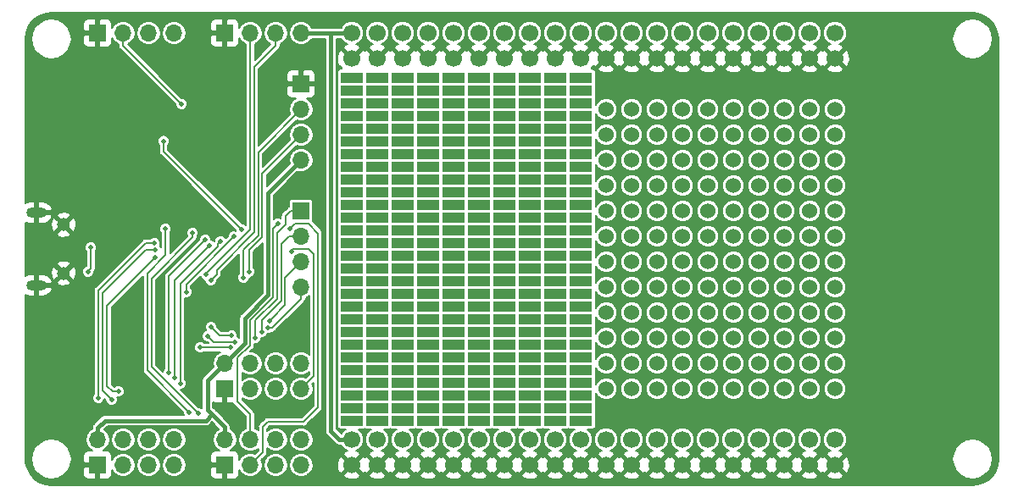
<source format=gbl>
G04 #@! TF.GenerationSoftware,KiCad,Pcbnew,(5.0.0-rc2-dev-222-g3b0a758)*
G04 #@! TF.CreationDate,2018-03-21T23:14:10+01:00*
G04 #@! TF.ProjectId,Geckonator Dev Edition,4765636B6F6E61746F72204465762045,rev?*
G04 #@! TF.SameCoordinates,Original*
G04 #@! TF.FileFunction,Copper,L2,Bot,Signal*
G04 #@! TF.FilePolarity,Positive*
%FSLAX46Y46*%
G04 Gerber Fmt 4.6, Leading zero omitted, Abs format (unit mm)*
G04 Created by KiCad (PCBNEW (5.0.0-rc2-dev-222-g3b0a758)) date Wednesday, 21 March 2018 at 23:14:10*
%MOMM*%
%LPD*%
G01*
G04 APERTURE LIST*
%ADD10R,2.286000X1.016000*%
%ADD11C,1.524000*%
%ADD12C,1.700000*%
%ADD13O,1.700000X1.700000*%
%ADD14R,1.700000X1.700000*%
%ADD15O,2.032000X1.016000*%
%ADD16C,1.305560*%
%ADD17C,0.500000*%
%ADD18C,0.400000*%
%ADD19C,0.200000*%
G04 APERTURE END LIST*
D10*
X95720000Y-87335000D03*
X95720000Y-86065000D03*
X95720000Y-84795000D03*
X95720000Y-83525000D03*
X95720000Y-82255000D03*
X95720000Y-80985000D03*
X95720000Y-79715000D03*
X95720000Y-78445000D03*
X95720000Y-77175000D03*
X95720000Y-75905000D03*
X95720000Y-74635000D03*
X95720000Y-73365000D03*
X95720000Y-72095000D03*
X95720000Y-70825000D03*
X95720000Y-69555000D03*
X95720000Y-68285000D03*
X95720000Y-67015000D03*
X95720000Y-65745000D03*
X98260000Y-65745000D03*
X98260000Y-67015000D03*
X98260000Y-68285000D03*
X98260000Y-69555000D03*
X98260000Y-70825000D03*
X98260000Y-72095000D03*
X98260000Y-73365000D03*
X98260000Y-74635000D03*
X98260000Y-75905000D03*
X98260000Y-77175000D03*
X98260000Y-78445000D03*
X98260000Y-79715000D03*
X98260000Y-80985000D03*
X98260000Y-82255000D03*
X98260000Y-83525000D03*
X98260000Y-84795000D03*
X98260000Y-86065000D03*
X98260000Y-87335000D03*
X100800000Y-87335000D03*
X100800000Y-86065000D03*
X100800000Y-84795000D03*
X100800000Y-83525000D03*
X100800000Y-82255000D03*
X100800000Y-80985000D03*
X100800000Y-79715000D03*
X100800000Y-78445000D03*
X100800000Y-77175000D03*
X100800000Y-75905000D03*
X100800000Y-74635000D03*
X100800000Y-73365000D03*
X100800000Y-72095000D03*
X100800000Y-70825000D03*
X100800000Y-69555000D03*
X100800000Y-68285000D03*
X100800000Y-67015000D03*
X100800000Y-65745000D03*
X103340000Y-65745000D03*
X103340000Y-67015000D03*
X103340000Y-68285000D03*
X103340000Y-69555000D03*
X103340000Y-70825000D03*
X103340000Y-72095000D03*
X103340000Y-73365000D03*
X103340000Y-74635000D03*
X103340000Y-75905000D03*
X103340000Y-77175000D03*
X103340000Y-78445000D03*
X103340000Y-79715000D03*
X103340000Y-80985000D03*
X103340000Y-82255000D03*
X103340000Y-83525000D03*
X103340000Y-84795000D03*
X103340000Y-86065000D03*
X103340000Y-87335000D03*
X105880000Y-87335000D03*
X105880000Y-86065000D03*
X105880000Y-84795000D03*
X105880000Y-83525000D03*
X105880000Y-82255000D03*
X105880000Y-80985000D03*
X105880000Y-79715000D03*
X105880000Y-78445000D03*
X105880000Y-77175000D03*
X105880000Y-75905000D03*
X105880000Y-74635000D03*
X105880000Y-73365000D03*
X105880000Y-72095000D03*
X105880000Y-70825000D03*
X105880000Y-69555000D03*
X105880000Y-68285000D03*
X105880000Y-67015000D03*
X105880000Y-65745000D03*
X105880000Y-91145000D03*
X105880000Y-89875000D03*
X105880000Y-88605000D03*
X103340000Y-88605000D03*
X103340000Y-89875000D03*
X103340000Y-91145000D03*
X100800000Y-91145000D03*
X100800000Y-89875000D03*
X100800000Y-88605000D03*
X98260000Y-88605000D03*
X98260000Y-89875000D03*
X98260000Y-91145000D03*
X95720000Y-88605000D03*
X95720000Y-89875000D03*
X95720000Y-91145000D03*
X93180000Y-91145000D03*
X93180000Y-89875000D03*
X93180000Y-88605000D03*
X93180000Y-87335000D03*
X93180000Y-86065000D03*
X93180000Y-84795000D03*
X93180000Y-83525000D03*
X93180000Y-82255000D03*
X93180000Y-80985000D03*
X93180000Y-79715000D03*
X93180000Y-78445000D03*
X93180000Y-77175000D03*
X93180000Y-75905000D03*
X93180000Y-74635000D03*
X93180000Y-73365000D03*
X93180000Y-72095000D03*
X93180000Y-70825000D03*
X93180000Y-69555000D03*
X93180000Y-68285000D03*
X93180000Y-67015000D03*
X93180000Y-65745000D03*
X90640000Y-67015000D03*
X90640000Y-65745000D03*
X90640000Y-68285000D03*
X90640000Y-69555000D03*
X90640000Y-70825000D03*
X90640000Y-72095000D03*
X90640000Y-73365000D03*
X90640000Y-74635000D03*
X90640000Y-75905000D03*
X90640000Y-77175000D03*
X90640000Y-78445000D03*
X90640000Y-79715000D03*
X90640000Y-80985000D03*
X90640000Y-82255000D03*
X90640000Y-83525000D03*
X90640000Y-84795000D03*
X90640000Y-86065000D03*
X90640000Y-87335000D03*
X90640000Y-88605000D03*
X90640000Y-89875000D03*
X90640000Y-91145000D03*
X88100000Y-91145000D03*
X88100000Y-89875000D03*
X88100000Y-88605000D03*
X88100000Y-87335000D03*
X88100000Y-86065000D03*
X88100000Y-84795000D03*
X88100000Y-83525000D03*
X88100000Y-82255000D03*
X88100000Y-80985000D03*
X88100000Y-79715000D03*
X88100000Y-78445000D03*
X88100000Y-77175000D03*
X88100000Y-75905000D03*
X88100000Y-74635000D03*
X88100000Y-73365000D03*
X88100000Y-72095000D03*
X88100000Y-70825000D03*
X88100000Y-69555000D03*
X88100000Y-68285000D03*
X88100000Y-67015000D03*
X88100000Y-65745000D03*
X85560000Y-65745000D03*
X85560000Y-67015000D03*
X85560000Y-68285000D03*
X85560000Y-69555000D03*
X85560000Y-70825000D03*
X85560000Y-72095000D03*
X85560000Y-73365000D03*
X85560000Y-74635000D03*
X85560000Y-75905000D03*
X85560000Y-77175000D03*
X85560000Y-78445000D03*
X85560000Y-79715000D03*
X85560000Y-80985000D03*
X85560000Y-82255000D03*
X85560000Y-83525000D03*
X85560000Y-84795000D03*
X85560000Y-86065000D03*
X85560000Y-87335000D03*
X85560000Y-88605000D03*
X85560000Y-89875000D03*
X85560000Y-91145000D03*
X83020000Y-91145000D03*
X83020000Y-89875000D03*
X83020000Y-88605000D03*
X83020000Y-87335000D03*
X83020000Y-86065000D03*
X83020000Y-84795000D03*
X83020000Y-83525000D03*
X83020000Y-82255000D03*
X83020000Y-80985000D03*
X83020000Y-79715000D03*
X83020000Y-78445000D03*
X83020000Y-77175000D03*
X83020000Y-75905000D03*
X83020000Y-74635000D03*
X83020000Y-73365000D03*
X83020000Y-72095000D03*
X83020000Y-70825000D03*
X83020000Y-69555000D03*
X83020000Y-68285000D03*
X83020000Y-67015000D03*
X105880000Y-64475000D03*
X103340000Y-64475000D03*
X100800000Y-64475000D03*
X98260000Y-64475000D03*
X95720000Y-64475000D03*
X93180000Y-64475000D03*
X90640000Y-64475000D03*
X88100000Y-64475000D03*
X85560000Y-64475000D03*
X83020000Y-65745000D03*
X83020000Y-64475000D03*
X83020000Y-63205000D03*
X85560000Y-63205000D03*
X88100000Y-63205000D03*
X90640000Y-63205000D03*
X93180000Y-63205000D03*
X95720000Y-63205000D03*
X98260000Y-63205000D03*
X100800000Y-63205000D03*
X103340000Y-63205000D03*
X105880000Y-63205000D03*
X105880000Y-61935000D03*
X103340000Y-61935000D03*
X100800000Y-61935000D03*
X98260000Y-61935000D03*
X95720000Y-61935000D03*
X93180000Y-61935000D03*
X90640000Y-61935000D03*
X88100000Y-61935000D03*
X85560000Y-61935000D03*
X83020000Y-61935000D03*
X83020000Y-60665000D03*
X85560000Y-60665000D03*
X88100000Y-60665000D03*
X90640000Y-60665000D03*
X93180000Y-60665000D03*
X95720000Y-60665000D03*
X98260000Y-60665000D03*
X100800000Y-60665000D03*
X103340000Y-60665000D03*
X105880000Y-60665000D03*
X105880000Y-59395000D03*
X103340000Y-59395000D03*
X100800000Y-59395000D03*
X98260000Y-59395000D03*
X95720000Y-59395000D03*
X93180000Y-59395000D03*
X90640000Y-59395000D03*
X88100000Y-59395000D03*
X85560000Y-59395000D03*
X83020000Y-59395000D03*
X83020000Y-58125000D03*
X85560000Y-58125000D03*
X88100000Y-58125000D03*
X90640000Y-58125000D03*
X93180000Y-58125000D03*
X95720000Y-58125000D03*
X98260000Y-58125000D03*
X100800000Y-58125000D03*
X103340000Y-58125000D03*
X105880000Y-58125000D03*
X105880000Y-56855000D03*
X103340000Y-56855000D03*
X100800000Y-56855000D03*
X98260000Y-56855000D03*
X95720000Y-56855000D03*
X93180000Y-56855000D03*
X90640000Y-56855000D03*
X88100000Y-56855000D03*
X85560000Y-56855000D03*
X83020000Y-56855000D03*
D11*
X131280000Y-87970000D03*
X131280000Y-85430000D03*
X128740000Y-85430000D03*
X128740000Y-87970000D03*
X126200000Y-87970000D03*
X126200000Y-85430000D03*
X123660000Y-85430000D03*
X123660000Y-87970000D03*
X121120000Y-87970000D03*
X121120000Y-85430000D03*
X118580000Y-85430000D03*
X118580000Y-87970000D03*
X116040000Y-87970000D03*
X116040000Y-85430000D03*
X113500000Y-85430000D03*
X113500000Y-87970000D03*
X110960000Y-87970000D03*
X110960000Y-85430000D03*
X110960000Y-82890000D03*
X113500000Y-82890000D03*
X116040000Y-82890000D03*
X118580000Y-82890000D03*
X121120000Y-82890000D03*
X123660000Y-82890000D03*
X126200000Y-82890000D03*
X128740000Y-82890000D03*
X131280000Y-82890000D03*
X131280000Y-80350000D03*
X128740000Y-80350000D03*
X126200000Y-80350000D03*
X123660000Y-80350000D03*
X121120000Y-80350000D03*
X118580000Y-80350000D03*
X116040000Y-80350000D03*
X113500000Y-80350000D03*
X110960000Y-80350000D03*
X110960000Y-77810000D03*
X113500000Y-77810000D03*
X116040000Y-77810000D03*
X118580000Y-77810000D03*
X121120000Y-77810000D03*
X123660000Y-77810000D03*
X126200000Y-77810000D03*
X128740000Y-77810000D03*
X131280000Y-77810000D03*
X131280000Y-75270000D03*
X128740000Y-75270000D03*
X126200000Y-75270000D03*
X123660000Y-75270000D03*
X121120000Y-75270000D03*
X118580000Y-75270000D03*
X116040000Y-75270000D03*
X113500000Y-75270000D03*
X110960000Y-75270000D03*
X110960000Y-72730000D03*
X113500000Y-72730000D03*
X116040000Y-72730000D03*
X118580000Y-72730000D03*
X121120000Y-72730000D03*
X123660000Y-72730000D03*
X126200000Y-72730000D03*
X128740000Y-72730000D03*
X131280000Y-72730000D03*
X131280000Y-70190000D03*
X128740000Y-70190000D03*
X126200000Y-70190000D03*
X123660000Y-70190000D03*
X121120000Y-70190000D03*
X118580000Y-70190000D03*
X116040000Y-70190000D03*
X113500000Y-70190000D03*
X110960000Y-70190000D03*
X110960000Y-67650000D03*
X113500000Y-67650000D03*
X116040000Y-67650000D03*
X118580000Y-67650000D03*
X121120000Y-67650000D03*
X123660000Y-67650000D03*
X126200000Y-67650000D03*
X128740000Y-67650000D03*
X131280000Y-67650000D03*
X131280000Y-65110000D03*
X128740000Y-65110000D03*
X126200000Y-65110000D03*
X123660000Y-65110000D03*
X121120000Y-65110000D03*
X118580000Y-65110000D03*
X116040000Y-65110000D03*
X113500000Y-65110000D03*
X110960000Y-65110000D03*
X110960000Y-62570000D03*
X113500000Y-62570000D03*
X116040000Y-62570000D03*
X118580000Y-62570000D03*
X121120000Y-62570000D03*
X123660000Y-62570000D03*
X126200000Y-62570000D03*
X128740000Y-62570000D03*
X131280000Y-62570000D03*
X131280000Y-60030000D03*
X128740000Y-60030000D03*
X126200000Y-60030000D03*
X123660000Y-60030000D03*
X121120000Y-60030000D03*
X118580000Y-60030000D03*
X116040000Y-60030000D03*
X113500000Y-60030000D03*
X110960000Y-60030000D03*
X108420000Y-72730000D03*
X108420000Y-75270000D03*
X108420000Y-87970000D03*
X108420000Y-85430000D03*
X108420000Y-82890000D03*
X108420000Y-80350000D03*
X108420000Y-77810000D03*
X108420000Y-70190000D03*
X108420000Y-67650000D03*
X108420000Y-65110000D03*
X108420000Y-62570000D03*
D12*
X131280000Y-93050000D03*
X128740000Y-93050000D03*
X126200000Y-93050000D03*
X123660000Y-93050000D03*
X121120000Y-93050000D03*
X118580000Y-93050000D03*
X116040000Y-93050000D03*
X113500000Y-93050000D03*
X110960000Y-93050000D03*
X108420000Y-93050000D03*
X105880000Y-93050000D03*
X103340000Y-93050000D03*
X100800000Y-93050000D03*
X98260000Y-93050000D03*
X95720000Y-93050000D03*
X93180000Y-93050000D03*
X90640000Y-93050000D03*
X88100000Y-93050000D03*
X85560000Y-93050000D03*
X83020000Y-93050000D03*
X131280000Y-95590000D03*
X128740000Y-95590000D03*
X126200000Y-95590000D03*
X123660000Y-95590000D03*
X121120000Y-95590000D03*
X118580000Y-95590000D03*
X116040000Y-95590000D03*
X113500000Y-95590000D03*
X110960000Y-95590000D03*
X108420000Y-95590000D03*
X105880000Y-95590000D03*
X103340000Y-95590000D03*
X100800000Y-95590000D03*
X98260000Y-95590000D03*
X95720000Y-95590000D03*
X93180000Y-95590000D03*
X90640000Y-95590000D03*
X88100000Y-95590000D03*
X85560000Y-95590000D03*
X83020000Y-95590000D03*
X131280000Y-54950000D03*
X128740000Y-54950000D03*
X126200000Y-54950000D03*
X123660000Y-54950000D03*
X121120000Y-54950000D03*
X118580000Y-54950000D03*
X116040000Y-54950000D03*
X113500000Y-54950000D03*
X110960000Y-54950000D03*
X108420000Y-54950000D03*
X105880000Y-54950000D03*
X103340000Y-54950000D03*
X100800000Y-54950000D03*
X98260000Y-54950000D03*
X95720000Y-54950000D03*
X93180000Y-54950000D03*
X90640000Y-54950000D03*
X88100000Y-54950000D03*
X85560000Y-54950000D03*
X83020000Y-54950000D03*
X131280000Y-52410000D03*
X128740000Y-52410000D03*
X126200000Y-52410000D03*
X123660000Y-52410000D03*
X121120000Y-52410000D03*
X118580000Y-52410000D03*
X116040000Y-52410000D03*
X113500000Y-52410000D03*
X110960000Y-52410000D03*
X108420000Y-52410000D03*
X105880000Y-52410000D03*
X103340000Y-52410000D03*
X100800000Y-52410000D03*
X98260000Y-52410000D03*
X95720000Y-52410000D03*
X93180000Y-52410000D03*
X90640000Y-52410000D03*
X88100000Y-52410000D03*
X85560000Y-52410000D03*
D13*
X77940000Y-52410000D03*
X75400000Y-52410000D03*
X72860000Y-52410000D03*
D14*
X70320000Y-52410000D03*
X57620000Y-52410000D03*
D13*
X60160000Y-52410000D03*
X62700000Y-52410000D03*
X65240000Y-52410000D03*
X77940000Y-65110000D03*
X77940000Y-62570000D03*
X77940000Y-60030000D03*
D14*
X77940000Y-57490000D03*
D13*
X77940000Y-85430000D03*
X77940000Y-87970000D03*
X75400000Y-85430000D03*
X75400000Y-87970000D03*
X72860000Y-85430000D03*
X72860000Y-87970000D03*
X70320000Y-85430000D03*
D14*
X70320000Y-87970000D03*
X70320000Y-95590000D03*
D13*
X70320000Y-93050000D03*
X72860000Y-95590000D03*
X72860000Y-93050000D03*
X75400000Y-95590000D03*
X75400000Y-93050000D03*
X77940000Y-95590000D03*
X77940000Y-93050000D03*
X65240000Y-93050000D03*
X65240000Y-95590000D03*
X62700000Y-93050000D03*
X62700000Y-95590000D03*
X60160000Y-93050000D03*
X60160000Y-95590000D03*
X57620000Y-93050000D03*
D14*
X57620000Y-95590000D03*
D15*
X51500000Y-70375420D03*
X51500000Y-77624580D03*
D16*
X54227960Y-71576840D03*
X54227960Y-76423160D03*
D13*
X77940000Y-77810000D03*
X77940000Y-75270000D03*
X77940000Y-72730000D03*
D14*
X77940000Y-70190000D03*
D12*
X83020000Y-52410000D03*
D11*
X108420000Y-60030000D03*
D17*
X53400000Y-83900000D03*
X146100000Y-93000000D03*
X147000000Y-93900000D03*
X143000000Y-93900000D03*
X143900000Y-93000000D03*
X143900000Y-97000000D03*
X143000000Y-96100000D03*
X147000000Y-96100000D03*
X146100000Y-97000000D03*
X145000000Y-97300000D03*
X145000000Y-92700000D03*
X142700000Y-95000000D03*
X147300000Y-95000000D03*
X146100000Y-51000000D03*
X147000000Y-51900000D03*
X143000000Y-51900000D03*
X143900000Y-51000000D03*
X143900000Y-55000000D03*
X143000000Y-54100000D03*
X147000000Y-54100000D03*
X146100000Y-55000000D03*
X145000000Y-55300000D03*
X145000000Y-50700000D03*
X142700000Y-53000000D03*
X147300000Y-53000000D03*
X55000000Y-54100000D03*
X54100000Y-55000000D03*
X51900000Y-55000000D03*
X51000000Y-54100000D03*
X51000000Y-51900000D03*
X51900000Y-51000000D03*
X54100000Y-51000000D03*
X55000000Y-51900000D03*
X51900000Y-97000000D03*
X51000000Y-96100000D03*
X51000000Y-93900000D03*
X51900000Y-93000000D03*
X54100000Y-93000000D03*
X55000000Y-93900000D03*
X55000000Y-96100000D03*
X54100000Y-97000000D03*
X53000000Y-97300000D03*
X53000000Y-92700000D03*
X50700000Y-95000000D03*
X55300000Y-95000000D03*
X53000000Y-55300000D03*
X53000000Y-50700000D03*
X50700000Y-53000000D03*
X55300000Y-53000000D03*
X61400000Y-78600000D03*
X71300000Y-81300000D03*
X67100000Y-81250000D03*
X69000000Y-56000000D03*
X68000000Y-66500000D03*
X54000000Y-69000000D03*
X68290000Y-94410000D03*
X71420000Y-91100000D03*
X73690000Y-91100000D03*
X77300000Y-90640000D03*
X78040000Y-82260000D03*
X71470000Y-75090000D03*
X70320000Y-76250000D03*
X67450000Y-88570000D03*
X67160000Y-85760000D03*
X73460000Y-78280000D03*
X76950000Y-74225000D03*
X59000000Y-58500000D03*
X54500000Y-89500000D03*
X54000000Y-79000000D03*
X52500000Y-58500000D03*
X67700000Y-62100000D03*
X70000000Y-71700000D03*
X66300000Y-69700000D03*
X68906397Y-77120503D03*
X68471767Y-76571765D03*
X66000000Y-59500008D03*
X72750000Y-76250000D03*
X72200000Y-76850000D03*
X76830000Y-71970000D03*
X75625000Y-71450000D03*
X66778646Y-90319414D03*
X64400000Y-72000006D03*
X67650000Y-90400000D03*
X67099990Y-72381254D03*
X59700000Y-88250000D03*
X63399990Y-74800000D03*
X64750000Y-86350000D03*
X68380850Y-73057660D03*
X63399990Y-74099987D03*
X59000000Y-89050002D03*
X65325000Y-86900000D03*
X68800000Y-73650000D03*
X57700000Y-88900000D03*
X63290293Y-73408624D03*
X65875000Y-87425000D03*
X69900000Y-73200000D03*
X66450010Y-78300000D03*
X71249994Y-72750000D03*
X72036084Y-72086084D03*
X64200000Y-63200000D03*
X56950000Y-73849998D03*
X56650000Y-76250000D03*
X70910032Y-83850004D03*
X67870000Y-83840000D03*
X74657680Y-81888731D03*
X74760043Y-81170214D03*
X71000002Y-82630000D03*
X68944968Y-81790000D03*
X74000000Y-82280000D03*
X71330016Y-83289978D03*
X68620000Y-82720000D03*
X73380000Y-82910000D03*
D18*
X83020000Y-93050000D02*
X81750000Y-93050000D01*
X81750000Y-93050000D02*
X80900000Y-92200000D01*
X80900000Y-92200000D02*
X80900000Y-52410000D01*
X80900000Y-52410000D02*
X80480000Y-52410000D01*
X77940000Y-52410000D02*
X80480000Y-52410000D01*
X80480000Y-52410000D02*
X83020000Y-52410000D01*
X70320000Y-85430000D02*
X72329987Y-83420013D01*
X74650000Y-78590000D02*
X74650000Y-68400000D01*
X74650000Y-68400000D02*
X77090001Y-65959999D01*
X72329987Y-83420013D02*
X72329987Y-80910013D01*
X77090001Y-65959999D02*
X77940000Y-65110000D01*
X72329987Y-80910013D02*
X74650000Y-78590000D01*
X69069999Y-90529999D02*
X68600000Y-90060000D01*
X68600000Y-90060000D02*
X68600000Y-87150000D01*
X68600000Y-87150000D02*
X70320000Y-85430000D01*
X70320000Y-84830000D02*
X70320000Y-85430000D01*
X70300000Y-85410000D02*
X70320000Y-85430000D01*
X57620000Y-93050000D02*
X57620000Y-91880000D01*
X57620000Y-91880000D02*
X58350000Y-91150000D01*
X58350000Y-91150000D02*
X68449998Y-91150000D01*
X68449998Y-91150000D02*
X69069999Y-90529999D01*
X69069999Y-90529999D02*
X70320000Y-91780000D01*
X70320000Y-91780000D02*
X70320000Y-93050000D01*
D19*
X79230000Y-86680000D02*
X79230000Y-74500000D01*
X79230000Y-74500000D02*
X78705001Y-73975001D01*
X77940000Y-87970000D02*
X79230000Y-86680000D01*
X78705001Y-73975001D02*
X77199999Y-73975001D01*
X77199999Y-73975001D02*
X76950000Y-74225000D01*
X75400000Y-53680000D02*
X75400000Y-52410000D01*
X75400000Y-53680000D02*
X73260011Y-55819989D01*
X73260011Y-55819989D02*
X73260011Y-72339989D01*
X69500000Y-76526900D02*
X68906397Y-77120503D01*
X73260011Y-72339989D02*
X69500000Y-76100000D01*
X69500000Y-76100000D02*
X69500000Y-76526900D01*
X72860000Y-53680000D02*
X72860000Y-52410000D01*
X68471767Y-76428233D02*
X68471767Y-76571765D01*
X72860000Y-53680000D02*
X72860000Y-72040000D01*
X72860000Y-72040000D02*
X68471767Y-76428233D01*
X60160000Y-53680000D02*
X60160000Y-52410000D01*
X65980008Y-59500008D02*
X66000000Y-59500008D01*
X60160000Y-53680000D02*
X65980008Y-59500008D01*
X72750000Y-76250000D02*
X72750000Y-74100000D01*
X72750000Y-74100000D02*
X74060033Y-72789967D01*
X74060033Y-66449967D02*
X77940000Y-62570000D01*
X74060033Y-72789967D02*
X74060033Y-66449967D01*
X72200000Y-76850000D02*
X72200000Y-74084300D01*
X73660022Y-64309978D02*
X77940000Y-60030000D01*
X72200000Y-74084300D02*
X73660022Y-72624278D01*
X73660022Y-72624278D02*
X73660022Y-64309978D01*
X72860000Y-95590000D02*
X74100000Y-94350000D01*
X78680000Y-71480000D02*
X77320000Y-71480000D01*
X77079999Y-71720001D02*
X76830000Y-71970000D01*
X78200000Y-91275000D02*
X79630011Y-89844989D01*
X74625000Y-91275000D02*
X78200000Y-91275000D01*
X74100000Y-94350000D02*
X74100000Y-91800000D01*
X77320000Y-71480000D02*
X77079999Y-71720001D01*
X79630011Y-89844989D02*
X79630011Y-72430011D01*
X74100000Y-91800000D02*
X74625000Y-91275000D01*
X79630011Y-72430011D02*
X78680000Y-71480000D01*
X71590000Y-84867122D02*
X71590000Y-89270000D01*
X72860000Y-91847919D02*
X72860000Y-93050000D01*
X75625000Y-71450000D02*
X75150011Y-71924989D01*
X72829998Y-83627124D02*
X71590000Y-84867122D01*
X71590000Y-89270000D02*
X72860000Y-90540000D01*
X72860000Y-90540000D02*
X72860000Y-91847919D01*
X72829998Y-81117124D02*
X72829998Y-83627124D01*
X75150011Y-71924989D02*
X75150011Y-78797111D01*
X75150011Y-78797111D02*
X72829998Y-81117124D01*
X62599989Y-76409293D02*
X62599989Y-86140757D01*
X64400000Y-74609282D02*
X62599989Y-76409293D01*
X64400000Y-72000006D02*
X64400000Y-74609282D01*
X66528647Y-90069415D02*
X66778646Y-90319414D01*
X62599989Y-86140757D02*
X66528647Y-90069415D01*
X63000000Y-85750000D02*
X67400001Y-90150001D01*
X63000000Y-76926590D02*
X63000000Y-85750000D01*
X67099990Y-72826600D02*
X63000000Y-76926590D01*
X67099990Y-72381254D02*
X67099990Y-72826600D01*
X67400001Y-90150001D02*
X67650000Y-90400000D01*
X63399990Y-74800000D02*
X58550000Y-79649990D01*
X59100000Y-88250000D02*
X59700000Y-88250000D01*
X58550000Y-79649990D02*
X58550000Y-87700000D01*
X58550000Y-87700000D02*
X59100000Y-88250000D01*
X64750000Y-76688510D02*
X64750000Y-85996447D01*
X68380850Y-73057660D02*
X64750000Y-76688510D01*
X64750000Y-85996447D02*
X64750000Y-86350000D01*
X59000000Y-89050002D02*
X58124989Y-88174991D01*
X62459313Y-74099987D02*
X63046437Y-74099987D01*
X63046437Y-74099987D02*
X63399990Y-74099987D01*
X58124989Y-78434311D02*
X62459313Y-74099987D01*
X58124989Y-88174991D02*
X58124989Y-78434311D01*
X65325000Y-86546447D02*
X65325000Y-86900000D01*
X68800000Y-73650000D02*
X65325000Y-77125000D01*
X65325000Y-77125000D02*
X65325000Y-86546447D01*
X63290293Y-73408624D02*
X62441376Y-73408624D01*
X57700000Y-88546447D02*
X57700000Y-88900000D01*
X62441376Y-73408624D02*
X57700000Y-78150000D01*
X57700000Y-78150000D02*
X57700000Y-88546447D01*
X65875000Y-77475000D02*
X65875000Y-87071447D01*
X69650001Y-73699999D02*
X65875000Y-77475000D01*
X65875000Y-87071447D02*
X65875000Y-87425000D01*
X69650001Y-73449999D02*
X69650001Y-73699999D01*
X69900000Y-73200000D02*
X69650001Y-73449999D01*
X66450010Y-77549984D02*
X66450010Y-77946447D01*
X71249994Y-72750000D02*
X66450010Y-77549984D01*
X66450010Y-77946447D02*
X66450010Y-78300000D01*
X64200000Y-64250000D02*
X71786085Y-71836085D01*
X64200000Y-63200000D02*
X64200000Y-64250000D01*
X71786085Y-71836085D02*
X72036084Y-72086084D01*
X56650000Y-76250000D02*
X56950000Y-75950000D01*
X56950000Y-75950000D02*
X56950000Y-74203551D01*
X56950000Y-74203551D02*
X56950000Y-73849998D01*
X70900028Y-83840000D02*
X70910032Y-83850004D01*
X67870000Y-83840000D02*
X70900028Y-83840000D01*
X77940000Y-77810000D02*
X77940000Y-78950000D01*
X77940000Y-78950000D02*
X75011233Y-81878767D01*
X75011233Y-81878767D02*
X75011233Y-81888731D01*
X75011233Y-81888731D02*
X74657680Y-81888731D01*
X76350044Y-76859956D02*
X76350044Y-79580213D01*
X75010042Y-80920215D02*
X74760043Y-81170214D01*
X76350044Y-79580213D02*
X75010042Y-80920215D01*
X77940000Y-75270000D02*
X76350044Y-76859956D01*
X75950033Y-73517886D02*
X75950033Y-79128489D01*
X77940000Y-72730000D02*
X76737919Y-72730000D01*
X76737919Y-72730000D02*
X75950033Y-73517886D01*
X75950033Y-79128489D02*
X74000000Y-81078522D01*
X74000000Y-81078522D02*
X74000000Y-81926447D01*
X74000000Y-81926447D02*
X74000000Y-82280000D01*
X69784968Y-82630000D02*
X70646449Y-82630000D01*
X68944968Y-81790000D02*
X69784968Y-82630000D01*
X70646449Y-82630000D02*
X71000002Y-82630000D01*
X76890000Y-70190000D02*
X76380000Y-70700000D01*
X75550022Y-72359978D02*
X75550022Y-78962800D01*
X73380000Y-81132822D02*
X73380000Y-82556447D01*
X75550022Y-78962800D02*
X73380000Y-81132822D01*
X76380000Y-71530000D02*
X75550022Y-72359978D01*
X77940000Y-70190000D02*
X76890000Y-70190000D01*
X76380000Y-70700000D02*
X76380000Y-71530000D01*
X73380000Y-82556447D02*
X73380000Y-82910000D01*
X69189978Y-83289978D02*
X70976463Y-83289978D01*
X70976463Y-83289978D02*
X71330016Y-83289978D01*
X68620000Y-82720000D02*
X69189978Y-83289978D01*
G36*
X145597507Y-50472372D02*
X146162961Y-50677621D01*
X146666031Y-51007449D01*
X147079733Y-51444162D01*
X147381871Y-51964334D01*
X147557830Y-52545304D01*
X147600000Y-53017810D01*
X147600001Y-94976751D01*
X147527628Y-95597507D01*
X147322379Y-96162959D01*
X146992553Y-96666028D01*
X146555836Y-97079734D01*
X146035670Y-97381870D01*
X145454696Y-97557830D01*
X144982190Y-97600000D01*
X53023241Y-97600000D01*
X52402493Y-97527628D01*
X51837041Y-97322379D01*
X51333972Y-96992553D01*
X50920266Y-96555836D01*
X50618130Y-96035670D01*
X50442170Y-95454696D01*
X50401590Y-95000000D01*
X50980000Y-95000000D01*
X51078866Y-95624214D01*
X51365786Y-96187326D01*
X51812674Y-96634214D01*
X52375786Y-96921134D01*
X53000000Y-97020000D01*
X53624214Y-96921134D01*
X54187326Y-96634214D01*
X54634214Y-96187326D01*
X54782652Y-95896000D01*
X56162000Y-95896000D01*
X56162000Y-96560939D01*
X56254563Y-96784405D01*
X56425596Y-96955438D01*
X56649062Y-97048000D01*
X57314000Y-97048000D01*
X57466000Y-96896000D01*
X57466000Y-95744000D01*
X56314000Y-95744000D01*
X56162000Y-95896000D01*
X54782652Y-95896000D01*
X54921134Y-95624214D01*
X55020000Y-95000000D01*
X54959666Y-94619061D01*
X56162000Y-94619061D01*
X56162000Y-95284000D01*
X56314000Y-95436000D01*
X57466000Y-95436000D01*
X57466000Y-95416000D01*
X57774000Y-95416000D01*
X57774000Y-95436000D01*
X57794000Y-95436000D01*
X57794000Y-95744000D01*
X57774000Y-95744000D01*
X57774000Y-96896000D01*
X57926000Y-97048000D01*
X58590938Y-97048000D01*
X58814404Y-96955438D01*
X58985437Y-96784405D01*
X59078000Y-96560939D01*
X59078000Y-96130615D01*
X59294848Y-96455152D01*
X59691783Y-96720375D01*
X60041812Y-96790000D01*
X60278188Y-96790000D01*
X60628217Y-96720375D01*
X61025152Y-96455152D01*
X61290375Y-96058217D01*
X61383509Y-95590000D01*
X61476491Y-95590000D01*
X61569625Y-96058217D01*
X61834848Y-96455152D01*
X62231783Y-96720375D01*
X62581812Y-96790000D01*
X62818188Y-96790000D01*
X63168217Y-96720375D01*
X63565152Y-96455152D01*
X63830375Y-96058217D01*
X63923509Y-95590000D01*
X64016491Y-95590000D01*
X64109625Y-96058217D01*
X64374848Y-96455152D01*
X64771783Y-96720375D01*
X65121812Y-96790000D01*
X65358188Y-96790000D01*
X65708217Y-96720375D01*
X66105152Y-96455152D01*
X66370375Y-96058217D01*
X66402641Y-95896000D01*
X68862000Y-95896000D01*
X68862000Y-96560939D01*
X68954563Y-96784405D01*
X69125596Y-96955438D01*
X69349062Y-97048000D01*
X70014000Y-97048000D01*
X70166000Y-96896000D01*
X70166000Y-95744000D01*
X69014000Y-95744000D01*
X68862000Y-95896000D01*
X66402641Y-95896000D01*
X66463509Y-95590000D01*
X66370375Y-95121783D01*
X66105152Y-94724848D01*
X65708217Y-94459625D01*
X65358188Y-94390000D01*
X65121812Y-94390000D01*
X64771783Y-94459625D01*
X64374848Y-94724848D01*
X64109625Y-95121783D01*
X64016491Y-95590000D01*
X63923509Y-95590000D01*
X63830375Y-95121783D01*
X63565152Y-94724848D01*
X63168217Y-94459625D01*
X62818188Y-94390000D01*
X62581812Y-94390000D01*
X62231783Y-94459625D01*
X61834848Y-94724848D01*
X61569625Y-95121783D01*
X61476491Y-95590000D01*
X61383509Y-95590000D01*
X61290375Y-95121783D01*
X61025152Y-94724848D01*
X60628217Y-94459625D01*
X60278188Y-94390000D01*
X60041812Y-94390000D01*
X59691783Y-94459625D01*
X59294848Y-94724848D01*
X59078000Y-95049385D01*
X59078000Y-94619061D01*
X58985437Y-94395595D01*
X58814404Y-94224562D01*
X58590938Y-94132000D01*
X58160615Y-94132000D01*
X58485152Y-93915152D01*
X58750375Y-93518217D01*
X58843509Y-93050000D01*
X58936491Y-93050000D01*
X59029625Y-93518217D01*
X59294848Y-93915152D01*
X59691783Y-94180375D01*
X60041812Y-94250000D01*
X60278188Y-94250000D01*
X60628217Y-94180375D01*
X61025152Y-93915152D01*
X61290375Y-93518217D01*
X61383509Y-93050000D01*
X61476491Y-93050000D01*
X61569625Y-93518217D01*
X61834848Y-93915152D01*
X62231783Y-94180375D01*
X62581812Y-94250000D01*
X62818188Y-94250000D01*
X63168217Y-94180375D01*
X63565152Y-93915152D01*
X63830375Y-93518217D01*
X63923509Y-93050000D01*
X64016491Y-93050000D01*
X64109625Y-93518217D01*
X64374848Y-93915152D01*
X64771783Y-94180375D01*
X65121812Y-94250000D01*
X65358188Y-94250000D01*
X65708217Y-94180375D01*
X66105152Y-93915152D01*
X66370375Y-93518217D01*
X66463509Y-93050000D01*
X66370375Y-92581783D01*
X66105152Y-92184848D01*
X65708217Y-91919625D01*
X65358188Y-91850000D01*
X65121812Y-91850000D01*
X64771783Y-91919625D01*
X64374848Y-92184848D01*
X64109625Y-92581783D01*
X64016491Y-93050000D01*
X63923509Y-93050000D01*
X63830375Y-92581783D01*
X63565152Y-92184848D01*
X63168217Y-91919625D01*
X62818188Y-91850000D01*
X62581812Y-91850000D01*
X62231783Y-91919625D01*
X61834848Y-92184848D01*
X61569625Y-92581783D01*
X61476491Y-93050000D01*
X61383509Y-93050000D01*
X61290375Y-92581783D01*
X61025152Y-92184848D01*
X60628217Y-91919625D01*
X60278188Y-91850000D01*
X60041812Y-91850000D01*
X59691783Y-91919625D01*
X59294848Y-92184848D01*
X59029625Y-92581783D01*
X58936491Y-93050000D01*
X58843509Y-93050000D01*
X58750375Y-92581783D01*
X58485152Y-92184848D01*
X58250055Y-92027761D01*
X58577817Y-91700000D01*
X68395829Y-91700000D01*
X68449998Y-91710775D01*
X68504167Y-91700000D01*
X68504168Y-91700000D01*
X68664597Y-91668089D01*
X68846526Y-91546528D01*
X68877214Y-91500600D01*
X69069999Y-91307816D01*
X69749890Y-91987708D01*
X69454848Y-92184848D01*
X69189625Y-92581783D01*
X69096491Y-93050000D01*
X69189625Y-93518217D01*
X69454848Y-93915152D01*
X69779385Y-94132000D01*
X69349062Y-94132000D01*
X69125596Y-94224562D01*
X68954563Y-94395595D01*
X68862000Y-94619061D01*
X68862000Y-95284000D01*
X69014000Y-95436000D01*
X70166000Y-95436000D01*
X70166000Y-95416000D01*
X70474000Y-95416000D01*
X70474000Y-95436000D01*
X70494000Y-95436000D01*
X70494000Y-95744000D01*
X70474000Y-95744000D01*
X70474000Y-96896000D01*
X70626000Y-97048000D01*
X71290938Y-97048000D01*
X71514404Y-96955438D01*
X71685437Y-96784405D01*
X71778000Y-96560939D01*
X71778000Y-96130615D01*
X71994848Y-96455152D01*
X72391783Y-96720375D01*
X72741812Y-96790000D01*
X72978188Y-96790000D01*
X73328217Y-96720375D01*
X73725152Y-96455152D01*
X73990375Y-96058217D01*
X74083509Y-95590000D01*
X74176491Y-95590000D01*
X74269625Y-96058217D01*
X74534848Y-96455152D01*
X74931783Y-96720375D01*
X75281812Y-96790000D01*
X75518188Y-96790000D01*
X75868217Y-96720375D01*
X76265152Y-96455152D01*
X76530375Y-96058217D01*
X76623509Y-95590000D01*
X76716491Y-95590000D01*
X76809625Y-96058217D01*
X77074848Y-96455152D01*
X77471783Y-96720375D01*
X77821812Y-96790000D01*
X78058188Y-96790000D01*
X78408217Y-96720375D01*
X78534089Y-96636270D01*
X82191519Y-96636270D01*
X82275510Y-96876704D01*
X82824581Y-97063663D01*
X83403402Y-97026270D01*
X83764490Y-96876704D01*
X83848481Y-96636270D01*
X84731519Y-96636270D01*
X84815510Y-96876704D01*
X85364581Y-97063663D01*
X85943402Y-97026270D01*
X86304490Y-96876704D01*
X86388481Y-96636270D01*
X87271519Y-96636270D01*
X87355510Y-96876704D01*
X87904581Y-97063663D01*
X88483402Y-97026270D01*
X88844490Y-96876704D01*
X88928481Y-96636270D01*
X89811519Y-96636270D01*
X89895510Y-96876704D01*
X90444581Y-97063663D01*
X91023402Y-97026270D01*
X91384490Y-96876704D01*
X91468481Y-96636270D01*
X92351519Y-96636270D01*
X92435510Y-96876704D01*
X92984581Y-97063663D01*
X93563402Y-97026270D01*
X93924490Y-96876704D01*
X94008481Y-96636270D01*
X94891519Y-96636270D01*
X94975510Y-96876704D01*
X95524581Y-97063663D01*
X96103402Y-97026270D01*
X96464490Y-96876704D01*
X96548481Y-96636270D01*
X97431519Y-96636270D01*
X97515510Y-96876704D01*
X98064581Y-97063663D01*
X98643402Y-97026270D01*
X99004490Y-96876704D01*
X99088481Y-96636270D01*
X99971519Y-96636270D01*
X100055510Y-96876704D01*
X100604581Y-97063663D01*
X101183402Y-97026270D01*
X101544490Y-96876704D01*
X101628481Y-96636270D01*
X102511519Y-96636270D01*
X102595510Y-96876704D01*
X103144581Y-97063663D01*
X103723402Y-97026270D01*
X104084490Y-96876704D01*
X104168481Y-96636270D01*
X105051519Y-96636270D01*
X105135510Y-96876704D01*
X105684581Y-97063663D01*
X106263402Y-97026270D01*
X106624490Y-96876704D01*
X106708481Y-96636270D01*
X107591519Y-96636270D01*
X107675510Y-96876704D01*
X108224581Y-97063663D01*
X108803402Y-97026270D01*
X109164490Y-96876704D01*
X109248481Y-96636270D01*
X110131519Y-96636270D01*
X110215510Y-96876704D01*
X110764581Y-97063663D01*
X111343402Y-97026270D01*
X111704490Y-96876704D01*
X111788481Y-96636270D01*
X112671519Y-96636270D01*
X112755510Y-96876704D01*
X113304581Y-97063663D01*
X113883402Y-97026270D01*
X114244490Y-96876704D01*
X114328481Y-96636270D01*
X115211519Y-96636270D01*
X115295510Y-96876704D01*
X115844581Y-97063663D01*
X116423402Y-97026270D01*
X116784490Y-96876704D01*
X116868481Y-96636270D01*
X117751519Y-96636270D01*
X117835510Y-96876704D01*
X118384581Y-97063663D01*
X118963402Y-97026270D01*
X119324490Y-96876704D01*
X119408481Y-96636270D01*
X120291519Y-96636270D01*
X120375510Y-96876704D01*
X120924581Y-97063663D01*
X121503402Y-97026270D01*
X121864490Y-96876704D01*
X121948481Y-96636270D01*
X122831519Y-96636270D01*
X122915510Y-96876704D01*
X123464581Y-97063663D01*
X124043402Y-97026270D01*
X124404490Y-96876704D01*
X124488481Y-96636270D01*
X125371519Y-96636270D01*
X125455510Y-96876704D01*
X126004581Y-97063663D01*
X126583402Y-97026270D01*
X126944490Y-96876704D01*
X127028481Y-96636270D01*
X127911519Y-96636270D01*
X127995510Y-96876704D01*
X128544581Y-97063663D01*
X129123402Y-97026270D01*
X129484490Y-96876704D01*
X129568481Y-96636270D01*
X130451519Y-96636270D01*
X130535510Y-96876704D01*
X131084581Y-97063663D01*
X131663402Y-97026270D01*
X132024490Y-96876704D01*
X132108481Y-96636270D01*
X131280000Y-95807789D01*
X130451519Y-96636270D01*
X129568481Y-96636270D01*
X128740000Y-95807789D01*
X127911519Y-96636270D01*
X127028481Y-96636270D01*
X126200000Y-95807789D01*
X125371519Y-96636270D01*
X124488481Y-96636270D01*
X123660000Y-95807789D01*
X122831519Y-96636270D01*
X121948481Y-96636270D01*
X121120000Y-95807789D01*
X120291519Y-96636270D01*
X119408481Y-96636270D01*
X118580000Y-95807789D01*
X117751519Y-96636270D01*
X116868481Y-96636270D01*
X116040000Y-95807789D01*
X115211519Y-96636270D01*
X114328481Y-96636270D01*
X113500000Y-95807789D01*
X112671519Y-96636270D01*
X111788481Y-96636270D01*
X110960000Y-95807789D01*
X110131519Y-96636270D01*
X109248481Y-96636270D01*
X108420000Y-95807789D01*
X107591519Y-96636270D01*
X106708481Y-96636270D01*
X105880000Y-95807789D01*
X105051519Y-96636270D01*
X104168481Y-96636270D01*
X103340000Y-95807789D01*
X102511519Y-96636270D01*
X101628481Y-96636270D01*
X100800000Y-95807789D01*
X99971519Y-96636270D01*
X99088481Y-96636270D01*
X98260000Y-95807789D01*
X97431519Y-96636270D01*
X96548481Y-96636270D01*
X95720000Y-95807789D01*
X94891519Y-96636270D01*
X94008481Y-96636270D01*
X93180000Y-95807789D01*
X92351519Y-96636270D01*
X91468481Y-96636270D01*
X90640000Y-95807789D01*
X89811519Y-96636270D01*
X88928481Y-96636270D01*
X88100000Y-95807789D01*
X87271519Y-96636270D01*
X86388481Y-96636270D01*
X85560000Y-95807789D01*
X84731519Y-96636270D01*
X83848481Y-96636270D01*
X83020000Y-95807789D01*
X82191519Y-96636270D01*
X78534089Y-96636270D01*
X78805152Y-96455152D01*
X79070375Y-96058217D01*
X79163509Y-95590000D01*
X79124638Y-95394581D01*
X81546337Y-95394581D01*
X81583730Y-95973402D01*
X81733296Y-96334490D01*
X81973730Y-96418481D01*
X82802211Y-95590000D01*
X83237789Y-95590000D01*
X84066270Y-96418481D01*
X84290000Y-96340325D01*
X84513730Y-96418481D01*
X85342211Y-95590000D01*
X85777789Y-95590000D01*
X86606270Y-96418481D01*
X86830000Y-96340325D01*
X87053730Y-96418481D01*
X87882211Y-95590000D01*
X88317789Y-95590000D01*
X89146270Y-96418481D01*
X89370000Y-96340325D01*
X89593730Y-96418481D01*
X90422211Y-95590000D01*
X90857789Y-95590000D01*
X91686270Y-96418481D01*
X91910000Y-96340325D01*
X92133730Y-96418481D01*
X92962211Y-95590000D01*
X93397789Y-95590000D01*
X94226270Y-96418481D01*
X94450000Y-96340325D01*
X94673730Y-96418481D01*
X95502211Y-95590000D01*
X95937789Y-95590000D01*
X96766270Y-96418481D01*
X96990000Y-96340325D01*
X97213730Y-96418481D01*
X98042211Y-95590000D01*
X98477789Y-95590000D01*
X99306270Y-96418481D01*
X99530000Y-96340325D01*
X99753730Y-96418481D01*
X100582211Y-95590000D01*
X101017789Y-95590000D01*
X101846270Y-96418481D01*
X102070000Y-96340325D01*
X102293730Y-96418481D01*
X103122211Y-95590000D01*
X103557789Y-95590000D01*
X104386270Y-96418481D01*
X104610000Y-96340325D01*
X104833730Y-96418481D01*
X105662211Y-95590000D01*
X106097789Y-95590000D01*
X106926270Y-96418481D01*
X107150000Y-96340325D01*
X107373730Y-96418481D01*
X108202211Y-95590000D01*
X108637789Y-95590000D01*
X109466270Y-96418481D01*
X109690000Y-96340325D01*
X109913730Y-96418481D01*
X110742211Y-95590000D01*
X111177789Y-95590000D01*
X112006270Y-96418481D01*
X112230000Y-96340325D01*
X112453730Y-96418481D01*
X113282211Y-95590000D01*
X113717789Y-95590000D01*
X114546270Y-96418481D01*
X114770000Y-96340325D01*
X114993730Y-96418481D01*
X115822211Y-95590000D01*
X116257789Y-95590000D01*
X117086270Y-96418481D01*
X117310000Y-96340325D01*
X117533730Y-96418481D01*
X118362211Y-95590000D01*
X118797789Y-95590000D01*
X119626270Y-96418481D01*
X119850000Y-96340325D01*
X120073730Y-96418481D01*
X120902211Y-95590000D01*
X121337789Y-95590000D01*
X122166270Y-96418481D01*
X122390000Y-96340325D01*
X122613730Y-96418481D01*
X123442211Y-95590000D01*
X123877789Y-95590000D01*
X124706270Y-96418481D01*
X124930000Y-96340325D01*
X125153730Y-96418481D01*
X125982211Y-95590000D01*
X126417789Y-95590000D01*
X127246270Y-96418481D01*
X127470000Y-96340325D01*
X127693730Y-96418481D01*
X128522211Y-95590000D01*
X128957789Y-95590000D01*
X129786270Y-96418481D01*
X130010000Y-96340325D01*
X130233730Y-96418481D01*
X131062211Y-95590000D01*
X131497789Y-95590000D01*
X132326270Y-96418481D01*
X132566704Y-96334490D01*
X132753663Y-95785419D01*
X132716270Y-95206598D01*
X132630696Y-95000000D01*
X142980000Y-95000000D01*
X143078866Y-95624214D01*
X143365786Y-96187326D01*
X143812674Y-96634214D01*
X144375786Y-96921134D01*
X145000000Y-97020000D01*
X145624214Y-96921134D01*
X146187326Y-96634214D01*
X146634214Y-96187326D01*
X146921134Y-95624214D01*
X147020000Y-95000000D01*
X146921134Y-94375786D01*
X146634214Y-93812674D01*
X146187326Y-93365786D01*
X145624214Y-93078866D01*
X145000000Y-92980000D01*
X144375786Y-93078866D01*
X143812674Y-93365786D01*
X143365786Y-93812674D01*
X143078866Y-94375786D01*
X142980000Y-95000000D01*
X132630696Y-95000000D01*
X132566704Y-94845510D01*
X132326270Y-94761519D01*
X131497789Y-95590000D01*
X131062211Y-95590000D01*
X130233730Y-94761519D01*
X130010000Y-94839675D01*
X129786270Y-94761519D01*
X128957789Y-95590000D01*
X128522211Y-95590000D01*
X127693730Y-94761519D01*
X127470000Y-94839675D01*
X127246270Y-94761519D01*
X126417789Y-95590000D01*
X125982211Y-95590000D01*
X125153730Y-94761519D01*
X124930000Y-94839675D01*
X124706270Y-94761519D01*
X123877789Y-95590000D01*
X123442211Y-95590000D01*
X122613730Y-94761519D01*
X122390000Y-94839675D01*
X122166270Y-94761519D01*
X121337789Y-95590000D01*
X120902211Y-95590000D01*
X120073730Y-94761519D01*
X119850000Y-94839675D01*
X119626270Y-94761519D01*
X118797789Y-95590000D01*
X118362211Y-95590000D01*
X117533730Y-94761519D01*
X117310000Y-94839675D01*
X117086270Y-94761519D01*
X116257789Y-95590000D01*
X115822211Y-95590000D01*
X114993730Y-94761519D01*
X114770000Y-94839675D01*
X114546270Y-94761519D01*
X113717789Y-95590000D01*
X113282211Y-95590000D01*
X112453730Y-94761519D01*
X112230000Y-94839675D01*
X112006270Y-94761519D01*
X111177789Y-95590000D01*
X110742211Y-95590000D01*
X109913730Y-94761519D01*
X109690000Y-94839675D01*
X109466270Y-94761519D01*
X108637789Y-95590000D01*
X108202211Y-95590000D01*
X107373730Y-94761519D01*
X107150000Y-94839675D01*
X106926270Y-94761519D01*
X106097789Y-95590000D01*
X105662211Y-95590000D01*
X104833730Y-94761519D01*
X104610000Y-94839675D01*
X104386270Y-94761519D01*
X103557789Y-95590000D01*
X103122211Y-95590000D01*
X102293730Y-94761519D01*
X102070000Y-94839675D01*
X101846270Y-94761519D01*
X101017789Y-95590000D01*
X100582211Y-95590000D01*
X99753730Y-94761519D01*
X99530000Y-94839675D01*
X99306270Y-94761519D01*
X98477789Y-95590000D01*
X98042211Y-95590000D01*
X97213730Y-94761519D01*
X96990000Y-94839675D01*
X96766270Y-94761519D01*
X95937789Y-95590000D01*
X95502211Y-95590000D01*
X94673730Y-94761519D01*
X94450000Y-94839675D01*
X94226270Y-94761519D01*
X93397789Y-95590000D01*
X92962211Y-95590000D01*
X92133730Y-94761519D01*
X91910000Y-94839675D01*
X91686270Y-94761519D01*
X90857789Y-95590000D01*
X90422211Y-95590000D01*
X89593730Y-94761519D01*
X89370000Y-94839675D01*
X89146270Y-94761519D01*
X88317789Y-95590000D01*
X87882211Y-95590000D01*
X87053730Y-94761519D01*
X86830000Y-94839675D01*
X86606270Y-94761519D01*
X85777789Y-95590000D01*
X85342211Y-95590000D01*
X84513730Y-94761519D01*
X84290000Y-94839675D01*
X84066270Y-94761519D01*
X83237789Y-95590000D01*
X82802211Y-95590000D01*
X81973730Y-94761519D01*
X81733296Y-94845510D01*
X81546337Y-95394581D01*
X79124638Y-95394581D01*
X79070375Y-95121783D01*
X78805152Y-94724848D01*
X78408217Y-94459625D01*
X78058188Y-94390000D01*
X77821812Y-94390000D01*
X77471783Y-94459625D01*
X77074848Y-94724848D01*
X76809625Y-95121783D01*
X76716491Y-95590000D01*
X76623509Y-95590000D01*
X76530375Y-95121783D01*
X76265152Y-94724848D01*
X75868217Y-94459625D01*
X75518188Y-94390000D01*
X75281812Y-94390000D01*
X74931783Y-94459625D01*
X74534848Y-94724848D01*
X74269625Y-95121783D01*
X74176491Y-95590000D01*
X74083509Y-95590000D01*
X73990375Y-95121783D01*
X73980056Y-95106340D01*
X74386858Y-94699538D01*
X74424432Y-94674432D01*
X74523891Y-94525581D01*
X74550000Y-94394321D01*
X74550000Y-94394320D01*
X74558816Y-94350000D01*
X74550000Y-94305680D01*
X74550000Y-93925276D01*
X74931783Y-94180375D01*
X75281812Y-94250000D01*
X75518188Y-94250000D01*
X75868217Y-94180375D01*
X76265152Y-93915152D01*
X76530375Y-93518217D01*
X76623509Y-93050000D01*
X76716491Y-93050000D01*
X76809625Y-93518217D01*
X77074848Y-93915152D01*
X77471783Y-94180375D01*
X77821812Y-94250000D01*
X78058188Y-94250000D01*
X78408217Y-94180375D01*
X78805152Y-93915152D01*
X79070375Y-93518217D01*
X79163509Y-93050000D01*
X79070375Y-92581783D01*
X78805152Y-92184848D01*
X78408217Y-91919625D01*
X78058188Y-91850000D01*
X77821812Y-91850000D01*
X77471783Y-91919625D01*
X77074848Y-92184848D01*
X76809625Y-92581783D01*
X76716491Y-93050000D01*
X76623509Y-93050000D01*
X76530375Y-92581783D01*
X76265152Y-92184848D01*
X75868217Y-91919625D01*
X75518188Y-91850000D01*
X75281812Y-91850000D01*
X74931783Y-91919625D01*
X74550000Y-92174724D01*
X74550000Y-91986395D01*
X74811396Y-91725000D01*
X78155680Y-91725000D01*
X78200000Y-91733816D01*
X78244320Y-91725000D01*
X78244321Y-91725000D01*
X78375581Y-91698891D01*
X78524432Y-91599432D01*
X78549540Y-91561855D01*
X79916869Y-90194527D01*
X79954443Y-90169421D01*
X80053902Y-90020570D01*
X80080011Y-89889310D01*
X80080011Y-89889309D01*
X80088827Y-89844989D01*
X80080011Y-89800669D01*
X80080011Y-72474327D01*
X80088826Y-72430010D01*
X80080011Y-72385694D01*
X80080011Y-72385690D01*
X80053902Y-72254430D01*
X79954443Y-72105579D01*
X79916868Y-72080472D01*
X79076940Y-71240545D01*
X79119692Y-71176563D01*
X79146856Y-71040000D01*
X79146856Y-69340000D01*
X79119692Y-69203437D01*
X79042335Y-69087665D01*
X78926563Y-69010308D01*
X78790000Y-68983144D01*
X77090000Y-68983144D01*
X76953437Y-69010308D01*
X76837665Y-69087665D01*
X76760308Y-69203437D01*
X76733144Y-69340000D01*
X76733144Y-69762384D01*
X76714419Y-69766109D01*
X76565568Y-69865568D01*
X76540461Y-69903143D01*
X76093145Y-70350460D01*
X76055568Y-70375568D01*
X75956109Y-70524420D01*
X75933119Y-70640000D01*
X75921184Y-70700000D01*
X75930000Y-70744321D01*
X75930000Y-70926899D01*
X75744347Y-70850000D01*
X75505653Y-70850000D01*
X75285127Y-70941344D01*
X75200000Y-71026471D01*
X75200000Y-68627816D01*
X77517214Y-66310604D01*
X77517218Y-66310598D01*
X77568252Y-66259564D01*
X77821812Y-66310000D01*
X78058188Y-66310000D01*
X78408217Y-66240375D01*
X78805152Y-65975152D01*
X79070375Y-65578217D01*
X79163509Y-65110000D01*
X79070375Y-64641783D01*
X78805152Y-64244848D01*
X78408217Y-63979625D01*
X78058188Y-63910000D01*
X77821812Y-63910000D01*
X77471783Y-63979625D01*
X77074848Y-64244848D01*
X76809625Y-64641783D01*
X76716491Y-65110000D01*
X76790436Y-65481748D01*
X76739402Y-65532782D01*
X76739396Y-65532786D01*
X74510033Y-67762151D01*
X74510033Y-66636362D01*
X77456340Y-63690056D01*
X77471783Y-63700375D01*
X77821812Y-63770000D01*
X78058188Y-63770000D01*
X78408217Y-63700375D01*
X78805152Y-63435152D01*
X79070375Y-63038217D01*
X79163509Y-62570000D01*
X79070375Y-62101783D01*
X78805152Y-61704848D01*
X78408217Y-61439625D01*
X78058188Y-61370000D01*
X77821812Y-61370000D01*
X77471783Y-61439625D01*
X77074848Y-61704848D01*
X76809625Y-62101783D01*
X76716491Y-62570000D01*
X76809625Y-63038217D01*
X76819944Y-63053660D01*
X74110022Y-65763583D01*
X74110022Y-64496373D01*
X77456340Y-61150056D01*
X77471783Y-61160375D01*
X77821812Y-61230000D01*
X78058188Y-61230000D01*
X78408217Y-61160375D01*
X78805152Y-60895152D01*
X79070375Y-60498217D01*
X79163509Y-60030000D01*
X79070375Y-59561783D01*
X78805152Y-59164848D01*
X78480615Y-58948000D01*
X78910939Y-58948000D01*
X79134405Y-58855437D01*
X79305438Y-58684404D01*
X79398000Y-58460938D01*
X79398000Y-57796000D01*
X79246000Y-57644000D01*
X78094000Y-57644000D01*
X78094000Y-57664000D01*
X77786000Y-57664000D01*
X77786000Y-57644000D01*
X76634000Y-57644000D01*
X76482000Y-57796000D01*
X76482000Y-58460938D01*
X76574562Y-58684404D01*
X76745595Y-58855437D01*
X76969061Y-58948000D01*
X77399385Y-58948000D01*
X77074848Y-59164848D01*
X76809625Y-59561783D01*
X76716491Y-60030000D01*
X76809625Y-60498217D01*
X76819944Y-60513660D01*
X73710011Y-63623594D01*
X73710011Y-56519062D01*
X76482000Y-56519062D01*
X76482000Y-57184000D01*
X76634000Y-57336000D01*
X77786000Y-57336000D01*
X77786000Y-56184000D01*
X78094000Y-56184000D01*
X78094000Y-57336000D01*
X79246000Y-57336000D01*
X79398000Y-57184000D01*
X79398000Y-56519062D01*
X79305438Y-56295596D01*
X79134405Y-56124563D01*
X78910939Y-56032000D01*
X78246000Y-56032000D01*
X78094000Y-56184000D01*
X77786000Y-56184000D01*
X77634000Y-56032000D01*
X76969061Y-56032000D01*
X76745595Y-56124563D01*
X76574562Y-56295596D01*
X76482000Y-56519062D01*
X73710011Y-56519062D01*
X73710011Y-56006384D01*
X75686858Y-54029538D01*
X75724432Y-54004432D01*
X75823891Y-53855581D01*
X75850000Y-53724321D01*
X75850000Y-53724318D01*
X75858815Y-53680001D01*
X75850000Y-53635684D01*
X75850000Y-53543999D01*
X75868217Y-53540375D01*
X76265152Y-53275152D01*
X76530375Y-52878217D01*
X76623509Y-52410000D01*
X76716491Y-52410000D01*
X76809625Y-52878217D01*
X77074848Y-53275152D01*
X77471783Y-53540375D01*
X77821812Y-53610000D01*
X78058188Y-53610000D01*
X78408217Y-53540375D01*
X78805152Y-53275152D01*
X79015729Y-52960000D01*
X80350001Y-52960000D01*
X80350000Y-92145831D01*
X80339225Y-92200000D01*
X80350000Y-92254169D01*
X80381911Y-92414598D01*
X80503472Y-92596528D01*
X80549400Y-92627216D01*
X81322787Y-93400605D01*
X81353472Y-93446528D01*
X81535401Y-93568089D01*
X81695830Y-93600000D01*
X81695831Y-93600000D01*
X81750000Y-93610775D01*
X81804169Y-93600000D01*
X81948947Y-93600000D01*
X82002689Y-93729745D01*
X82340255Y-94067311D01*
X82592743Y-94171895D01*
X82275510Y-94303296D01*
X82191519Y-94543730D01*
X83020000Y-95372211D01*
X83848481Y-94543730D01*
X83764490Y-94303296D01*
X83416274Y-94184728D01*
X83699745Y-94067311D01*
X84037311Y-93729745D01*
X84220000Y-93288695D01*
X84220000Y-92811305D01*
X84037311Y-92370255D01*
X83699745Y-92032689D01*
X83644621Y-92009856D01*
X84163000Y-92009856D01*
X84290000Y-91984594D01*
X84417000Y-92009856D01*
X84935379Y-92009856D01*
X84880255Y-92032689D01*
X84542689Y-92370255D01*
X84360000Y-92811305D01*
X84360000Y-93288695D01*
X84542689Y-93729745D01*
X84880255Y-94067311D01*
X85132743Y-94171895D01*
X84815510Y-94303296D01*
X84731519Y-94543730D01*
X85560000Y-95372211D01*
X86388481Y-94543730D01*
X86304490Y-94303296D01*
X85956274Y-94184728D01*
X86239745Y-94067311D01*
X86577311Y-93729745D01*
X86760000Y-93288695D01*
X86760000Y-92811305D01*
X86577311Y-92370255D01*
X86239745Y-92032689D01*
X86184621Y-92009856D01*
X86703000Y-92009856D01*
X86830000Y-91984594D01*
X86957000Y-92009856D01*
X87475379Y-92009856D01*
X87420255Y-92032689D01*
X87082689Y-92370255D01*
X86900000Y-92811305D01*
X86900000Y-93288695D01*
X87082689Y-93729745D01*
X87420255Y-94067311D01*
X87672743Y-94171895D01*
X87355510Y-94303296D01*
X87271519Y-94543730D01*
X88100000Y-95372211D01*
X88928481Y-94543730D01*
X88844490Y-94303296D01*
X88496274Y-94184728D01*
X88779745Y-94067311D01*
X89117311Y-93729745D01*
X89300000Y-93288695D01*
X89300000Y-92811305D01*
X89117311Y-92370255D01*
X88779745Y-92032689D01*
X88724621Y-92009856D01*
X89243000Y-92009856D01*
X89370000Y-91984594D01*
X89497000Y-92009856D01*
X90015379Y-92009856D01*
X89960255Y-92032689D01*
X89622689Y-92370255D01*
X89440000Y-92811305D01*
X89440000Y-93288695D01*
X89622689Y-93729745D01*
X89960255Y-94067311D01*
X90212743Y-94171895D01*
X89895510Y-94303296D01*
X89811519Y-94543730D01*
X90640000Y-95372211D01*
X91468481Y-94543730D01*
X91384490Y-94303296D01*
X91036274Y-94184728D01*
X91319745Y-94067311D01*
X91657311Y-93729745D01*
X91840000Y-93288695D01*
X91840000Y-92811305D01*
X91657311Y-92370255D01*
X91319745Y-92032689D01*
X91264621Y-92009856D01*
X91783000Y-92009856D01*
X91910000Y-91984594D01*
X92037000Y-92009856D01*
X92555379Y-92009856D01*
X92500255Y-92032689D01*
X92162689Y-92370255D01*
X91980000Y-92811305D01*
X91980000Y-93288695D01*
X92162689Y-93729745D01*
X92500255Y-94067311D01*
X92752743Y-94171895D01*
X92435510Y-94303296D01*
X92351519Y-94543730D01*
X93180000Y-95372211D01*
X94008481Y-94543730D01*
X93924490Y-94303296D01*
X93576274Y-94184728D01*
X93859745Y-94067311D01*
X94197311Y-93729745D01*
X94380000Y-93288695D01*
X94380000Y-92811305D01*
X94197311Y-92370255D01*
X93859745Y-92032689D01*
X93804621Y-92009856D01*
X94323000Y-92009856D01*
X94450000Y-91984594D01*
X94577000Y-92009856D01*
X95095379Y-92009856D01*
X95040255Y-92032689D01*
X94702689Y-92370255D01*
X94520000Y-92811305D01*
X94520000Y-93288695D01*
X94702689Y-93729745D01*
X95040255Y-94067311D01*
X95292743Y-94171895D01*
X94975510Y-94303296D01*
X94891519Y-94543730D01*
X95720000Y-95372211D01*
X96548481Y-94543730D01*
X96464490Y-94303296D01*
X96116274Y-94184728D01*
X96399745Y-94067311D01*
X96737311Y-93729745D01*
X96920000Y-93288695D01*
X96920000Y-92811305D01*
X96737311Y-92370255D01*
X96399745Y-92032689D01*
X96344621Y-92009856D01*
X96863000Y-92009856D01*
X96990000Y-91984594D01*
X97117000Y-92009856D01*
X97635379Y-92009856D01*
X97580255Y-92032689D01*
X97242689Y-92370255D01*
X97060000Y-92811305D01*
X97060000Y-93288695D01*
X97242689Y-93729745D01*
X97580255Y-94067311D01*
X97832743Y-94171895D01*
X97515510Y-94303296D01*
X97431519Y-94543730D01*
X98260000Y-95372211D01*
X99088481Y-94543730D01*
X99004490Y-94303296D01*
X98656274Y-94184728D01*
X98939745Y-94067311D01*
X99277311Y-93729745D01*
X99460000Y-93288695D01*
X99460000Y-92811305D01*
X99277311Y-92370255D01*
X98939745Y-92032689D01*
X98884621Y-92009856D01*
X99403000Y-92009856D01*
X99530000Y-91984594D01*
X99657000Y-92009856D01*
X100175379Y-92009856D01*
X100120255Y-92032689D01*
X99782689Y-92370255D01*
X99600000Y-92811305D01*
X99600000Y-93288695D01*
X99782689Y-93729745D01*
X100120255Y-94067311D01*
X100372743Y-94171895D01*
X100055510Y-94303296D01*
X99971519Y-94543730D01*
X100800000Y-95372211D01*
X101628481Y-94543730D01*
X101544490Y-94303296D01*
X101196274Y-94184728D01*
X101479745Y-94067311D01*
X101817311Y-93729745D01*
X102000000Y-93288695D01*
X102000000Y-92811305D01*
X101817311Y-92370255D01*
X101479745Y-92032689D01*
X101424621Y-92009856D01*
X101943000Y-92009856D01*
X102070000Y-91984594D01*
X102197000Y-92009856D01*
X102715379Y-92009856D01*
X102660255Y-92032689D01*
X102322689Y-92370255D01*
X102140000Y-92811305D01*
X102140000Y-93288695D01*
X102322689Y-93729745D01*
X102660255Y-94067311D01*
X102912743Y-94171895D01*
X102595510Y-94303296D01*
X102511519Y-94543730D01*
X103340000Y-95372211D01*
X104168481Y-94543730D01*
X104084490Y-94303296D01*
X103736274Y-94184728D01*
X104019745Y-94067311D01*
X104357311Y-93729745D01*
X104540000Y-93288695D01*
X104540000Y-92811305D01*
X104357311Y-92370255D01*
X104019745Y-92032689D01*
X103964621Y-92009856D01*
X104483000Y-92009856D01*
X104610000Y-91984594D01*
X104737000Y-92009856D01*
X105255379Y-92009856D01*
X105200255Y-92032689D01*
X104862689Y-92370255D01*
X104680000Y-92811305D01*
X104680000Y-93288695D01*
X104862689Y-93729745D01*
X105200255Y-94067311D01*
X105452743Y-94171895D01*
X105135510Y-94303296D01*
X105051519Y-94543730D01*
X105880000Y-95372211D01*
X106708481Y-94543730D01*
X106624490Y-94303296D01*
X106276274Y-94184728D01*
X106559745Y-94067311D01*
X106897311Y-93729745D01*
X107080000Y-93288695D01*
X107080000Y-92811305D01*
X107220000Y-92811305D01*
X107220000Y-93288695D01*
X107402689Y-93729745D01*
X107740255Y-94067311D01*
X107992743Y-94171895D01*
X107675510Y-94303296D01*
X107591519Y-94543730D01*
X108420000Y-95372211D01*
X109248481Y-94543730D01*
X109164490Y-94303296D01*
X108816274Y-94184728D01*
X109099745Y-94067311D01*
X109437311Y-93729745D01*
X109620000Y-93288695D01*
X109620000Y-92811305D01*
X109760000Y-92811305D01*
X109760000Y-93288695D01*
X109942689Y-93729745D01*
X110280255Y-94067311D01*
X110532743Y-94171895D01*
X110215510Y-94303296D01*
X110131519Y-94543730D01*
X110960000Y-95372211D01*
X111788481Y-94543730D01*
X111704490Y-94303296D01*
X111356274Y-94184728D01*
X111639745Y-94067311D01*
X111977311Y-93729745D01*
X112160000Y-93288695D01*
X112160000Y-92811305D01*
X112300000Y-92811305D01*
X112300000Y-93288695D01*
X112482689Y-93729745D01*
X112820255Y-94067311D01*
X113072743Y-94171895D01*
X112755510Y-94303296D01*
X112671519Y-94543730D01*
X113500000Y-95372211D01*
X114328481Y-94543730D01*
X114244490Y-94303296D01*
X113896274Y-94184728D01*
X114179745Y-94067311D01*
X114517311Y-93729745D01*
X114700000Y-93288695D01*
X114700000Y-92811305D01*
X114840000Y-92811305D01*
X114840000Y-93288695D01*
X115022689Y-93729745D01*
X115360255Y-94067311D01*
X115612743Y-94171895D01*
X115295510Y-94303296D01*
X115211519Y-94543730D01*
X116040000Y-95372211D01*
X116868481Y-94543730D01*
X116784490Y-94303296D01*
X116436274Y-94184728D01*
X116719745Y-94067311D01*
X117057311Y-93729745D01*
X117240000Y-93288695D01*
X117240000Y-92811305D01*
X117380000Y-92811305D01*
X117380000Y-93288695D01*
X117562689Y-93729745D01*
X117900255Y-94067311D01*
X118152743Y-94171895D01*
X117835510Y-94303296D01*
X117751519Y-94543730D01*
X118580000Y-95372211D01*
X119408481Y-94543730D01*
X119324490Y-94303296D01*
X118976274Y-94184728D01*
X119259745Y-94067311D01*
X119597311Y-93729745D01*
X119780000Y-93288695D01*
X119780000Y-92811305D01*
X119920000Y-92811305D01*
X119920000Y-93288695D01*
X120102689Y-93729745D01*
X120440255Y-94067311D01*
X120692743Y-94171895D01*
X120375510Y-94303296D01*
X120291519Y-94543730D01*
X121120000Y-95372211D01*
X121948481Y-94543730D01*
X121864490Y-94303296D01*
X121516274Y-94184728D01*
X121799745Y-94067311D01*
X122137311Y-93729745D01*
X122320000Y-93288695D01*
X122320000Y-92811305D01*
X122460000Y-92811305D01*
X122460000Y-93288695D01*
X122642689Y-93729745D01*
X122980255Y-94067311D01*
X123232743Y-94171895D01*
X122915510Y-94303296D01*
X122831519Y-94543730D01*
X123660000Y-95372211D01*
X124488481Y-94543730D01*
X124404490Y-94303296D01*
X124056274Y-94184728D01*
X124339745Y-94067311D01*
X124677311Y-93729745D01*
X124860000Y-93288695D01*
X124860000Y-92811305D01*
X125000000Y-92811305D01*
X125000000Y-93288695D01*
X125182689Y-93729745D01*
X125520255Y-94067311D01*
X125772743Y-94171895D01*
X125455510Y-94303296D01*
X125371519Y-94543730D01*
X126200000Y-95372211D01*
X127028481Y-94543730D01*
X126944490Y-94303296D01*
X126596274Y-94184728D01*
X126879745Y-94067311D01*
X127217311Y-93729745D01*
X127400000Y-93288695D01*
X127400000Y-92811305D01*
X127540000Y-92811305D01*
X127540000Y-93288695D01*
X127722689Y-93729745D01*
X128060255Y-94067311D01*
X128312743Y-94171895D01*
X127995510Y-94303296D01*
X127911519Y-94543730D01*
X128740000Y-95372211D01*
X129568481Y-94543730D01*
X129484490Y-94303296D01*
X129136274Y-94184728D01*
X129419745Y-94067311D01*
X129757311Y-93729745D01*
X129940000Y-93288695D01*
X129940000Y-92811305D01*
X130080000Y-92811305D01*
X130080000Y-93288695D01*
X130262689Y-93729745D01*
X130600255Y-94067311D01*
X130852743Y-94171895D01*
X130535510Y-94303296D01*
X130451519Y-94543730D01*
X131280000Y-95372211D01*
X132108481Y-94543730D01*
X132024490Y-94303296D01*
X131676274Y-94184728D01*
X131959745Y-94067311D01*
X132297311Y-93729745D01*
X132480000Y-93288695D01*
X132480000Y-92811305D01*
X132297311Y-92370255D01*
X131959745Y-92032689D01*
X131518695Y-91850000D01*
X131041305Y-91850000D01*
X130600255Y-92032689D01*
X130262689Y-92370255D01*
X130080000Y-92811305D01*
X129940000Y-92811305D01*
X129757311Y-92370255D01*
X129419745Y-92032689D01*
X128978695Y-91850000D01*
X128501305Y-91850000D01*
X128060255Y-92032689D01*
X127722689Y-92370255D01*
X127540000Y-92811305D01*
X127400000Y-92811305D01*
X127217311Y-92370255D01*
X126879745Y-92032689D01*
X126438695Y-91850000D01*
X125961305Y-91850000D01*
X125520255Y-92032689D01*
X125182689Y-92370255D01*
X125000000Y-92811305D01*
X124860000Y-92811305D01*
X124677311Y-92370255D01*
X124339745Y-92032689D01*
X123898695Y-91850000D01*
X123421305Y-91850000D01*
X122980255Y-92032689D01*
X122642689Y-92370255D01*
X122460000Y-92811305D01*
X122320000Y-92811305D01*
X122137311Y-92370255D01*
X121799745Y-92032689D01*
X121358695Y-91850000D01*
X120881305Y-91850000D01*
X120440255Y-92032689D01*
X120102689Y-92370255D01*
X119920000Y-92811305D01*
X119780000Y-92811305D01*
X119597311Y-92370255D01*
X119259745Y-92032689D01*
X118818695Y-91850000D01*
X118341305Y-91850000D01*
X117900255Y-92032689D01*
X117562689Y-92370255D01*
X117380000Y-92811305D01*
X117240000Y-92811305D01*
X117057311Y-92370255D01*
X116719745Y-92032689D01*
X116278695Y-91850000D01*
X115801305Y-91850000D01*
X115360255Y-92032689D01*
X115022689Y-92370255D01*
X114840000Y-92811305D01*
X114700000Y-92811305D01*
X114517311Y-92370255D01*
X114179745Y-92032689D01*
X113738695Y-91850000D01*
X113261305Y-91850000D01*
X112820255Y-92032689D01*
X112482689Y-92370255D01*
X112300000Y-92811305D01*
X112160000Y-92811305D01*
X111977311Y-92370255D01*
X111639745Y-92032689D01*
X111198695Y-91850000D01*
X110721305Y-91850000D01*
X110280255Y-92032689D01*
X109942689Y-92370255D01*
X109760000Y-92811305D01*
X109620000Y-92811305D01*
X109437311Y-92370255D01*
X109099745Y-92032689D01*
X108658695Y-91850000D01*
X108181305Y-91850000D01*
X107740255Y-92032689D01*
X107402689Y-92370255D01*
X107220000Y-92811305D01*
X107080000Y-92811305D01*
X106897311Y-92370255D01*
X106559745Y-92032689D01*
X106504621Y-92009856D01*
X107023000Y-92009856D01*
X107159563Y-91982692D01*
X107275335Y-91905335D01*
X107352692Y-91789563D01*
X107379856Y-91653000D01*
X107379856Y-90637000D01*
X107354594Y-90510000D01*
X107379856Y-90383000D01*
X107379856Y-89367000D01*
X107354594Y-89240000D01*
X107379856Y-89113000D01*
X107379856Y-88364666D01*
X107477292Y-88599897D01*
X107790103Y-88912708D01*
X108198810Y-89082000D01*
X108641190Y-89082000D01*
X109049897Y-88912708D01*
X109362708Y-88599897D01*
X109532000Y-88191190D01*
X109532000Y-87748810D01*
X109848000Y-87748810D01*
X109848000Y-88191190D01*
X110017292Y-88599897D01*
X110330103Y-88912708D01*
X110738810Y-89082000D01*
X111181190Y-89082000D01*
X111589897Y-88912708D01*
X111902708Y-88599897D01*
X112072000Y-88191190D01*
X112072000Y-87748810D01*
X112388000Y-87748810D01*
X112388000Y-88191190D01*
X112557292Y-88599897D01*
X112870103Y-88912708D01*
X113278810Y-89082000D01*
X113721190Y-89082000D01*
X114129897Y-88912708D01*
X114442708Y-88599897D01*
X114612000Y-88191190D01*
X114612000Y-87748810D01*
X114928000Y-87748810D01*
X114928000Y-88191190D01*
X115097292Y-88599897D01*
X115410103Y-88912708D01*
X115818810Y-89082000D01*
X116261190Y-89082000D01*
X116669897Y-88912708D01*
X116982708Y-88599897D01*
X117152000Y-88191190D01*
X117152000Y-87748810D01*
X117468000Y-87748810D01*
X117468000Y-88191190D01*
X117637292Y-88599897D01*
X117950103Y-88912708D01*
X118358810Y-89082000D01*
X118801190Y-89082000D01*
X119209897Y-88912708D01*
X119522708Y-88599897D01*
X119692000Y-88191190D01*
X119692000Y-87748810D01*
X120008000Y-87748810D01*
X120008000Y-88191190D01*
X120177292Y-88599897D01*
X120490103Y-88912708D01*
X120898810Y-89082000D01*
X121341190Y-89082000D01*
X121749897Y-88912708D01*
X122062708Y-88599897D01*
X122232000Y-88191190D01*
X122232000Y-87748810D01*
X122548000Y-87748810D01*
X122548000Y-88191190D01*
X122717292Y-88599897D01*
X123030103Y-88912708D01*
X123438810Y-89082000D01*
X123881190Y-89082000D01*
X124289897Y-88912708D01*
X124602708Y-88599897D01*
X124772000Y-88191190D01*
X124772000Y-87748810D01*
X125088000Y-87748810D01*
X125088000Y-88191190D01*
X125257292Y-88599897D01*
X125570103Y-88912708D01*
X125978810Y-89082000D01*
X126421190Y-89082000D01*
X126829897Y-88912708D01*
X127142708Y-88599897D01*
X127312000Y-88191190D01*
X127312000Y-87748810D01*
X127628000Y-87748810D01*
X127628000Y-88191190D01*
X127797292Y-88599897D01*
X128110103Y-88912708D01*
X128518810Y-89082000D01*
X128961190Y-89082000D01*
X129369897Y-88912708D01*
X129682708Y-88599897D01*
X129852000Y-88191190D01*
X129852000Y-87748810D01*
X130168000Y-87748810D01*
X130168000Y-88191190D01*
X130337292Y-88599897D01*
X130650103Y-88912708D01*
X131058810Y-89082000D01*
X131501190Y-89082000D01*
X131909897Y-88912708D01*
X132222708Y-88599897D01*
X132392000Y-88191190D01*
X132392000Y-87748810D01*
X132222708Y-87340103D01*
X131909897Y-87027292D01*
X131501190Y-86858000D01*
X131058810Y-86858000D01*
X130650103Y-87027292D01*
X130337292Y-87340103D01*
X130168000Y-87748810D01*
X129852000Y-87748810D01*
X129682708Y-87340103D01*
X129369897Y-87027292D01*
X128961190Y-86858000D01*
X128518810Y-86858000D01*
X128110103Y-87027292D01*
X127797292Y-87340103D01*
X127628000Y-87748810D01*
X127312000Y-87748810D01*
X127142708Y-87340103D01*
X126829897Y-87027292D01*
X126421190Y-86858000D01*
X125978810Y-86858000D01*
X125570103Y-87027292D01*
X125257292Y-87340103D01*
X125088000Y-87748810D01*
X124772000Y-87748810D01*
X124602708Y-87340103D01*
X124289897Y-87027292D01*
X123881190Y-86858000D01*
X123438810Y-86858000D01*
X123030103Y-87027292D01*
X122717292Y-87340103D01*
X122548000Y-87748810D01*
X122232000Y-87748810D01*
X122062708Y-87340103D01*
X121749897Y-87027292D01*
X121341190Y-86858000D01*
X120898810Y-86858000D01*
X120490103Y-87027292D01*
X120177292Y-87340103D01*
X120008000Y-87748810D01*
X119692000Y-87748810D01*
X119522708Y-87340103D01*
X119209897Y-87027292D01*
X118801190Y-86858000D01*
X118358810Y-86858000D01*
X117950103Y-87027292D01*
X117637292Y-87340103D01*
X117468000Y-87748810D01*
X117152000Y-87748810D01*
X116982708Y-87340103D01*
X116669897Y-87027292D01*
X116261190Y-86858000D01*
X115818810Y-86858000D01*
X115410103Y-87027292D01*
X115097292Y-87340103D01*
X114928000Y-87748810D01*
X114612000Y-87748810D01*
X114442708Y-87340103D01*
X114129897Y-87027292D01*
X113721190Y-86858000D01*
X113278810Y-86858000D01*
X112870103Y-87027292D01*
X112557292Y-87340103D01*
X112388000Y-87748810D01*
X112072000Y-87748810D01*
X111902708Y-87340103D01*
X111589897Y-87027292D01*
X111181190Y-86858000D01*
X110738810Y-86858000D01*
X110330103Y-87027292D01*
X110017292Y-87340103D01*
X109848000Y-87748810D01*
X109532000Y-87748810D01*
X109362708Y-87340103D01*
X109049897Y-87027292D01*
X108641190Y-86858000D01*
X108198810Y-86858000D01*
X107790103Y-87027292D01*
X107477292Y-87340103D01*
X107379856Y-87575334D01*
X107379856Y-86827000D01*
X107354594Y-86700000D01*
X107379856Y-86573000D01*
X107379856Y-85824666D01*
X107477292Y-86059897D01*
X107790103Y-86372708D01*
X108198810Y-86542000D01*
X108641190Y-86542000D01*
X109049897Y-86372708D01*
X109362708Y-86059897D01*
X109532000Y-85651190D01*
X109532000Y-85208810D01*
X109848000Y-85208810D01*
X109848000Y-85651190D01*
X110017292Y-86059897D01*
X110330103Y-86372708D01*
X110738810Y-86542000D01*
X111181190Y-86542000D01*
X111589897Y-86372708D01*
X111902708Y-86059897D01*
X112072000Y-85651190D01*
X112072000Y-85208810D01*
X112388000Y-85208810D01*
X112388000Y-85651190D01*
X112557292Y-86059897D01*
X112870103Y-86372708D01*
X113278810Y-86542000D01*
X113721190Y-86542000D01*
X114129897Y-86372708D01*
X114442708Y-86059897D01*
X114612000Y-85651190D01*
X114612000Y-85208810D01*
X114928000Y-85208810D01*
X114928000Y-85651190D01*
X115097292Y-86059897D01*
X115410103Y-86372708D01*
X115818810Y-86542000D01*
X116261190Y-86542000D01*
X116669897Y-86372708D01*
X116982708Y-86059897D01*
X117152000Y-85651190D01*
X117152000Y-85208810D01*
X117468000Y-85208810D01*
X117468000Y-85651190D01*
X117637292Y-86059897D01*
X117950103Y-86372708D01*
X118358810Y-86542000D01*
X118801190Y-86542000D01*
X119209897Y-86372708D01*
X119522708Y-86059897D01*
X119692000Y-85651190D01*
X119692000Y-85208810D01*
X120008000Y-85208810D01*
X120008000Y-85651190D01*
X120177292Y-86059897D01*
X120490103Y-86372708D01*
X120898810Y-86542000D01*
X121341190Y-86542000D01*
X121749897Y-86372708D01*
X122062708Y-86059897D01*
X122232000Y-85651190D01*
X122232000Y-85208810D01*
X122548000Y-85208810D01*
X122548000Y-85651190D01*
X122717292Y-86059897D01*
X123030103Y-86372708D01*
X123438810Y-86542000D01*
X123881190Y-86542000D01*
X124289897Y-86372708D01*
X124602708Y-86059897D01*
X124772000Y-85651190D01*
X124772000Y-85208810D01*
X125088000Y-85208810D01*
X125088000Y-85651190D01*
X125257292Y-86059897D01*
X125570103Y-86372708D01*
X125978810Y-86542000D01*
X126421190Y-86542000D01*
X126829897Y-86372708D01*
X127142708Y-86059897D01*
X127312000Y-85651190D01*
X127312000Y-85208810D01*
X127628000Y-85208810D01*
X127628000Y-85651190D01*
X127797292Y-86059897D01*
X128110103Y-86372708D01*
X128518810Y-86542000D01*
X128961190Y-86542000D01*
X129369897Y-86372708D01*
X129682708Y-86059897D01*
X129852000Y-85651190D01*
X129852000Y-85208810D01*
X130168000Y-85208810D01*
X130168000Y-85651190D01*
X130337292Y-86059897D01*
X130650103Y-86372708D01*
X131058810Y-86542000D01*
X131501190Y-86542000D01*
X131909897Y-86372708D01*
X132222708Y-86059897D01*
X132392000Y-85651190D01*
X132392000Y-85208810D01*
X132222708Y-84800103D01*
X131909897Y-84487292D01*
X131501190Y-84318000D01*
X131058810Y-84318000D01*
X130650103Y-84487292D01*
X130337292Y-84800103D01*
X130168000Y-85208810D01*
X129852000Y-85208810D01*
X129682708Y-84800103D01*
X129369897Y-84487292D01*
X128961190Y-84318000D01*
X128518810Y-84318000D01*
X128110103Y-84487292D01*
X127797292Y-84800103D01*
X127628000Y-85208810D01*
X127312000Y-85208810D01*
X127142708Y-84800103D01*
X126829897Y-84487292D01*
X126421190Y-84318000D01*
X125978810Y-84318000D01*
X125570103Y-84487292D01*
X125257292Y-84800103D01*
X125088000Y-85208810D01*
X124772000Y-85208810D01*
X124602708Y-84800103D01*
X124289897Y-84487292D01*
X123881190Y-84318000D01*
X123438810Y-84318000D01*
X123030103Y-84487292D01*
X122717292Y-84800103D01*
X122548000Y-85208810D01*
X122232000Y-85208810D01*
X122062708Y-84800103D01*
X121749897Y-84487292D01*
X121341190Y-84318000D01*
X120898810Y-84318000D01*
X120490103Y-84487292D01*
X120177292Y-84800103D01*
X120008000Y-85208810D01*
X119692000Y-85208810D01*
X119522708Y-84800103D01*
X119209897Y-84487292D01*
X118801190Y-84318000D01*
X118358810Y-84318000D01*
X117950103Y-84487292D01*
X117637292Y-84800103D01*
X117468000Y-85208810D01*
X117152000Y-85208810D01*
X116982708Y-84800103D01*
X116669897Y-84487292D01*
X116261190Y-84318000D01*
X115818810Y-84318000D01*
X115410103Y-84487292D01*
X115097292Y-84800103D01*
X114928000Y-85208810D01*
X114612000Y-85208810D01*
X114442708Y-84800103D01*
X114129897Y-84487292D01*
X113721190Y-84318000D01*
X113278810Y-84318000D01*
X112870103Y-84487292D01*
X112557292Y-84800103D01*
X112388000Y-85208810D01*
X112072000Y-85208810D01*
X111902708Y-84800103D01*
X111589897Y-84487292D01*
X111181190Y-84318000D01*
X110738810Y-84318000D01*
X110330103Y-84487292D01*
X110017292Y-84800103D01*
X109848000Y-85208810D01*
X109532000Y-85208810D01*
X109362708Y-84800103D01*
X109049897Y-84487292D01*
X108641190Y-84318000D01*
X108198810Y-84318000D01*
X107790103Y-84487292D01*
X107477292Y-84800103D01*
X107379856Y-85035334D01*
X107379856Y-84287000D01*
X107354594Y-84160000D01*
X107379856Y-84033000D01*
X107379856Y-83284666D01*
X107477292Y-83519897D01*
X107790103Y-83832708D01*
X108198810Y-84002000D01*
X108641190Y-84002000D01*
X109049897Y-83832708D01*
X109362708Y-83519897D01*
X109532000Y-83111190D01*
X109532000Y-82668810D01*
X109848000Y-82668810D01*
X109848000Y-83111190D01*
X110017292Y-83519897D01*
X110330103Y-83832708D01*
X110738810Y-84002000D01*
X111181190Y-84002000D01*
X111589897Y-83832708D01*
X111902708Y-83519897D01*
X112072000Y-83111190D01*
X112072000Y-82668810D01*
X112388000Y-82668810D01*
X112388000Y-83111190D01*
X112557292Y-83519897D01*
X112870103Y-83832708D01*
X113278810Y-84002000D01*
X113721190Y-84002000D01*
X114129897Y-83832708D01*
X114442708Y-83519897D01*
X114612000Y-83111190D01*
X114612000Y-82668810D01*
X114928000Y-82668810D01*
X114928000Y-83111190D01*
X115097292Y-83519897D01*
X115410103Y-83832708D01*
X115818810Y-84002000D01*
X116261190Y-84002000D01*
X116669897Y-83832708D01*
X116982708Y-83519897D01*
X117152000Y-83111190D01*
X117152000Y-82668810D01*
X117468000Y-82668810D01*
X117468000Y-83111190D01*
X117637292Y-83519897D01*
X117950103Y-83832708D01*
X118358810Y-84002000D01*
X118801190Y-84002000D01*
X119209897Y-83832708D01*
X119522708Y-83519897D01*
X119692000Y-83111190D01*
X119692000Y-82668810D01*
X120008000Y-82668810D01*
X120008000Y-83111190D01*
X120177292Y-83519897D01*
X120490103Y-83832708D01*
X120898810Y-84002000D01*
X121341190Y-84002000D01*
X121749897Y-83832708D01*
X122062708Y-83519897D01*
X122232000Y-83111190D01*
X122232000Y-82668810D01*
X122548000Y-82668810D01*
X122548000Y-83111190D01*
X122717292Y-83519897D01*
X123030103Y-83832708D01*
X123438810Y-84002000D01*
X123881190Y-84002000D01*
X124289897Y-83832708D01*
X124602708Y-83519897D01*
X124772000Y-83111190D01*
X124772000Y-82668810D01*
X125088000Y-82668810D01*
X125088000Y-83111190D01*
X125257292Y-83519897D01*
X125570103Y-83832708D01*
X125978810Y-84002000D01*
X126421190Y-84002000D01*
X126829897Y-83832708D01*
X127142708Y-83519897D01*
X127312000Y-83111190D01*
X127312000Y-82668810D01*
X127628000Y-82668810D01*
X127628000Y-83111190D01*
X127797292Y-83519897D01*
X128110103Y-83832708D01*
X128518810Y-84002000D01*
X128961190Y-84002000D01*
X129369897Y-83832708D01*
X129682708Y-83519897D01*
X129852000Y-83111190D01*
X129852000Y-82668810D01*
X130168000Y-82668810D01*
X130168000Y-83111190D01*
X130337292Y-83519897D01*
X130650103Y-83832708D01*
X131058810Y-84002000D01*
X131501190Y-84002000D01*
X131909897Y-83832708D01*
X132222708Y-83519897D01*
X132392000Y-83111190D01*
X132392000Y-82668810D01*
X132222708Y-82260103D01*
X131909897Y-81947292D01*
X131501190Y-81778000D01*
X131058810Y-81778000D01*
X130650103Y-81947292D01*
X130337292Y-82260103D01*
X130168000Y-82668810D01*
X129852000Y-82668810D01*
X129682708Y-82260103D01*
X129369897Y-81947292D01*
X128961190Y-81778000D01*
X128518810Y-81778000D01*
X128110103Y-81947292D01*
X127797292Y-82260103D01*
X127628000Y-82668810D01*
X127312000Y-82668810D01*
X127142708Y-82260103D01*
X126829897Y-81947292D01*
X126421190Y-81778000D01*
X125978810Y-81778000D01*
X125570103Y-81947292D01*
X125257292Y-82260103D01*
X125088000Y-82668810D01*
X124772000Y-82668810D01*
X124602708Y-82260103D01*
X124289897Y-81947292D01*
X123881190Y-81778000D01*
X123438810Y-81778000D01*
X123030103Y-81947292D01*
X122717292Y-82260103D01*
X122548000Y-82668810D01*
X122232000Y-82668810D01*
X122062708Y-82260103D01*
X121749897Y-81947292D01*
X121341190Y-81778000D01*
X120898810Y-81778000D01*
X120490103Y-81947292D01*
X120177292Y-82260103D01*
X120008000Y-82668810D01*
X119692000Y-82668810D01*
X119522708Y-82260103D01*
X119209897Y-81947292D01*
X118801190Y-81778000D01*
X118358810Y-81778000D01*
X117950103Y-81947292D01*
X117637292Y-82260103D01*
X117468000Y-82668810D01*
X117152000Y-82668810D01*
X116982708Y-82260103D01*
X116669897Y-81947292D01*
X116261190Y-81778000D01*
X115818810Y-81778000D01*
X115410103Y-81947292D01*
X115097292Y-82260103D01*
X114928000Y-82668810D01*
X114612000Y-82668810D01*
X114442708Y-82260103D01*
X114129897Y-81947292D01*
X113721190Y-81778000D01*
X113278810Y-81778000D01*
X112870103Y-81947292D01*
X112557292Y-82260103D01*
X112388000Y-82668810D01*
X112072000Y-82668810D01*
X111902708Y-82260103D01*
X111589897Y-81947292D01*
X111181190Y-81778000D01*
X110738810Y-81778000D01*
X110330103Y-81947292D01*
X110017292Y-82260103D01*
X109848000Y-82668810D01*
X109532000Y-82668810D01*
X109362708Y-82260103D01*
X109049897Y-81947292D01*
X108641190Y-81778000D01*
X108198810Y-81778000D01*
X107790103Y-81947292D01*
X107477292Y-82260103D01*
X107379856Y-82495334D01*
X107379856Y-81747000D01*
X107354594Y-81620000D01*
X107379856Y-81493000D01*
X107379856Y-80744666D01*
X107477292Y-80979897D01*
X107790103Y-81292708D01*
X108198810Y-81462000D01*
X108641190Y-81462000D01*
X109049897Y-81292708D01*
X109362708Y-80979897D01*
X109532000Y-80571190D01*
X109532000Y-80128810D01*
X109848000Y-80128810D01*
X109848000Y-80571190D01*
X110017292Y-80979897D01*
X110330103Y-81292708D01*
X110738810Y-81462000D01*
X111181190Y-81462000D01*
X111589897Y-81292708D01*
X111902708Y-80979897D01*
X112072000Y-80571190D01*
X112072000Y-80128810D01*
X112388000Y-80128810D01*
X112388000Y-80571190D01*
X112557292Y-80979897D01*
X112870103Y-81292708D01*
X113278810Y-81462000D01*
X113721190Y-81462000D01*
X114129897Y-81292708D01*
X114442708Y-80979897D01*
X114612000Y-80571190D01*
X114612000Y-80128810D01*
X114928000Y-80128810D01*
X114928000Y-80571190D01*
X115097292Y-80979897D01*
X115410103Y-81292708D01*
X115818810Y-81462000D01*
X116261190Y-81462000D01*
X116669897Y-81292708D01*
X116982708Y-80979897D01*
X117152000Y-80571190D01*
X117152000Y-80128810D01*
X117468000Y-80128810D01*
X117468000Y-80571190D01*
X117637292Y-80979897D01*
X117950103Y-81292708D01*
X118358810Y-81462000D01*
X118801190Y-81462000D01*
X119209897Y-81292708D01*
X119522708Y-80979897D01*
X119692000Y-80571190D01*
X119692000Y-80128810D01*
X120008000Y-80128810D01*
X120008000Y-80571190D01*
X120177292Y-80979897D01*
X120490103Y-81292708D01*
X120898810Y-81462000D01*
X121341190Y-81462000D01*
X121749897Y-81292708D01*
X122062708Y-80979897D01*
X122232000Y-80571190D01*
X122232000Y-80128810D01*
X122548000Y-80128810D01*
X122548000Y-80571190D01*
X122717292Y-80979897D01*
X123030103Y-81292708D01*
X123438810Y-81462000D01*
X123881190Y-81462000D01*
X124289897Y-81292708D01*
X124602708Y-80979897D01*
X124772000Y-80571190D01*
X124772000Y-80128810D01*
X125088000Y-80128810D01*
X125088000Y-80571190D01*
X125257292Y-80979897D01*
X125570103Y-81292708D01*
X125978810Y-81462000D01*
X126421190Y-81462000D01*
X126829897Y-81292708D01*
X127142708Y-80979897D01*
X127312000Y-80571190D01*
X127312000Y-80128810D01*
X127628000Y-80128810D01*
X127628000Y-80571190D01*
X127797292Y-80979897D01*
X128110103Y-81292708D01*
X128518810Y-81462000D01*
X128961190Y-81462000D01*
X129369897Y-81292708D01*
X129682708Y-80979897D01*
X129852000Y-80571190D01*
X129852000Y-80128810D01*
X130168000Y-80128810D01*
X130168000Y-80571190D01*
X130337292Y-80979897D01*
X130650103Y-81292708D01*
X131058810Y-81462000D01*
X131501190Y-81462000D01*
X131909897Y-81292708D01*
X132222708Y-80979897D01*
X132392000Y-80571190D01*
X132392000Y-80128810D01*
X132222708Y-79720103D01*
X131909897Y-79407292D01*
X131501190Y-79238000D01*
X131058810Y-79238000D01*
X130650103Y-79407292D01*
X130337292Y-79720103D01*
X130168000Y-80128810D01*
X129852000Y-80128810D01*
X129682708Y-79720103D01*
X129369897Y-79407292D01*
X128961190Y-79238000D01*
X128518810Y-79238000D01*
X128110103Y-79407292D01*
X127797292Y-79720103D01*
X127628000Y-80128810D01*
X127312000Y-80128810D01*
X127142708Y-79720103D01*
X126829897Y-79407292D01*
X126421190Y-79238000D01*
X125978810Y-79238000D01*
X125570103Y-79407292D01*
X125257292Y-79720103D01*
X125088000Y-80128810D01*
X124772000Y-80128810D01*
X124602708Y-79720103D01*
X124289897Y-79407292D01*
X123881190Y-79238000D01*
X123438810Y-79238000D01*
X123030103Y-79407292D01*
X122717292Y-79720103D01*
X122548000Y-80128810D01*
X122232000Y-80128810D01*
X122062708Y-79720103D01*
X121749897Y-79407292D01*
X121341190Y-79238000D01*
X120898810Y-79238000D01*
X120490103Y-79407292D01*
X120177292Y-79720103D01*
X120008000Y-80128810D01*
X119692000Y-80128810D01*
X119522708Y-79720103D01*
X119209897Y-79407292D01*
X118801190Y-79238000D01*
X118358810Y-79238000D01*
X117950103Y-79407292D01*
X117637292Y-79720103D01*
X117468000Y-80128810D01*
X117152000Y-80128810D01*
X116982708Y-79720103D01*
X116669897Y-79407292D01*
X116261190Y-79238000D01*
X115818810Y-79238000D01*
X115410103Y-79407292D01*
X115097292Y-79720103D01*
X114928000Y-80128810D01*
X114612000Y-80128810D01*
X114442708Y-79720103D01*
X114129897Y-79407292D01*
X113721190Y-79238000D01*
X113278810Y-79238000D01*
X112870103Y-79407292D01*
X112557292Y-79720103D01*
X112388000Y-80128810D01*
X112072000Y-80128810D01*
X111902708Y-79720103D01*
X111589897Y-79407292D01*
X111181190Y-79238000D01*
X110738810Y-79238000D01*
X110330103Y-79407292D01*
X110017292Y-79720103D01*
X109848000Y-80128810D01*
X109532000Y-80128810D01*
X109362708Y-79720103D01*
X109049897Y-79407292D01*
X108641190Y-79238000D01*
X108198810Y-79238000D01*
X107790103Y-79407292D01*
X107477292Y-79720103D01*
X107379856Y-79955334D01*
X107379856Y-79207000D01*
X107354594Y-79080000D01*
X107379856Y-78953000D01*
X107379856Y-78204666D01*
X107477292Y-78439897D01*
X107790103Y-78752708D01*
X108198810Y-78922000D01*
X108641190Y-78922000D01*
X109049897Y-78752708D01*
X109362708Y-78439897D01*
X109532000Y-78031190D01*
X109532000Y-77588810D01*
X109848000Y-77588810D01*
X109848000Y-78031190D01*
X110017292Y-78439897D01*
X110330103Y-78752708D01*
X110738810Y-78922000D01*
X111181190Y-78922000D01*
X111589897Y-78752708D01*
X111902708Y-78439897D01*
X112072000Y-78031190D01*
X112072000Y-77588810D01*
X112388000Y-77588810D01*
X112388000Y-78031190D01*
X112557292Y-78439897D01*
X112870103Y-78752708D01*
X113278810Y-78922000D01*
X113721190Y-78922000D01*
X114129897Y-78752708D01*
X114442708Y-78439897D01*
X114612000Y-78031190D01*
X114612000Y-77588810D01*
X114928000Y-77588810D01*
X114928000Y-78031190D01*
X115097292Y-78439897D01*
X115410103Y-78752708D01*
X115818810Y-78922000D01*
X116261190Y-78922000D01*
X116669897Y-78752708D01*
X116982708Y-78439897D01*
X117152000Y-78031190D01*
X117152000Y-77588810D01*
X117468000Y-77588810D01*
X117468000Y-78031190D01*
X117637292Y-78439897D01*
X117950103Y-78752708D01*
X118358810Y-78922000D01*
X118801190Y-78922000D01*
X119209897Y-78752708D01*
X119522708Y-78439897D01*
X119692000Y-78031190D01*
X119692000Y-77588810D01*
X120008000Y-77588810D01*
X120008000Y-78031190D01*
X120177292Y-78439897D01*
X120490103Y-78752708D01*
X120898810Y-78922000D01*
X121341190Y-78922000D01*
X121749897Y-78752708D01*
X122062708Y-78439897D01*
X122232000Y-78031190D01*
X122232000Y-77588810D01*
X122548000Y-77588810D01*
X122548000Y-78031190D01*
X122717292Y-78439897D01*
X123030103Y-78752708D01*
X123438810Y-78922000D01*
X123881190Y-78922000D01*
X124289897Y-78752708D01*
X124602708Y-78439897D01*
X124772000Y-78031190D01*
X124772000Y-77588810D01*
X125088000Y-77588810D01*
X125088000Y-78031190D01*
X125257292Y-78439897D01*
X125570103Y-78752708D01*
X125978810Y-78922000D01*
X126421190Y-78922000D01*
X126829897Y-78752708D01*
X127142708Y-78439897D01*
X127312000Y-78031190D01*
X127312000Y-77588810D01*
X127628000Y-77588810D01*
X127628000Y-78031190D01*
X127797292Y-78439897D01*
X128110103Y-78752708D01*
X128518810Y-78922000D01*
X128961190Y-78922000D01*
X129369897Y-78752708D01*
X129682708Y-78439897D01*
X129852000Y-78031190D01*
X129852000Y-77588810D01*
X130168000Y-77588810D01*
X130168000Y-78031190D01*
X130337292Y-78439897D01*
X130650103Y-78752708D01*
X131058810Y-78922000D01*
X131501190Y-78922000D01*
X131909897Y-78752708D01*
X132222708Y-78439897D01*
X132392000Y-78031190D01*
X132392000Y-77588810D01*
X132222708Y-77180103D01*
X131909897Y-76867292D01*
X131501190Y-76698000D01*
X131058810Y-76698000D01*
X130650103Y-76867292D01*
X130337292Y-77180103D01*
X130168000Y-77588810D01*
X129852000Y-77588810D01*
X129682708Y-77180103D01*
X129369897Y-76867292D01*
X128961190Y-76698000D01*
X128518810Y-76698000D01*
X128110103Y-76867292D01*
X127797292Y-77180103D01*
X127628000Y-77588810D01*
X127312000Y-77588810D01*
X127142708Y-77180103D01*
X126829897Y-76867292D01*
X126421190Y-76698000D01*
X125978810Y-76698000D01*
X125570103Y-76867292D01*
X125257292Y-77180103D01*
X125088000Y-77588810D01*
X124772000Y-77588810D01*
X124602708Y-77180103D01*
X124289897Y-76867292D01*
X123881190Y-76698000D01*
X123438810Y-76698000D01*
X123030103Y-76867292D01*
X122717292Y-77180103D01*
X122548000Y-77588810D01*
X122232000Y-77588810D01*
X122062708Y-77180103D01*
X121749897Y-76867292D01*
X121341190Y-76698000D01*
X120898810Y-76698000D01*
X120490103Y-76867292D01*
X120177292Y-77180103D01*
X120008000Y-77588810D01*
X119692000Y-77588810D01*
X119522708Y-77180103D01*
X119209897Y-76867292D01*
X118801190Y-76698000D01*
X118358810Y-76698000D01*
X117950103Y-76867292D01*
X117637292Y-77180103D01*
X117468000Y-77588810D01*
X117152000Y-77588810D01*
X116982708Y-77180103D01*
X116669897Y-76867292D01*
X116261190Y-76698000D01*
X115818810Y-76698000D01*
X115410103Y-76867292D01*
X115097292Y-77180103D01*
X114928000Y-77588810D01*
X114612000Y-77588810D01*
X114442708Y-77180103D01*
X114129897Y-76867292D01*
X113721190Y-76698000D01*
X113278810Y-76698000D01*
X112870103Y-76867292D01*
X112557292Y-77180103D01*
X112388000Y-77588810D01*
X112072000Y-77588810D01*
X111902708Y-77180103D01*
X111589897Y-76867292D01*
X111181190Y-76698000D01*
X110738810Y-76698000D01*
X110330103Y-76867292D01*
X110017292Y-77180103D01*
X109848000Y-77588810D01*
X109532000Y-77588810D01*
X109362708Y-77180103D01*
X109049897Y-76867292D01*
X108641190Y-76698000D01*
X108198810Y-76698000D01*
X107790103Y-76867292D01*
X107477292Y-77180103D01*
X107379856Y-77415334D01*
X107379856Y-76667000D01*
X107354594Y-76540000D01*
X107379856Y-76413000D01*
X107379856Y-75664666D01*
X107477292Y-75899897D01*
X107790103Y-76212708D01*
X108198810Y-76382000D01*
X108641190Y-76382000D01*
X109049897Y-76212708D01*
X109362708Y-75899897D01*
X109532000Y-75491190D01*
X109532000Y-75048810D01*
X109848000Y-75048810D01*
X109848000Y-75491190D01*
X110017292Y-75899897D01*
X110330103Y-76212708D01*
X110738810Y-76382000D01*
X111181190Y-76382000D01*
X111589897Y-76212708D01*
X111902708Y-75899897D01*
X112072000Y-75491190D01*
X112072000Y-75048810D01*
X112388000Y-75048810D01*
X112388000Y-75491190D01*
X112557292Y-75899897D01*
X112870103Y-76212708D01*
X113278810Y-76382000D01*
X113721190Y-76382000D01*
X114129897Y-76212708D01*
X114442708Y-75899897D01*
X114612000Y-75491190D01*
X114612000Y-75048810D01*
X114928000Y-75048810D01*
X114928000Y-75491190D01*
X115097292Y-75899897D01*
X115410103Y-76212708D01*
X115818810Y-76382000D01*
X116261190Y-76382000D01*
X116669897Y-76212708D01*
X116982708Y-75899897D01*
X117152000Y-75491190D01*
X117152000Y-75048810D01*
X117468000Y-75048810D01*
X117468000Y-75491190D01*
X117637292Y-75899897D01*
X117950103Y-76212708D01*
X118358810Y-76382000D01*
X118801190Y-76382000D01*
X119209897Y-76212708D01*
X119522708Y-75899897D01*
X119692000Y-75491190D01*
X119692000Y-75048810D01*
X120008000Y-75048810D01*
X120008000Y-75491190D01*
X120177292Y-75899897D01*
X120490103Y-76212708D01*
X120898810Y-76382000D01*
X121341190Y-76382000D01*
X121749897Y-76212708D01*
X122062708Y-75899897D01*
X122232000Y-75491190D01*
X122232000Y-75048810D01*
X122548000Y-75048810D01*
X122548000Y-75491190D01*
X122717292Y-75899897D01*
X123030103Y-76212708D01*
X123438810Y-76382000D01*
X123881190Y-76382000D01*
X124289897Y-76212708D01*
X124602708Y-75899897D01*
X124772000Y-75491190D01*
X124772000Y-75048810D01*
X125088000Y-75048810D01*
X125088000Y-75491190D01*
X125257292Y-75899897D01*
X125570103Y-76212708D01*
X125978810Y-76382000D01*
X126421190Y-76382000D01*
X126829897Y-76212708D01*
X127142708Y-75899897D01*
X127312000Y-75491190D01*
X127312000Y-75048810D01*
X127628000Y-75048810D01*
X127628000Y-75491190D01*
X127797292Y-75899897D01*
X128110103Y-76212708D01*
X128518810Y-76382000D01*
X128961190Y-76382000D01*
X129369897Y-76212708D01*
X129682708Y-75899897D01*
X129852000Y-75491190D01*
X129852000Y-75048810D01*
X130168000Y-75048810D01*
X130168000Y-75491190D01*
X130337292Y-75899897D01*
X130650103Y-76212708D01*
X131058810Y-76382000D01*
X131501190Y-76382000D01*
X131909897Y-76212708D01*
X132222708Y-75899897D01*
X132392000Y-75491190D01*
X132392000Y-75048810D01*
X132222708Y-74640103D01*
X131909897Y-74327292D01*
X131501190Y-74158000D01*
X131058810Y-74158000D01*
X130650103Y-74327292D01*
X130337292Y-74640103D01*
X130168000Y-75048810D01*
X129852000Y-75048810D01*
X129682708Y-74640103D01*
X129369897Y-74327292D01*
X128961190Y-74158000D01*
X128518810Y-74158000D01*
X128110103Y-74327292D01*
X127797292Y-74640103D01*
X127628000Y-75048810D01*
X127312000Y-75048810D01*
X127142708Y-74640103D01*
X126829897Y-74327292D01*
X126421190Y-74158000D01*
X125978810Y-74158000D01*
X125570103Y-74327292D01*
X125257292Y-74640103D01*
X125088000Y-75048810D01*
X124772000Y-75048810D01*
X124602708Y-74640103D01*
X124289897Y-74327292D01*
X123881190Y-74158000D01*
X123438810Y-74158000D01*
X123030103Y-74327292D01*
X122717292Y-74640103D01*
X122548000Y-75048810D01*
X122232000Y-75048810D01*
X122062708Y-74640103D01*
X121749897Y-74327292D01*
X121341190Y-74158000D01*
X120898810Y-74158000D01*
X120490103Y-74327292D01*
X120177292Y-74640103D01*
X120008000Y-75048810D01*
X119692000Y-75048810D01*
X119522708Y-74640103D01*
X119209897Y-74327292D01*
X118801190Y-74158000D01*
X118358810Y-74158000D01*
X117950103Y-74327292D01*
X117637292Y-74640103D01*
X117468000Y-75048810D01*
X117152000Y-75048810D01*
X116982708Y-74640103D01*
X116669897Y-74327292D01*
X116261190Y-74158000D01*
X115818810Y-74158000D01*
X115410103Y-74327292D01*
X115097292Y-74640103D01*
X114928000Y-75048810D01*
X114612000Y-75048810D01*
X114442708Y-74640103D01*
X114129897Y-74327292D01*
X113721190Y-74158000D01*
X113278810Y-74158000D01*
X112870103Y-74327292D01*
X112557292Y-74640103D01*
X112388000Y-75048810D01*
X112072000Y-75048810D01*
X111902708Y-74640103D01*
X111589897Y-74327292D01*
X111181190Y-74158000D01*
X110738810Y-74158000D01*
X110330103Y-74327292D01*
X110017292Y-74640103D01*
X109848000Y-75048810D01*
X109532000Y-75048810D01*
X109362708Y-74640103D01*
X109049897Y-74327292D01*
X108641190Y-74158000D01*
X108198810Y-74158000D01*
X107790103Y-74327292D01*
X107477292Y-74640103D01*
X107379856Y-74875334D01*
X107379856Y-74127000D01*
X107354594Y-74000000D01*
X107379856Y-73873000D01*
X107379856Y-73124666D01*
X107477292Y-73359897D01*
X107790103Y-73672708D01*
X108198810Y-73842000D01*
X108641190Y-73842000D01*
X109049897Y-73672708D01*
X109362708Y-73359897D01*
X109532000Y-72951190D01*
X109532000Y-72508810D01*
X109848000Y-72508810D01*
X109848000Y-72951190D01*
X110017292Y-73359897D01*
X110330103Y-73672708D01*
X110738810Y-73842000D01*
X111181190Y-73842000D01*
X111589897Y-73672708D01*
X111902708Y-73359897D01*
X112072000Y-72951190D01*
X112072000Y-72508810D01*
X112388000Y-72508810D01*
X112388000Y-72951190D01*
X112557292Y-73359897D01*
X112870103Y-73672708D01*
X113278810Y-73842000D01*
X113721190Y-73842000D01*
X114129897Y-73672708D01*
X114442708Y-73359897D01*
X114612000Y-72951190D01*
X114612000Y-72508810D01*
X114928000Y-72508810D01*
X114928000Y-72951190D01*
X115097292Y-73359897D01*
X115410103Y-73672708D01*
X115818810Y-73842000D01*
X116261190Y-73842000D01*
X116669897Y-73672708D01*
X116982708Y-73359897D01*
X117152000Y-72951190D01*
X117152000Y-72508810D01*
X117468000Y-72508810D01*
X117468000Y-72951190D01*
X117637292Y-73359897D01*
X117950103Y-73672708D01*
X118358810Y-73842000D01*
X118801190Y-73842000D01*
X119209897Y-73672708D01*
X119522708Y-73359897D01*
X119692000Y-72951190D01*
X119692000Y-72508810D01*
X120008000Y-72508810D01*
X120008000Y-72951190D01*
X120177292Y-73359897D01*
X120490103Y-73672708D01*
X120898810Y-73842000D01*
X121341190Y-73842000D01*
X121749897Y-73672708D01*
X122062708Y-73359897D01*
X122232000Y-72951190D01*
X122232000Y-72508810D01*
X122548000Y-72508810D01*
X122548000Y-72951190D01*
X122717292Y-73359897D01*
X123030103Y-73672708D01*
X123438810Y-73842000D01*
X123881190Y-73842000D01*
X124289897Y-73672708D01*
X124602708Y-73359897D01*
X124772000Y-72951190D01*
X124772000Y-72508810D01*
X125088000Y-72508810D01*
X125088000Y-72951190D01*
X125257292Y-73359897D01*
X125570103Y-73672708D01*
X125978810Y-73842000D01*
X126421190Y-73842000D01*
X126829897Y-73672708D01*
X127142708Y-73359897D01*
X127312000Y-72951190D01*
X127312000Y-72508810D01*
X127628000Y-72508810D01*
X127628000Y-72951190D01*
X127797292Y-73359897D01*
X128110103Y-73672708D01*
X128518810Y-73842000D01*
X128961190Y-73842000D01*
X129369897Y-73672708D01*
X129682708Y-73359897D01*
X129852000Y-72951190D01*
X129852000Y-72508810D01*
X130168000Y-72508810D01*
X130168000Y-72951190D01*
X130337292Y-73359897D01*
X130650103Y-73672708D01*
X131058810Y-73842000D01*
X131501190Y-73842000D01*
X131909897Y-73672708D01*
X132222708Y-73359897D01*
X132392000Y-72951190D01*
X132392000Y-72508810D01*
X132222708Y-72100103D01*
X131909897Y-71787292D01*
X131501190Y-71618000D01*
X131058810Y-71618000D01*
X130650103Y-71787292D01*
X130337292Y-72100103D01*
X130168000Y-72508810D01*
X129852000Y-72508810D01*
X129682708Y-72100103D01*
X129369897Y-71787292D01*
X128961190Y-71618000D01*
X128518810Y-71618000D01*
X128110103Y-71787292D01*
X127797292Y-72100103D01*
X127628000Y-72508810D01*
X127312000Y-72508810D01*
X127142708Y-72100103D01*
X126829897Y-71787292D01*
X126421190Y-71618000D01*
X125978810Y-71618000D01*
X125570103Y-71787292D01*
X125257292Y-72100103D01*
X125088000Y-72508810D01*
X124772000Y-72508810D01*
X124602708Y-72100103D01*
X124289897Y-71787292D01*
X123881190Y-71618000D01*
X123438810Y-71618000D01*
X123030103Y-71787292D01*
X122717292Y-72100103D01*
X122548000Y-72508810D01*
X122232000Y-72508810D01*
X122062708Y-72100103D01*
X121749897Y-71787292D01*
X121341190Y-71618000D01*
X120898810Y-71618000D01*
X120490103Y-71787292D01*
X120177292Y-72100103D01*
X120008000Y-72508810D01*
X119692000Y-72508810D01*
X119522708Y-72100103D01*
X119209897Y-71787292D01*
X118801190Y-71618000D01*
X118358810Y-71618000D01*
X117950103Y-71787292D01*
X117637292Y-72100103D01*
X117468000Y-72508810D01*
X117152000Y-72508810D01*
X116982708Y-72100103D01*
X116669897Y-71787292D01*
X116261190Y-71618000D01*
X115818810Y-71618000D01*
X115410103Y-71787292D01*
X115097292Y-72100103D01*
X114928000Y-72508810D01*
X114612000Y-72508810D01*
X114442708Y-72100103D01*
X114129897Y-71787292D01*
X113721190Y-71618000D01*
X113278810Y-71618000D01*
X112870103Y-71787292D01*
X112557292Y-72100103D01*
X112388000Y-72508810D01*
X112072000Y-72508810D01*
X111902708Y-72100103D01*
X111589897Y-71787292D01*
X111181190Y-71618000D01*
X110738810Y-71618000D01*
X110330103Y-71787292D01*
X110017292Y-72100103D01*
X109848000Y-72508810D01*
X109532000Y-72508810D01*
X109362708Y-72100103D01*
X109049897Y-71787292D01*
X108641190Y-71618000D01*
X108198810Y-71618000D01*
X107790103Y-71787292D01*
X107477292Y-72100103D01*
X107379856Y-72335334D01*
X107379856Y-71587000D01*
X107354594Y-71460000D01*
X107379856Y-71333000D01*
X107379856Y-70584666D01*
X107477292Y-70819897D01*
X107790103Y-71132708D01*
X108198810Y-71302000D01*
X108641190Y-71302000D01*
X109049897Y-71132708D01*
X109362708Y-70819897D01*
X109532000Y-70411190D01*
X109532000Y-69968810D01*
X109848000Y-69968810D01*
X109848000Y-70411190D01*
X110017292Y-70819897D01*
X110330103Y-71132708D01*
X110738810Y-71302000D01*
X111181190Y-71302000D01*
X111589897Y-71132708D01*
X111902708Y-70819897D01*
X112072000Y-70411190D01*
X112072000Y-69968810D01*
X112388000Y-69968810D01*
X112388000Y-70411190D01*
X112557292Y-70819897D01*
X112870103Y-71132708D01*
X113278810Y-71302000D01*
X113721190Y-71302000D01*
X114129897Y-71132708D01*
X114442708Y-70819897D01*
X114612000Y-70411190D01*
X114612000Y-69968810D01*
X114928000Y-69968810D01*
X114928000Y-70411190D01*
X115097292Y-70819897D01*
X115410103Y-71132708D01*
X115818810Y-71302000D01*
X116261190Y-71302000D01*
X116669897Y-71132708D01*
X116982708Y-70819897D01*
X117152000Y-70411190D01*
X117152000Y-69968810D01*
X117468000Y-69968810D01*
X117468000Y-70411190D01*
X117637292Y-70819897D01*
X117950103Y-71132708D01*
X118358810Y-71302000D01*
X118801190Y-71302000D01*
X119209897Y-71132708D01*
X119522708Y-70819897D01*
X119692000Y-70411190D01*
X119692000Y-69968810D01*
X120008000Y-69968810D01*
X120008000Y-70411190D01*
X120177292Y-70819897D01*
X120490103Y-71132708D01*
X120898810Y-71302000D01*
X121341190Y-71302000D01*
X121749897Y-71132708D01*
X122062708Y-70819897D01*
X122232000Y-70411190D01*
X122232000Y-69968810D01*
X122548000Y-69968810D01*
X122548000Y-70411190D01*
X122717292Y-70819897D01*
X123030103Y-71132708D01*
X123438810Y-71302000D01*
X123881190Y-71302000D01*
X124289897Y-71132708D01*
X124602708Y-70819897D01*
X124772000Y-70411190D01*
X124772000Y-69968810D01*
X125088000Y-69968810D01*
X125088000Y-70411190D01*
X125257292Y-70819897D01*
X125570103Y-71132708D01*
X125978810Y-71302000D01*
X126421190Y-71302000D01*
X126829897Y-71132708D01*
X127142708Y-70819897D01*
X127312000Y-70411190D01*
X127312000Y-69968810D01*
X127628000Y-69968810D01*
X127628000Y-70411190D01*
X127797292Y-70819897D01*
X128110103Y-71132708D01*
X128518810Y-71302000D01*
X128961190Y-71302000D01*
X129369897Y-71132708D01*
X129682708Y-70819897D01*
X129852000Y-70411190D01*
X129852000Y-69968810D01*
X130168000Y-69968810D01*
X130168000Y-70411190D01*
X130337292Y-70819897D01*
X130650103Y-71132708D01*
X131058810Y-71302000D01*
X131501190Y-71302000D01*
X131909897Y-71132708D01*
X132222708Y-70819897D01*
X132392000Y-70411190D01*
X132392000Y-69968810D01*
X132222708Y-69560103D01*
X131909897Y-69247292D01*
X131501190Y-69078000D01*
X131058810Y-69078000D01*
X130650103Y-69247292D01*
X130337292Y-69560103D01*
X130168000Y-69968810D01*
X129852000Y-69968810D01*
X129682708Y-69560103D01*
X129369897Y-69247292D01*
X128961190Y-69078000D01*
X128518810Y-69078000D01*
X128110103Y-69247292D01*
X127797292Y-69560103D01*
X127628000Y-69968810D01*
X127312000Y-69968810D01*
X127142708Y-69560103D01*
X126829897Y-69247292D01*
X126421190Y-69078000D01*
X125978810Y-69078000D01*
X125570103Y-69247292D01*
X125257292Y-69560103D01*
X125088000Y-69968810D01*
X124772000Y-69968810D01*
X124602708Y-69560103D01*
X124289897Y-69247292D01*
X123881190Y-69078000D01*
X123438810Y-69078000D01*
X123030103Y-69247292D01*
X122717292Y-69560103D01*
X122548000Y-69968810D01*
X122232000Y-69968810D01*
X122062708Y-69560103D01*
X121749897Y-69247292D01*
X121341190Y-69078000D01*
X120898810Y-69078000D01*
X120490103Y-69247292D01*
X120177292Y-69560103D01*
X120008000Y-69968810D01*
X119692000Y-69968810D01*
X119522708Y-69560103D01*
X119209897Y-69247292D01*
X118801190Y-69078000D01*
X118358810Y-69078000D01*
X117950103Y-69247292D01*
X117637292Y-69560103D01*
X117468000Y-69968810D01*
X117152000Y-69968810D01*
X116982708Y-69560103D01*
X116669897Y-69247292D01*
X116261190Y-69078000D01*
X115818810Y-69078000D01*
X115410103Y-69247292D01*
X115097292Y-69560103D01*
X114928000Y-69968810D01*
X114612000Y-69968810D01*
X114442708Y-69560103D01*
X114129897Y-69247292D01*
X113721190Y-69078000D01*
X113278810Y-69078000D01*
X112870103Y-69247292D01*
X112557292Y-69560103D01*
X112388000Y-69968810D01*
X112072000Y-69968810D01*
X111902708Y-69560103D01*
X111589897Y-69247292D01*
X111181190Y-69078000D01*
X110738810Y-69078000D01*
X110330103Y-69247292D01*
X110017292Y-69560103D01*
X109848000Y-69968810D01*
X109532000Y-69968810D01*
X109362708Y-69560103D01*
X109049897Y-69247292D01*
X108641190Y-69078000D01*
X108198810Y-69078000D01*
X107790103Y-69247292D01*
X107477292Y-69560103D01*
X107379856Y-69795334D01*
X107379856Y-69047000D01*
X107354594Y-68920000D01*
X107379856Y-68793000D01*
X107379856Y-68044666D01*
X107477292Y-68279897D01*
X107790103Y-68592708D01*
X108198810Y-68762000D01*
X108641190Y-68762000D01*
X109049897Y-68592708D01*
X109362708Y-68279897D01*
X109532000Y-67871190D01*
X109532000Y-67428810D01*
X109848000Y-67428810D01*
X109848000Y-67871190D01*
X110017292Y-68279897D01*
X110330103Y-68592708D01*
X110738810Y-68762000D01*
X111181190Y-68762000D01*
X111589897Y-68592708D01*
X111902708Y-68279897D01*
X112072000Y-67871190D01*
X112072000Y-67428810D01*
X112388000Y-67428810D01*
X112388000Y-67871190D01*
X112557292Y-68279897D01*
X112870103Y-68592708D01*
X113278810Y-68762000D01*
X113721190Y-68762000D01*
X114129897Y-68592708D01*
X114442708Y-68279897D01*
X114612000Y-67871190D01*
X114612000Y-67428810D01*
X114928000Y-67428810D01*
X114928000Y-67871190D01*
X115097292Y-68279897D01*
X115410103Y-68592708D01*
X115818810Y-68762000D01*
X116261190Y-68762000D01*
X116669897Y-68592708D01*
X116982708Y-68279897D01*
X117152000Y-67871190D01*
X117152000Y-67428810D01*
X117468000Y-67428810D01*
X117468000Y-67871190D01*
X117637292Y-68279897D01*
X117950103Y-68592708D01*
X118358810Y-68762000D01*
X118801190Y-68762000D01*
X119209897Y-68592708D01*
X119522708Y-68279897D01*
X119692000Y-67871190D01*
X119692000Y-67428810D01*
X120008000Y-67428810D01*
X120008000Y-67871190D01*
X120177292Y-68279897D01*
X120490103Y-68592708D01*
X120898810Y-68762000D01*
X121341190Y-68762000D01*
X121749897Y-68592708D01*
X122062708Y-68279897D01*
X122232000Y-67871190D01*
X122232000Y-67428810D01*
X122548000Y-67428810D01*
X122548000Y-67871190D01*
X122717292Y-68279897D01*
X123030103Y-68592708D01*
X123438810Y-68762000D01*
X123881190Y-68762000D01*
X124289897Y-68592708D01*
X124602708Y-68279897D01*
X124772000Y-67871190D01*
X124772000Y-67428810D01*
X125088000Y-67428810D01*
X125088000Y-67871190D01*
X125257292Y-68279897D01*
X125570103Y-68592708D01*
X125978810Y-68762000D01*
X126421190Y-68762000D01*
X126829897Y-68592708D01*
X127142708Y-68279897D01*
X127312000Y-67871190D01*
X127312000Y-67428810D01*
X127628000Y-67428810D01*
X127628000Y-67871190D01*
X127797292Y-68279897D01*
X128110103Y-68592708D01*
X128518810Y-68762000D01*
X128961190Y-68762000D01*
X129369897Y-68592708D01*
X129682708Y-68279897D01*
X129852000Y-67871190D01*
X129852000Y-67428810D01*
X130168000Y-67428810D01*
X130168000Y-67871190D01*
X130337292Y-68279897D01*
X130650103Y-68592708D01*
X131058810Y-68762000D01*
X131501190Y-68762000D01*
X131909897Y-68592708D01*
X132222708Y-68279897D01*
X132392000Y-67871190D01*
X132392000Y-67428810D01*
X132222708Y-67020103D01*
X131909897Y-66707292D01*
X131501190Y-66538000D01*
X131058810Y-66538000D01*
X130650103Y-66707292D01*
X130337292Y-67020103D01*
X130168000Y-67428810D01*
X129852000Y-67428810D01*
X129682708Y-67020103D01*
X129369897Y-66707292D01*
X128961190Y-66538000D01*
X128518810Y-66538000D01*
X128110103Y-66707292D01*
X127797292Y-67020103D01*
X127628000Y-67428810D01*
X127312000Y-67428810D01*
X127142708Y-67020103D01*
X126829897Y-66707292D01*
X126421190Y-66538000D01*
X125978810Y-66538000D01*
X125570103Y-66707292D01*
X125257292Y-67020103D01*
X125088000Y-67428810D01*
X124772000Y-67428810D01*
X124602708Y-67020103D01*
X124289897Y-66707292D01*
X123881190Y-66538000D01*
X123438810Y-66538000D01*
X123030103Y-66707292D01*
X122717292Y-67020103D01*
X122548000Y-67428810D01*
X122232000Y-67428810D01*
X122062708Y-67020103D01*
X121749897Y-66707292D01*
X121341190Y-66538000D01*
X120898810Y-66538000D01*
X120490103Y-66707292D01*
X120177292Y-67020103D01*
X120008000Y-67428810D01*
X119692000Y-67428810D01*
X119522708Y-67020103D01*
X119209897Y-66707292D01*
X118801190Y-66538000D01*
X118358810Y-66538000D01*
X117950103Y-66707292D01*
X117637292Y-67020103D01*
X117468000Y-67428810D01*
X117152000Y-67428810D01*
X116982708Y-67020103D01*
X116669897Y-66707292D01*
X116261190Y-66538000D01*
X115818810Y-66538000D01*
X115410103Y-66707292D01*
X115097292Y-67020103D01*
X114928000Y-67428810D01*
X114612000Y-67428810D01*
X114442708Y-67020103D01*
X114129897Y-66707292D01*
X113721190Y-66538000D01*
X113278810Y-66538000D01*
X112870103Y-66707292D01*
X112557292Y-67020103D01*
X112388000Y-67428810D01*
X112072000Y-67428810D01*
X111902708Y-67020103D01*
X111589897Y-66707292D01*
X111181190Y-66538000D01*
X110738810Y-66538000D01*
X110330103Y-66707292D01*
X110017292Y-67020103D01*
X109848000Y-67428810D01*
X109532000Y-67428810D01*
X109362708Y-67020103D01*
X109049897Y-66707292D01*
X108641190Y-66538000D01*
X108198810Y-66538000D01*
X107790103Y-66707292D01*
X107477292Y-67020103D01*
X107379856Y-67255334D01*
X107379856Y-66507000D01*
X107354594Y-66380000D01*
X107379856Y-66253000D01*
X107379856Y-65504666D01*
X107477292Y-65739897D01*
X107790103Y-66052708D01*
X108198810Y-66222000D01*
X108641190Y-66222000D01*
X109049897Y-66052708D01*
X109362708Y-65739897D01*
X109532000Y-65331190D01*
X109532000Y-64888810D01*
X109848000Y-64888810D01*
X109848000Y-65331190D01*
X110017292Y-65739897D01*
X110330103Y-66052708D01*
X110738810Y-66222000D01*
X111181190Y-66222000D01*
X111589897Y-66052708D01*
X111902708Y-65739897D01*
X112072000Y-65331190D01*
X112072000Y-64888810D01*
X112388000Y-64888810D01*
X112388000Y-65331190D01*
X112557292Y-65739897D01*
X112870103Y-66052708D01*
X113278810Y-66222000D01*
X113721190Y-66222000D01*
X114129897Y-66052708D01*
X114442708Y-65739897D01*
X114612000Y-65331190D01*
X114612000Y-64888810D01*
X114928000Y-64888810D01*
X114928000Y-65331190D01*
X115097292Y-65739897D01*
X115410103Y-66052708D01*
X115818810Y-66222000D01*
X116261190Y-66222000D01*
X116669897Y-66052708D01*
X116982708Y-65739897D01*
X117152000Y-65331190D01*
X117152000Y-64888810D01*
X117468000Y-64888810D01*
X117468000Y-65331190D01*
X117637292Y-65739897D01*
X117950103Y-66052708D01*
X118358810Y-66222000D01*
X118801190Y-66222000D01*
X119209897Y-66052708D01*
X119522708Y-65739897D01*
X119692000Y-65331190D01*
X119692000Y-64888810D01*
X120008000Y-64888810D01*
X120008000Y-65331190D01*
X120177292Y-65739897D01*
X120490103Y-66052708D01*
X120898810Y-66222000D01*
X121341190Y-66222000D01*
X121749897Y-66052708D01*
X122062708Y-65739897D01*
X122232000Y-65331190D01*
X122232000Y-64888810D01*
X122548000Y-64888810D01*
X122548000Y-65331190D01*
X122717292Y-65739897D01*
X123030103Y-66052708D01*
X123438810Y-66222000D01*
X123881190Y-66222000D01*
X124289897Y-66052708D01*
X124602708Y-65739897D01*
X124772000Y-65331190D01*
X124772000Y-64888810D01*
X125088000Y-64888810D01*
X125088000Y-65331190D01*
X125257292Y-65739897D01*
X125570103Y-66052708D01*
X125978810Y-66222000D01*
X126421190Y-66222000D01*
X126829897Y-66052708D01*
X127142708Y-65739897D01*
X127312000Y-65331190D01*
X127312000Y-64888810D01*
X127628000Y-64888810D01*
X127628000Y-65331190D01*
X127797292Y-65739897D01*
X128110103Y-66052708D01*
X128518810Y-66222000D01*
X128961190Y-66222000D01*
X129369897Y-66052708D01*
X129682708Y-65739897D01*
X129852000Y-65331190D01*
X129852000Y-64888810D01*
X130168000Y-64888810D01*
X130168000Y-65331190D01*
X130337292Y-65739897D01*
X130650103Y-66052708D01*
X131058810Y-66222000D01*
X131501190Y-66222000D01*
X131909897Y-66052708D01*
X132222708Y-65739897D01*
X132392000Y-65331190D01*
X132392000Y-64888810D01*
X132222708Y-64480103D01*
X131909897Y-64167292D01*
X131501190Y-63998000D01*
X131058810Y-63998000D01*
X130650103Y-64167292D01*
X130337292Y-64480103D01*
X130168000Y-64888810D01*
X129852000Y-64888810D01*
X129682708Y-64480103D01*
X129369897Y-64167292D01*
X128961190Y-63998000D01*
X128518810Y-63998000D01*
X128110103Y-64167292D01*
X127797292Y-64480103D01*
X127628000Y-64888810D01*
X127312000Y-64888810D01*
X127142708Y-64480103D01*
X126829897Y-64167292D01*
X126421190Y-63998000D01*
X125978810Y-63998000D01*
X125570103Y-64167292D01*
X125257292Y-64480103D01*
X125088000Y-64888810D01*
X124772000Y-64888810D01*
X124602708Y-64480103D01*
X124289897Y-64167292D01*
X123881190Y-63998000D01*
X123438810Y-63998000D01*
X123030103Y-64167292D01*
X122717292Y-64480103D01*
X122548000Y-64888810D01*
X122232000Y-64888810D01*
X122062708Y-64480103D01*
X121749897Y-64167292D01*
X121341190Y-63998000D01*
X120898810Y-63998000D01*
X120490103Y-64167292D01*
X120177292Y-64480103D01*
X120008000Y-64888810D01*
X119692000Y-64888810D01*
X119522708Y-64480103D01*
X119209897Y-64167292D01*
X118801190Y-63998000D01*
X118358810Y-63998000D01*
X117950103Y-64167292D01*
X117637292Y-64480103D01*
X117468000Y-64888810D01*
X117152000Y-64888810D01*
X116982708Y-64480103D01*
X116669897Y-64167292D01*
X116261190Y-63998000D01*
X115818810Y-63998000D01*
X115410103Y-64167292D01*
X115097292Y-64480103D01*
X114928000Y-64888810D01*
X114612000Y-64888810D01*
X114442708Y-64480103D01*
X114129897Y-64167292D01*
X113721190Y-63998000D01*
X113278810Y-63998000D01*
X112870103Y-64167292D01*
X112557292Y-64480103D01*
X112388000Y-64888810D01*
X112072000Y-64888810D01*
X111902708Y-64480103D01*
X111589897Y-64167292D01*
X111181190Y-63998000D01*
X110738810Y-63998000D01*
X110330103Y-64167292D01*
X110017292Y-64480103D01*
X109848000Y-64888810D01*
X109532000Y-64888810D01*
X109362708Y-64480103D01*
X109049897Y-64167292D01*
X108641190Y-63998000D01*
X108198810Y-63998000D01*
X107790103Y-64167292D01*
X107477292Y-64480103D01*
X107379856Y-64715334D01*
X107379856Y-63967000D01*
X107354594Y-63840000D01*
X107379856Y-63713000D01*
X107379856Y-62964666D01*
X107477292Y-63199897D01*
X107790103Y-63512708D01*
X108198810Y-63682000D01*
X108641190Y-63682000D01*
X109049897Y-63512708D01*
X109362708Y-63199897D01*
X109532000Y-62791190D01*
X109532000Y-62348810D01*
X109848000Y-62348810D01*
X109848000Y-62791190D01*
X110017292Y-63199897D01*
X110330103Y-63512708D01*
X110738810Y-63682000D01*
X111181190Y-63682000D01*
X111589897Y-63512708D01*
X111902708Y-63199897D01*
X112072000Y-62791190D01*
X112072000Y-62348810D01*
X112388000Y-62348810D01*
X112388000Y-62791190D01*
X112557292Y-63199897D01*
X112870103Y-63512708D01*
X113278810Y-63682000D01*
X113721190Y-63682000D01*
X114129897Y-63512708D01*
X114442708Y-63199897D01*
X114612000Y-62791190D01*
X114612000Y-62348810D01*
X114928000Y-62348810D01*
X114928000Y-62791190D01*
X115097292Y-63199897D01*
X115410103Y-63512708D01*
X115818810Y-63682000D01*
X116261190Y-63682000D01*
X116669897Y-63512708D01*
X116982708Y-63199897D01*
X117152000Y-62791190D01*
X117152000Y-62348810D01*
X117468000Y-62348810D01*
X117468000Y-62791190D01*
X117637292Y-63199897D01*
X117950103Y-63512708D01*
X118358810Y-63682000D01*
X118801190Y-63682000D01*
X119209897Y-63512708D01*
X119522708Y-63199897D01*
X119692000Y-62791190D01*
X119692000Y-62348810D01*
X120008000Y-62348810D01*
X120008000Y-62791190D01*
X120177292Y-63199897D01*
X120490103Y-63512708D01*
X120898810Y-63682000D01*
X121341190Y-63682000D01*
X121749897Y-63512708D01*
X122062708Y-63199897D01*
X122232000Y-62791190D01*
X122232000Y-62348810D01*
X122548000Y-62348810D01*
X122548000Y-62791190D01*
X122717292Y-63199897D01*
X123030103Y-63512708D01*
X123438810Y-63682000D01*
X123881190Y-63682000D01*
X124289897Y-63512708D01*
X124602708Y-63199897D01*
X124772000Y-62791190D01*
X124772000Y-62348810D01*
X125088000Y-62348810D01*
X125088000Y-62791190D01*
X125257292Y-63199897D01*
X125570103Y-63512708D01*
X125978810Y-63682000D01*
X126421190Y-63682000D01*
X126829897Y-63512708D01*
X127142708Y-63199897D01*
X127312000Y-62791190D01*
X127312000Y-62348810D01*
X127628000Y-62348810D01*
X127628000Y-62791190D01*
X127797292Y-63199897D01*
X128110103Y-63512708D01*
X128518810Y-63682000D01*
X128961190Y-63682000D01*
X129369897Y-63512708D01*
X129682708Y-63199897D01*
X129852000Y-62791190D01*
X129852000Y-62348810D01*
X130168000Y-62348810D01*
X130168000Y-62791190D01*
X130337292Y-63199897D01*
X130650103Y-63512708D01*
X131058810Y-63682000D01*
X131501190Y-63682000D01*
X131909897Y-63512708D01*
X132222708Y-63199897D01*
X132392000Y-62791190D01*
X132392000Y-62348810D01*
X132222708Y-61940103D01*
X131909897Y-61627292D01*
X131501190Y-61458000D01*
X131058810Y-61458000D01*
X130650103Y-61627292D01*
X130337292Y-61940103D01*
X130168000Y-62348810D01*
X129852000Y-62348810D01*
X129682708Y-61940103D01*
X129369897Y-61627292D01*
X128961190Y-61458000D01*
X128518810Y-61458000D01*
X128110103Y-61627292D01*
X127797292Y-61940103D01*
X127628000Y-62348810D01*
X127312000Y-62348810D01*
X127142708Y-61940103D01*
X126829897Y-61627292D01*
X126421190Y-61458000D01*
X125978810Y-61458000D01*
X125570103Y-61627292D01*
X125257292Y-61940103D01*
X125088000Y-62348810D01*
X124772000Y-62348810D01*
X124602708Y-61940103D01*
X124289897Y-61627292D01*
X123881190Y-61458000D01*
X123438810Y-61458000D01*
X123030103Y-61627292D01*
X122717292Y-61940103D01*
X122548000Y-62348810D01*
X122232000Y-62348810D01*
X122062708Y-61940103D01*
X121749897Y-61627292D01*
X121341190Y-61458000D01*
X120898810Y-61458000D01*
X120490103Y-61627292D01*
X120177292Y-61940103D01*
X120008000Y-62348810D01*
X119692000Y-62348810D01*
X119522708Y-61940103D01*
X119209897Y-61627292D01*
X118801190Y-61458000D01*
X118358810Y-61458000D01*
X117950103Y-61627292D01*
X117637292Y-61940103D01*
X117468000Y-62348810D01*
X117152000Y-62348810D01*
X116982708Y-61940103D01*
X116669897Y-61627292D01*
X116261190Y-61458000D01*
X115818810Y-61458000D01*
X115410103Y-61627292D01*
X115097292Y-61940103D01*
X114928000Y-62348810D01*
X114612000Y-62348810D01*
X114442708Y-61940103D01*
X114129897Y-61627292D01*
X113721190Y-61458000D01*
X113278810Y-61458000D01*
X112870103Y-61627292D01*
X112557292Y-61940103D01*
X112388000Y-62348810D01*
X112072000Y-62348810D01*
X111902708Y-61940103D01*
X111589897Y-61627292D01*
X111181190Y-61458000D01*
X110738810Y-61458000D01*
X110330103Y-61627292D01*
X110017292Y-61940103D01*
X109848000Y-62348810D01*
X109532000Y-62348810D01*
X109362708Y-61940103D01*
X109049897Y-61627292D01*
X108641190Y-61458000D01*
X108198810Y-61458000D01*
X107790103Y-61627292D01*
X107477292Y-61940103D01*
X107379856Y-62175334D01*
X107379856Y-61427000D01*
X107354594Y-61300000D01*
X107379856Y-61173000D01*
X107379856Y-60424666D01*
X107477292Y-60659897D01*
X107790103Y-60972708D01*
X108198810Y-61142000D01*
X108641190Y-61142000D01*
X109049897Y-60972708D01*
X109362708Y-60659897D01*
X109532000Y-60251190D01*
X109532000Y-59808810D01*
X109848000Y-59808810D01*
X109848000Y-60251190D01*
X110017292Y-60659897D01*
X110330103Y-60972708D01*
X110738810Y-61142000D01*
X111181190Y-61142000D01*
X111589897Y-60972708D01*
X111902708Y-60659897D01*
X112072000Y-60251190D01*
X112072000Y-59808810D01*
X112388000Y-59808810D01*
X112388000Y-60251190D01*
X112557292Y-60659897D01*
X112870103Y-60972708D01*
X113278810Y-61142000D01*
X113721190Y-61142000D01*
X114129897Y-60972708D01*
X114442708Y-60659897D01*
X114612000Y-60251190D01*
X114612000Y-59808810D01*
X114928000Y-59808810D01*
X114928000Y-60251190D01*
X115097292Y-60659897D01*
X115410103Y-60972708D01*
X115818810Y-61142000D01*
X116261190Y-61142000D01*
X116669897Y-60972708D01*
X116982708Y-60659897D01*
X117152000Y-60251190D01*
X117152000Y-59808810D01*
X117468000Y-59808810D01*
X117468000Y-60251190D01*
X117637292Y-60659897D01*
X117950103Y-60972708D01*
X118358810Y-61142000D01*
X118801190Y-61142000D01*
X119209897Y-60972708D01*
X119522708Y-60659897D01*
X119692000Y-60251190D01*
X119692000Y-59808810D01*
X120008000Y-59808810D01*
X120008000Y-60251190D01*
X120177292Y-60659897D01*
X120490103Y-60972708D01*
X120898810Y-61142000D01*
X121341190Y-61142000D01*
X121749897Y-60972708D01*
X122062708Y-60659897D01*
X122232000Y-60251190D01*
X122232000Y-59808810D01*
X122548000Y-59808810D01*
X122548000Y-60251190D01*
X122717292Y-60659897D01*
X123030103Y-60972708D01*
X123438810Y-61142000D01*
X123881190Y-61142000D01*
X124289897Y-60972708D01*
X124602708Y-60659897D01*
X124772000Y-60251190D01*
X124772000Y-59808810D01*
X125088000Y-59808810D01*
X125088000Y-60251190D01*
X125257292Y-60659897D01*
X125570103Y-60972708D01*
X125978810Y-61142000D01*
X126421190Y-61142000D01*
X126829897Y-60972708D01*
X127142708Y-60659897D01*
X127312000Y-60251190D01*
X127312000Y-59808810D01*
X127628000Y-59808810D01*
X127628000Y-60251190D01*
X127797292Y-60659897D01*
X128110103Y-60972708D01*
X128518810Y-61142000D01*
X128961190Y-61142000D01*
X129369897Y-60972708D01*
X129682708Y-60659897D01*
X129852000Y-60251190D01*
X129852000Y-59808810D01*
X130168000Y-59808810D01*
X130168000Y-60251190D01*
X130337292Y-60659897D01*
X130650103Y-60972708D01*
X131058810Y-61142000D01*
X131501190Y-61142000D01*
X131909897Y-60972708D01*
X132222708Y-60659897D01*
X132392000Y-60251190D01*
X132392000Y-59808810D01*
X132222708Y-59400103D01*
X131909897Y-59087292D01*
X131501190Y-58918000D01*
X131058810Y-58918000D01*
X130650103Y-59087292D01*
X130337292Y-59400103D01*
X130168000Y-59808810D01*
X129852000Y-59808810D01*
X129682708Y-59400103D01*
X129369897Y-59087292D01*
X128961190Y-58918000D01*
X128518810Y-58918000D01*
X128110103Y-59087292D01*
X127797292Y-59400103D01*
X127628000Y-59808810D01*
X127312000Y-59808810D01*
X127142708Y-59400103D01*
X126829897Y-59087292D01*
X126421190Y-58918000D01*
X125978810Y-58918000D01*
X125570103Y-59087292D01*
X125257292Y-59400103D01*
X125088000Y-59808810D01*
X124772000Y-59808810D01*
X124602708Y-59400103D01*
X124289897Y-59087292D01*
X123881190Y-58918000D01*
X123438810Y-58918000D01*
X123030103Y-59087292D01*
X122717292Y-59400103D01*
X122548000Y-59808810D01*
X122232000Y-59808810D01*
X122062708Y-59400103D01*
X121749897Y-59087292D01*
X121341190Y-58918000D01*
X120898810Y-58918000D01*
X120490103Y-59087292D01*
X120177292Y-59400103D01*
X120008000Y-59808810D01*
X119692000Y-59808810D01*
X119522708Y-59400103D01*
X119209897Y-59087292D01*
X118801190Y-58918000D01*
X118358810Y-58918000D01*
X117950103Y-59087292D01*
X117637292Y-59400103D01*
X117468000Y-59808810D01*
X117152000Y-59808810D01*
X116982708Y-59400103D01*
X116669897Y-59087292D01*
X116261190Y-58918000D01*
X115818810Y-58918000D01*
X115410103Y-59087292D01*
X115097292Y-59400103D01*
X114928000Y-59808810D01*
X114612000Y-59808810D01*
X114442708Y-59400103D01*
X114129897Y-59087292D01*
X113721190Y-58918000D01*
X113278810Y-58918000D01*
X112870103Y-59087292D01*
X112557292Y-59400103D01*
X112388000Y-59808810D01*
X112072000Y-59808810D01*
X111902708Y-59400103D01*
X111589897Y-59087292D01*
X111181190Y-58918000D01*
X110738810Y-58918000D01*
X110330103Y-59087292D01*
X110017292Y-59400103D01*
X109848000Y-59808810D01*
X109532000Y-59808810D01*
X109362708Y-59400103D01*
X109049897Y-59087292D01*
X108641190Y-58918000D01*
X108198810Y-58918000D01*
X107790103Y-59087292D01*
X107477292Y-59400103D01*
X107379856Y-59635334D01*
X107379856Y-58887000D01*
X107354594Y-58760000D01*
X107379856Y-58633000D01*
X107379856Y-57617000D01*
X107354594Y-57490000D01*
X107379856Y-57363000D01*
X107379856Y-56347000D01*
X107352692Y-56210437D01*
X107275335Y-56094665D01*
X107159563Y-56017308D01*
X107053798Y-55996270D01*
X107591519Y-55996270D01*
X107675510Y-56236704D01*
X108224581Y-56423663D01*
X108803402Y-56386270D01*
X109164490Y-56236704D01*
X109248481Y-55996270D01*
X110131519Y-55996270D01*
X110215510Y-56236704D01*
X110764581Y-56423663D01*
X111343402Y-56386270D01*
X111704490Y-56236704D01*
X111788481Y-55996270D01*
X112671519Y-55996270D01*
X112755510Y-56236704D01*
X113304581Y-56423663D01*
X113883402Y-56386270D01*
X114244490Y-56236704D01*
X114328481Y-55996270D01*
X115211519Y-55996270D01*
X115295510Y-56236704D01*
X115844581Y-56423663D01*
X116423402Y-56386270D01*
X116784490Y-56236704D01*
X116868481Y-55996270D01*
X117751519Y-55996270D01*
X117835510Y-56236704D01*
X118384581Y-56423663D01*
X118963402Y-56386270D01*
X119324490Y-56236704D01*
X119408481Y-55996270D01*
X120291519Y-55996270D01*
X120375510Y-56236704D01*
X120924581Y-56423663D01*
X121503402Y-56386270D01*
X121864490Y-56236704D01*
X121948481Y-55996270D01*
X122831519Y-55996270D01*
X122915510Y-56236704D01*
X123464581Y-56423663D01*
X124043402Y-56386270D01*
X124404490Y-56236704D01*
X124488481Y-55996270D01*
X125371519Y-55996270D01*
X125455510Y-56236704D01*
X126004581Y-56423663D01*
X126583402Y-56386270D01*
X126944490Y-56236704D01*
X127028481Y-55996270D01*
X127911519Y-55996270D01*
X127995510Y-56236704D01*
X128544581Y-56423663D01*
X129123402Y-56386270D01*
X129484490Y-56236704D01*
X129568481Y-55996270D01*
X130451519Y-55996270D01*
X130535510Y-56236704D01*
X131084581Y-56423663D01*
X131663402Y-56386270D01*
X132024490Y-56236704D01*
X132108481Y-55996270D01*
X131280000Y-55167789D01*
X130451519Y-55996270D01*
X129568481Y-55996270D01*
X128740000Y-55167789D01*
X127911519Y-55996270D01*
X127028481Y-55996270D01*
X126200000Y-55167789D01*
X125371519Y-55996270D01*
X124488481Y-55996270D01*
X123660000Y-55167789D01*
X122831519Y-55996270D01*
X121948481Y-55996270D01*
X121120000Y-55167789D01*
X120291519Y-55996270D01*
X119408481Y-55996270D01*
X118580000Y-55167789D01*
X117751519Y-55996270D01*
X116868481Y-55996270D01*
X116040000Y-55167789D01*
X115211519Y-55996270D01*
X114328481Y-55996270D01*
X113500000Y-55167789D01*
X112671519Y-55996270D01*
X111788481Y-55996270D01*
X110960000Y-55167789D01*
X110131519Y-55996270D01*
X109248481Y-55996270D01*
X108420000Y-55167789D01*
X107591519Y-55996270D01*
X107053798Y-55996270D01*
X107023000Y-55990144D01*
X106939404Y-55990144D01*
X107038670Y-55890878D01*
X106926272Y-55778480D01*
X107150000Y-55700325D01*
X107373730Y-55778481D01*
X108202211Y-54950000D01*
X108637789Y-54950000D01*
X109466270Y-55778481D01*
X109690000Y-55700325D01*
X109913730Y-55778481D01*
X110742211Y-54950000D01*
X111177789Y-54950000D01*
X112006270Y-55778481D01*
X112230000Y-55700325D01*
X112453730Y-55778481D01*
X113282211Y-54950000D01*
X113717789Y-54950000D01*
X114546270Y-55778481D01*
X114770000Y-55700325D01*
X114993730Y-55778481D01*
X115822211Y-54950000D01*
X116257789Y-54950000D01*
X117086270Y-55778481D01*
X117310000Y-55700325D01*
X117533730Y-55778481D01*
X118362211Y-54950000D01*
X118797789Y-54950000D01*
X119626270Y-55778481D01*
X119850000Y-55700325D01*
X120073730Y-55778481D01*
X120902211Y-54950000D01*
X121337789Y-54950000D01*
X122166270Y-55778481D01*
X122390000Y-55700325D01*
X122613730Y-55778481D01*
X123442211Y-54950000D01*
X123877789Y-54950000D01*
X124706270Y-55778481D01*
X124930000Y-55700325D01*
X125153730Y-55778481D01*
X125982211Y-54950000D01*
X126417789Y-54950000D01*
X127246270Y-55778481D01*
X127470000Y-55700325D01*
X127693730Y-55778481D01*
X128522211Y-54950000D01*
X128957789Y-54950000D01*
X129786270Y-55778481D01*
X130010000Y-55700325D01*
X130233730Y-55778481D01*
X131062211Y-54950000D01*
X131497789Y-54950000D01*
X132326270Y-55778481D01*
X132566704Y-55694490D01*
X132753663Y-55145419D01*
X132716270Y-54566598D01*
X132566704Y-54205510D01*
X132326270Y-54121519D01*
X131497789Y-54950000D01*
X131062211Y-54950000D01*
X130233730Y-54121519D01*
X130010000Y-54199675D01*
X129786270Y-54121519D01*
X128957789Y-54950000D01*
X128522211Y-54950000D01*
X127693730Y-54121519D01*
X127470000Y-54199675D01*
X127246270Y-54121519D01*
X126417789Y-54950000D01*
X125982211Y-54950000D01*
X125153730Y-54121519D01*
X124930000Y-54199675D01*
X124706270Y-54121519D01*
X123877789Y-54950000D01*
X123442211Y-54950000D01*
X122613730Y-54121519D01*
X122390000Y-54199675D01*
X122166270Y-54121519D01*
X121337789Y-54950000D01*
X120902211Y-54950000D01*
X120073730Y-54121519D01*
X119850000Y-54199675D01*
X119626270Y-54121519D01*
X118797789Y-54950000D01*
X118362211Y-54950000D01*
X117533730Y-54121519D01*
X117310000Y-54199675D01*
X117086270Y-54121519D01*
X116257789Y-54950000D01*
X115822211Y-54950000D01*
X114993730Y-54121519D01*
X114770000Y-54199675D01*
X114546270Y-54121519D01*
X113717789Y-54950000D01*
X113282211Y-54950000D01*
X112453730Y-54121519D01*
X112230000Y-54199675D01*
X112006270Y-54121519D01*
X111177789Y-54950000D01*
X110742211Y-54950000D01*
X109913730Y-54121519D01*
X109690000Y-54199675D01*
X109466270Y-54121519D01*
X108637789Y-54950000D01*
X108202211Y-54950000D01*
X107373730Y-54121519D01*
X107150000Y-54199675D01*
X106926270Y-54121519D01*
X106097789Y-54950000D01*
X106111931Y-54964142D01*
X105894142Y-55181931D01*
X105880000Y-55167789D01*
X105865858Y-55181931D01*
X105648069Y-54964142D01*
X105662211Y-54950000D01*
X104833730Y-54121519D01*
X104610000Y-54199675D01*
X104386270Y-54121519D01*
X103557789Y-54950000D01*
X103571931Y-54964142D01*
X103354142Y-55181931D01*
X103340000Y-55167789D01*
X103325858Y-55181931D01*
X103108069Y-54964142D01*
X103122211Y-54950000D01*
X102293730Y-54121519D01*
X102070000Y-54199675D01*
X101846270Y-54121519D01*
X101017789Y-54950000D01*
X101031931Y-54964142D01*
X100814142Y-55181931D01*
X100800000Y-55167789D01*
X100785858Y-55181931D01*
X100568069Y-54964142D01*
X100582211Y-54950000D01*
X99753730Y-54121519D01*
X99530000Y-54199675D01*
X99306270Y-54121519D01*
X98477789Y-54950000D01*
X98491931Y-54964142D01*
X98274142Y-55181931D01*
X98260000Y-55167789D01*
X98245858Y-55181931D01*
X98028069Y-54964142D01*
X98042211Y-54950000D01*
X97213730Y-54121519D01*
X96990000Y-54199675D01*
X96766270Y-54121519D01*
X95937789Y-54950000D01*
X95951931Y-54964142D01*
X95734142Y-55181931D01*
X95720000Y-55167789D01*
X95705858Y-55181931D01*
X95488069Y-54964142D01*
X95502211Y-54950000D01*
X94673730Y-54121519D01*
X94450000Y-54199675D01*
X94226270Y-54121519D01*
X93397789Y-54950000D01*
X93411931Y-54964142D01*
X93194142Y-55181931D01*
X93180000Y-55167789D01*
X93165858Y-55181931D01*
X92948069Y-54964142D01*
X92962211Y-54950000D01*
X92133730Y-54121519D01*
X91910000Y-54199675D01*
X91686270Y-54121519D01*
X90857789Y-54950000D01*
X90871931Y-54964142D01*
X90654142Y-55181931D01*
X90640000Y-55167789D01*
X90625858Y-55181931D01*
X90408069Y-54964142D01*
X90422211Y-54950000D01*
X89593730Y-54121519D01*
X89370000Y-54199675D01*
X89146270Y-54121519D01*
X88317789Y-54950000D01*
X88331931Y-54964142D01*
X88114142Y-55181931D01*
X88100000Y-55167789D01*
X88085858Y-55181931D01*
X87868069Y-54964142D01*
X87882211Y-54950000D01*
X87053730Y-54121519D01*
X86830000Y-54199675D01*
X86606270Y-54121519D01*
X85777789Y-54950000D01*
X85791931Y-54964142D01*
X85574142Y-55181931D01*
X85560000Y-55167789D01*
X85545858Y-55181931D01*
X85328069Y-54964142D01*
X85342211Y-54950000D01*
X84513730Y-54121519D01*
X84290000Y-54199675D01*
X84066270Y-54121519D01*
X83237789Y-54950000D01*
X83251931Y-54964142D01*
X83034142Y-55181931D01*
X83020000Y-55167789D01*
X83005858Y-55181931D01*
X82788069Y-54964142D01*
X82802211Y-54950000D01*
X81973730Y-54121519D01*
X81733296Y-54205510D01*
X81546337Y-54754581D01*
X81583730Y-55333402D01*
X81733296Y-55694490D01*
X81973728Y-55778480D01*
X81861330Y-55890878D01*
X81960596Y-55990144D01*
X81877000Y-55990144D01*
X81740437Y-56017308D01*
X81624665Y-56094665D01*
X81547308Y-56210437D01*
X81520144Y-56347000D01*
X81520144Y-57363000D01*
X81545406Y-57490000D01*
X81520144Y-57617000D01*
X81520144Y-58633000D01*
X81545406Y-58760000D01*
X81520144Y-58887000D01*
X81520144Y-59903000D01*
X81545406Y-60030000D01*
X81520144Y-60157000D01*
X81520144Y-61173000D01*
X81545406Y-61300000D01*
X81520144Y-61427000D01*
X81520144Y-62443000D01*
X81545406Y-62570000D01*
X81520144Y-62697000D01*
X81520144Y-63713000D01*
X81545406Y-63840000D01*
X81520144Y-63967000D01*
X81520144Y-64983000D01*
X81545406Y-65110000D01*
X81520144Y-65237000D01*
X81520144Y-66253000D01*
X81545406Y-66380000D01*
X81520144Y-66507000D01*
X81520144Y-67523000D01*
X81545406Y-67650000D01*
X81520144Y-67777000D01*
X81520144Y-68793000D01*
X81545406Y-68920000D01*
X81520144Y-69047000D01*
X81520144Y-70063000D01*
X81545406Y-70190000D01*
X81520144Y-70317000D01*
X81520144Y-71333000D01*
X81545406Y-71460000D01*
X81520144Y-71587000D01*
X81520144Y-72603000D01*
X81545406Y-72730000D01*
X81520144Y-72857000D01*
X81520144Y-73873000D01*
X81545406Y-74000000D01*
X81520144Y-74127000D01*
X81520144Y-75143000D01*
X81545406Y-75270000D01*
X81520144Y-75397000D01*
X81520144Y-76413000D01*
X81545406Y-76540000D01*
X81520144Y-76667000D01*
X81520144Y-77683000D01*
X81545406Y-77810000D01*
X81520144Y-77937000D01*
X81520144Y-78953000D01*
X81545406Y-79080000D01*
X81520144Y-79207000D01*
X81520144Y-80223000D01*
X81545406Y-80350000D01*
X81520144Y-80477000D01*
X81520144Y-81493000D01*
X81545406Y-81620000D01*
X81520144Y-81747000D01*
X81520144Y-82763000D01*
X81545406Y-82890000D01*
X81520144Y-83017000D01*
X81520144Y-84033000D01*
X81545406Y-84160000D01*
X81520144Y-84287000D01*
X81520144Y-85303000D01*
X81545406Y-85429999D01*
X81520144Y-85557000D01*
X81520144Y-86573000D01*
X81545406Y-86700000D01*
X81520144Y-86827000D01*
X81520144Y-87843000D01*
X81545406Y-87970000D01*
X81520144Y-88097000D01*
X81520144Y-89113000D01*
X81545406Y-89240000D01*
X81520144Y-89367000D01*
X81520144Y-90383000D01*
X81545406Y-90510000D01*
X81520144Y-90637000D01*
X81520144Y-91653000D01*
X81547308Y-91789563D01*
X81624665Y-91905335D01*
X81740437Y-91982692D01*
X81877000Y-92009856D01*
X82395379Y-92009856D01*
X82340255Y-92032689D01*
X82002689Y-92370255D01*
X81957403Y-92479585D01*
X81450000Y-91972184D01*
X81450000Y-52960000D01*
X81948947Y-52960000D01*
X82002689Y-53089745D01*
X82340255Y-53427311D01*
X82592743Y-53531895D01*
X82275510Y-53663296D01*
X82191519Y-53903730D01*
X83020000Y-54732211D01*
X83848481Y-53903730D01*
X83764490Y-53663296D01*
X83416274Y-53544728D01*
X83699745Y-53427311D01*
X84037311Y-53089745D01*
X84220000Y-52648695D01*
X84220000Y-52171305D01*
X84360000Y-52171305D01*
X84360000Y-52648695D01*
X84542689Y-53089745D01*
X84880255Y-53427311D01*
X85132743Y-53531895D01*
X84815510Y-53663296D01*
X84731519Y-53903730D01*
X85560000Y-54732211D01*
X86388481Y-53903730D01*
X86304490Y-53663296D01*
X85956274Y-53544728D01*
X86239745Y-53427311D01*
X86577311Y-53089745D01*
X86760000Y-52648695D01*
X86760000Y-52171305D01*
X86900000Y-52171305D01*
X86900000Y-52648695D01*
X87082689Y-53089745D01*
X87420255Y-53427311D01*
X87672743Y-53531895D01*
X87355510Y-53663296D01*
X87271519Y-53903730D01*
X88100000Y-54732211D01*
X88928481Y-53903730D01*
X88844490Y-53663296D01*
X88496274Y-53544728D01*
X88779745Y-53427311D01*
X89117311Y-53089745D01*
X89300000Y-52648695D01*
X89300000Y-52171305D01*
X89440000Y-52171305D01*
X89440000Y-52648695D01*
X89622689Y-53089745D01*
X89960255Y-53427311D01*
X90212743Y-53531895D01*
X89895510Y-53663296D01*
X89811519Y-53903730D01*
X90640000Y-54732211D01*
X91468481Y-53903730D01*
X91384490Y-53663296D01*
X91036274Y-53544728D01*
X91319745Y-53427311D01*
X91657311Y-53089745D01*
X91840000Y-52648695D01*
X91840000Y-52171305D01*
X91980000Y-52171305D01*
X91980000Y-52648695D01*
X92162689Y-53089745D01*
X92500255Y-53427311D01*
X92752743Y-53531895D01*
X92435510Y-53663296D01*
X92351519Y-53903730D01*
X93180000Y-54732211D01*
X94008481Y-53903730D01*
X93924490Y-53663296D01*
X93576274Y-53544728D01*
X93859745Y-53427311D01*
X94197311Y-53089745D01*
X94380000Y-52648695D01*
X94380000Y-52171305D01*
X94520000Y-52171305D01*
X94520000Y-52648695D01*
X94702689Y-53089745D01*
X95040255Y-53427311D01*
X95292743Y-53531895D01*
X94975510Y-53663296D01*
X94891519Y-53903730D01*
X95720000Y-54732211D01*
X96548481Y-53903730D01*
X96464490Y-53663296D01*
X96116274Y-53544728D01*
X96399745Y-53427311D01*
X96737311Y-53089745D01*
X96920000Y-52648695D01*
X96920000Y-52171305D01*
X97060000Y-52171305D01*
X97060000Y-52648695D01*
X97242689Y-53089745D01*
X97580255Y-53427311D01*
X97832743Y-53531895D01*
X97515510Y-53663296D01*
X97431519Y-53903730D01*
X98260000Y-54732211D01*
X99088481Y-53903730D01*
X99004490Y-53663296D01*
X98656274Y-53544728D01*
X98939745Y-53427311D01*
X99277311Y-53089745D01*
X99460000Y-52648695D01*
X99460000Y-52171305D01*
X99600000Y-52171305D01*
X99600000Y-52648695D01*
X99782689Y-53089745D01*
X100120255Y-53427311D01*
X100372743Y-53531895D01*
X100055510Y-53663296D01*
X99971519Y-53903730D01*
X100800000Y-54732211D01*
X101628481Y-53903730D01*
X101544490Y-53663296D01*
X101196274Y-53544728D01*
X101479745Y-53427311D01*
X101817311Y-53089745D01*
X102000000Y-52648695D01*
X102000000Y-52171305D01*
X102140000Y-52171305D01*
X102140000Y-52648695D01*
X102322689Y-53089745D01*
X102660255Y-53427311D01*
X102912743Y-53531895D01*
X102595510Y-53663296D01*
X102511519Y-53903730D01*
X103340000Y-54732211D01*
X104168481Y-53903730D01*
X104084490Y-53663296D01*
X103736274Y-53544728D01*
X104019745Y-53427311D01*
X104357311Y-53089745D01*
X104540000Y-52648695D01*
X104540000Y-52171305D01*
X104680000Y-52171305D01*
X104680000Y-52648695D01*
X104862689Y-53089745D01*
X105200255Y-53427311D01*
X105452743Y-53531895D01*
X105135510Y-53663296D01*
X105051519Y-53903730D01*
X105880000Y-54732211D01*
X106708481Y-53903730D01*
X106624490Y-53663296D01*
X106276274Y-53544728D01*
X106559745Y-53427311D01*
X106897311Y-53089745D01*
X107080000Y-52648695D01*
X107080000Y-52171305D01*
X107220000Y-52171305D01*
X107220000Y-52648695D01*
X107402689Y-53089745D01*
X107740255Y-53427311D01*
X107992743Y-53531895D01*
X107675510Y-53663296D01*
X107591519Y-53903730D01*
X108420000Y-54732211D01*
X109248481Y-53903730D01*
X109164490Y-53663296D01*
X108816274Y-53544728D01*
X109099745Y-53427311D01*
X109437311Y-53089745D01*
X109620000Y-52648695D01*
X109620000Y-52171305D01*
X109760000Y-52171305D01*
X109760000Y-52648695D01*
X109942689Y-53089745D01*
X110280255Y-53427311D01*
X110532743Y-53531895D01*
X110215510Y-53663296D01*
X110131519Y-53903730D01*
X110960000Y-54732211D01*
X111788481Y-53903730D01*
X111704490Y-53663296D01*
X111356274Y-53544728D01*
X111639745Y-53427311D01*
X111977311Y-53089745D01*
X112160000Y-52648695D01*
X112160000Y-52171305D01*
X112300000Y-52171305D01*
X112300000Y-52648695D01*
X112482689Y-53089745D01*
X112820255Y-53427311D01*
X113072743Y-53531895D01*
X112755510Y-53663296D01*
X112671519Y-53903730D01*
X113500000Y-54732211D01*
X114328481Y-53903730D01*
X114244490Y-53663296D01*
X113896274Y-53544728D01*
X114179745Y-53427311D01*
X114517311Y-53089745D01*
X114700000Y-52648695D01*
X114700000Y-52171305D01*
X114840000Y-52171305D01*
X114840000Y-52648695D01*
X115022689Y-53089745D01*
X115360255Y-53427311D01*
X115612743Y-53531895D01*
X115295510Y-53663296D01*
X115211519Y-53903730D01*
X116040000Y-54732211D01*
X116868481Y-53903730D01*
X116784490Y-53663296D01*
X116436274Y-53544728D01*
X116719745Y-53427311D01*
X117057311Y-53089745D01*
X117240000Y-52648695D01*
X117240000Y-52171305D01*
X117380000Y-52171305D01*
X117380000Y-52648695D01*
X117562689Y-53089745D01*
X117900255Y-53427311D01*
X118152743Y-53531895D01*
X117835510Y-53663296D01*
X117751519Y-53903730D01*
X118580000Y-54732211D01*
X119408481Y-53903730D01*
X119324490Y-53663296D01*
X118976274Y-53544728D01*
X119259745Y-53427311D01*
X119597311Y-53089745D01*
X119780000Y-52648695D01*
X119780000Y-52171305D01*
X119920000Y-52171305D01*
X119920000Y-52648695D01*
X120102689Y-53089745D01*
X120440255Y-53427311D01*
X120692743Y-53531895D01*
X120375510Y-53663296D01*
X120291519Y-53903730D01*
X121120000Y-54732211D01*
X121948481Y-53903730D01*
X121864490Y-53663296D01*
X121516274Y-53544728D01*
X121799745Y-53427311D01*
X122137311Y-53089745D01*
X122320000Y-52648695D01*
X122320000Y-52171305D01*
X122460000Y-52171305D01*
X122460000Y-52648695D01*
X122642689Y-53089745D01*
X122980255Y-53427311D01*
X123232743Y-53531895D01*
X122915510Y-53663296D01*
X122831519Y-53903730D01*
X123660000Y-54732211D01*
X124488481Y-53903730D01*
X124404490Y-53663296D01*
X124056274Y-53544728D01*
X124339745Y-53427311D01*
X124677311Y-53089745D01*
X124860000Y-52648695D01*
X124860000Y-52171305D01*
X125000000Y-52171305D01*
X125000000Y-52648695D01*
X125182689Y-53089745D01*
X125520255Y-53427311D01*
X125772743Y-53531895D01*
X125455510Y-53663296D01*
X125371519Y-53903730D01*
X126200000Y-54732211D01*
X127028481Y-53903730D01*
X126944490Y-53663296D01*
X126596274Y-53544728D01*
X126879745Y-53427311D01*
X127217311Y-53089745D01*
X127400000Y-52648695D01*
X127400000Y-52171305D01*
X127540000Y-52171305D01*
X127540000Y-52648695D01*
X127722689Y-53089745D01*
X128060255Y-53427311D01*
X128312743Y-53531895D01*
X127995510Y-53663296D01*
X127911519Y-53903730D01*
X128740000Y-54732211D01*
X129568481Y-53903730D01*
X129484490Y-53663296D01*
X129136274Y-53544728D01*
X129419745Y-53427311D01*
X129757311Y-53089745D01*
X129940000Y-52648695D01*
X129940000Y-52171305D01*
X130080000Y-52171305D01*
X130080000Y-52648695D01*
X130262689Y-53089745D01*
X130600255Y-53427311D01*
X130852743Y-53531895D01*
X130535510Y-53663296D01*
X130451519Y-53903730D01*
X131280000Y-54732211D01*
X132108481Y-53903730D01*
X132024490Y-53663296D01*
X131676274Y-53544728D01*
X131959745Y-53427311D01*
X132297311Y-53089745D01*
X132334484Y-53000000D01*
X142980000Y-53000000D01*
X143078866Y-53624214D01*
X143365786Y-54187326D01*
X143812674Y-54634214D01*
X144375786Y-54921134D01*
X145000000Y-55020000D01*
X145624214Y-54921134D01*
X146187326Y-54634214D01*
X146634214Y-54187326D01*
X146921134Y-53624214D01*
X147020000Y-53000000D01*
X146921134Y-52375786D01*
X146634214Y-51812674D01*
X146187326Y-51365786D01*
X145624214Y-51078866D01*
X145000000Y-50980000D01*
X144375786Y-51078866D01*
X143812674Y-51365786D01*
X143365786Y-51812674D01*
X143078866Y-52375786D01*
X142980000Y-53000000D01*
X132334484Y-53000000D01*
X132480000Y-52648695D01*
X132480000Y-52171305D01*
X132297311Y-51730255D01*
X131959745Y-51392689D01*
X131518695Y-51210000D01*
X131041305Y-51210000D01*
X130600255Y-51392689D01*
X130262689Y-51730255D01*
X130080000Y-52171305D01*
X129940000Y-52171305D01*
X129757311Y-51730255D01*
X129419745Y-51392689D01*
X128978695Y-51210000D01*
X128501305Y-51210000D01*
X128060255Y-51392689D01*
X127722689Y-51730255D01*
X127540000Y-52171305D01*
X127400000Y-52171305D01*
X127217311Y-51730255D01*
X126879745Y-51392689D01*
X126438695Y-51210000D01*
X125961305Y-51210000D01*
X125520255Y-51392689D01*
X125182689Y-51730255D01*
X125000000Y-52171305D01*
X124860000Y-52171305D01*
X124677311Y-51730255D01*
X124339745Y-51392689D01*
X123898695Y-51210000D01*
X123421305Y-51210000D01*
X122980255Y-51392689D01*
X122642689Y-51730255D01*
X122460000Y-52171305D01*
X122320000Y-52171305D01*
X122137311Y-51730255D01*
X121799745Y-51392689D01*
X121358695Y-51210000D01*
X120881305Y-51210000D01*
X120440255Y-51392689D01*
X120102689Y-51730255D01*
X119920000Y-52171305D01*
X119780000Y-52171305D01*
X119597311Y-51730255D01*
X119259745Y-51392689D01*
X118818695Y-51210000D01*
X118341305Y-51210000D01*
X117900255Y-51392689D01*
X117562689Y-51730255D01*
X117380000Y-52171305D01*
X117240000Y-52171305D01*
X117057311Y-51730255D01*
X116719745Y-51392689D01*
X116278695Y-51210000D01*
X115801305Y-51210000D01*
X115360255Y-51392689D01*
X115022689Y-51730255D01*
X114840000Y-52171305D01*
X114700000Y-52171305D01*
X114517311Y-51730255D01*
X114179745Y-51392689D01*
X113738695Y-51210000D01*
X113261305Y-51210000D01*
X112820255Y-51392689D01*
X112482689Y-51730255D01*
X112300000Y-52171305D01*
X112160000Y-52171305D01*
X111977311Y-51730255D01*
X111639745Y-51392689D01*
X111198695Y-51210000D01*
X110721305Y-51210000D01*
X110280255Y-51392689D01*
X109942689Y-51730255D01*
X109760000Y-52171305D01*
X109620000Y-52171305D01*
X109437311Y-51730255D01*
X109099745Y-51392689D01*
X108658695Y-51210000D01*
X108181305Y-51210000D01*
X107740255Y-51392689D01*
X107402689Y-51730255D01*
X107220000Y-52171305D01*
X107080000Y-52171305D01*
X106897311Y-51730255D01*
X106559745Y-51392689D01*
X106118695Y-51210000D01*
X105641305Y-51210000D01*
X105200255Y-51392689D01*
X104862689Y-51730255D01*
X104680000Y-52171305D01*
X104540000Y-52171305D01*
X104357311Y-51730255D01*
X104019745Y-51392689D01*
X103578695Y-51210000D01*
X103101305Y-51210000D01*
X102660255Y-51392689D01*
X102322689Y-51730255D01*
X102140000Y-52171305D01*
X102000000Y-52171305D01*
X101817311Y-51730255D01*
X101479745Y-51392689D01*
X101038695Y-51210000D01*
X100561305Y-51210000D01*
X100120255Y-51392689D01*
X99782689Y-51730255D01*
X99600000Y-52171305D01*
X99460000Y-52171305D01*
X99277311Y-51730255D01*
X98939745Y-51392689D01*
X98498695Y-51210000D01*
X98021305Y-51210000D01*
X97580255Y-51392689D01*
X97242689Y-51730255D01*
X97060000Y-52171305D01*
X96920000Y-52171305D01*
X96737311Y-51730255D01*
X96399745Y-51392689D01*
X95958695Y-51210000D01*
X95481305Y-51210000D01*
X95040255Y-51392689D01*
X94702689Y-51730255D01*
X94520000Y-52171305D01*
X94380000Y-52171305D01*
X94197311Y-51730255D01*
X93859745Y-51392689D01*
X93418695Y-51210000D01*
X92941305Y-51210000D01*
X92500255Y-51392689D01*
X92162689Y-51730255D01*
X91980000Y-52171305D01*
X91840000Y-52171305D01*
X91657311Y-51730255D01*
X91319745Y-51392689D01*
X90878695Y-51210000D01*
X90401305Y-51210000D01*
X89960255Y-51392689D01*
X89622689Y-51730255D01*
X89440000Y-52171305D01*
X89300000Y-52171305D01*
X89117311Y-51730255D01*
X88779745Y-51392689D01*
X88338695Y-51210000D01*
X87861305Y-51210000D01*
X87420255Y-51392689D01*
X87082689Y-51730255D01*
X86900000Y-52171305D01*
X86760000Y-52171305D01*
X86577311Y-51730255D01*
X86239745Y-51392689D01*
X85798695Y-51210000D01*
X85321305Y-51210000D01*
X84880255Y-51392689D01*
X84542689Y-51730255D01*
X84360000Y-52171305D01*
X84220000Y-52171305D01*
X84037311Y-51730255D01*
X83699745Y-51392689D01*
X83258695Y-51210000D01*
X82781305Y-51210000D01*
X82340255Y-51392689D01*
X82002689Y-51730255D01*
X81948947Y-51860000D01*
X80954170Y-51860000D01*
X80900000Y-51849225D01*
X80845830Y-51860000D01*
X79015729Y-51860000D01*
X78805152Y-51544848D01*
X78408217Y-51279625D01*
X78058188Y-51210000D01*
X77821812Y-51210000D01*
X77471783Y-51279625D01*
X77074848Y-51544848D01*
X76809625Y-51941783D01*
X76716491Y-52410000D01*
X76623509Y-52410000D01*
X76530375Y-51941783D01*
X76265152Y-51544848D01*
X75868217Y-51279625D01*
X75518188Y-51210000D01*
X75281812Y-51210000D01*
X74931783Y-51279625D01*
X74534848Y-51544848D01*
X74269625Y-51941783D01*
X74176491Y-52410000D01*
X74269625Y-52878217D01*
X74534848Y-53275152D01*
X74914666Y-53528938D01*
X73310000Y-55133605D01*
X73310000Y-53543999D01*
X73328217Y-53540375D01*
X73725152Y-53275152D01*
X73990375Y-52878217D01*
X74083509Y-52410000D01*
X73990375Y-51941783D01*
X73725152Y-51544848D01*
X73328217Y-51279625D01*
X72978188Y-51210000D01*
X72741812Y-51210000D01*
X72391783Y-51279625D01*
X71994848Y-51544848D01*
X71778000Y-51869385D01*
X71778000Y-51439061D01*
X71685437Y-51215595D01*
X71514404Y-51044562D01*
X71290938Y-50952000D01*
X70626000Y-50952000D01*
X70474000Y-51104000D01*
X70474000Y-52256000D01*
X70494000Y-52256000D01*
X70494000Y-52564000D01*
X70474000Y-52564000D01*
X70474000Y-53716000D01*
X70626000Y-53868000D01*
X71290938Y-53868000D01*
X71514404Y-53775438D01*
X71685437Y-53604405D01*
X71778000Y-53380939D01*
X71778000Y-52950615D01*
X71994848Y-53275152D01*
X72391783Y-53540375D01*
X72410000Y-53543999D01*
X72410000Y-53635680D01*
X72410001Y-71611472D01*
X72375957Y-71577428D01*
X72155431Y-71486084D01*
X72072480Y-71486084D01*
X64650000Y-64063605D01*
X64650000Y-63598529D01*
X64708656Y-63539873D01*
X64800000Y-63319347D01*
X64800000Y-63080653D01*
X64708656Y-62860127D01*
X64539873Y-62691344D01*
X64319347Y-62600000D01*
X64080653Y-62600000D01*
X63860127Y-62691344D01*
X63691344Y-62860127D01*
X63600000Y-63080653D01*
X63600000Y-63319347D01*
X63691344Y-63539873D01*
X63750000Y-63598529D01*
X63750001Y-64205675D01*
X63741184Y-64250000D01*
X63753115Y-64309978D01*
X63776110Y-64425581D01*
X63875569Y-64574432D01*
X63913143Y-64599538D01*
X71436084Y-72122480D01*
X71436084Y-72177646D01*
X71369341Y-72150000D01*
X71130647Y-72150000D01*
X70910121Y-72241344D01*
X70741338Y-72410127D01*
X70649994Y-72630653D01*
X70649994Y-72713604D01*
X70436427Y-72927172D01*
X70408656Y-72860127D01*
X70239873Y-72691344D01*
X70019347Y-72600000D01*
X69780653Y-72600000D01*
X69560127Y-72691344D01*
X69391344Y-72860127D01*
X69300000Y-73080653D01*
X69300000Y-73163834D01*
X69244871Y-73246342D01*
X69139873Y-73141344D01*
X68980850Y-73075475D01*
X68980850Y-72938313D01*
X68889506Y-72717787D01*
X68720723Y-72549004D01*
X68500197Y-72457660D01*
X68261503Y-72457660D01*
X68040977Y-72549004D01*
X67872194Y-72717787D01*
X67780850Y-72938313D01*
X67780850Y-73021264D01*
X64463145Y-76338970D01*
X64425568Y-76364078D01*
X64326109Y-76512930D01*
X64305590Y-76616086D01*
X64291184Y-76688510D01*
X64300000Y-76732830D01*
X64300001Y-85951470D01*
X64241344Y-86010127D01*
X64150000Y-86230653D01*
X64150000Y-86263605D01*
X63450000Y-85563605D01*
X63450000Y-77112985D01*
X67386848Y-73176138D01*
X67424422Y-73151032D01*
X67500710Y-73036859D01*
X67523880Y-73002183D01*
X67523880Y-73002182D01*
X67523881Y-73002181D01*
X67549990Y-72870921D01*
X67549990Y-72870918D01*
X67558805Y-72826601D01*
X67549990Y-72782284D01*
X67549990Y-72779783D01*
X67608646Y-72721127D01*
X67699990Y-72500601D01*
X67699990Y-72261907D01*
X67608646Y-72041381D01*
X67439863Y-71872598D01*
X67219337Y-71781254D01*
X66980643Y-71781254D01*
X66760117Y-71872598D01*
X66591334Y-72041381D01*
X66499990Y-72261907D01*
X66499990Y-72500601D01*
X66584812Y-72705382D01*
X64850000Y-74440194D01*
X64850000Y-72398535D01*
X64908656Y-72339879D01*
X65000000Y-72119353D01*
X65000000Y-71880659D01*
X64908656Y-71660133D01*
X64739873Y-71491350D01*
X64519347Y-71400006D01*
X64280653Y-71400006D01*
X64060127Y-71491350D01*
X63891344Y-71660133D01*
X63800000Y-71880659D01*
X63800000Y-72119353D01*
X63891344Y-72339879D01*
X63950000Y-72398535D01*
X63950001Y-73859954D01*
X63908646Y-73760114D01*
X63827676Y-73679144D01*
X63890293Y-73527971D01*
X63890293Y-73289277D01*
X63798949Y-73068751D01*
X63630166Y-72899968D01*
X63409640Y-72808624D01*
X63170946Y-72808624D01*
X62950420Y-72899968D01*
X62891764Y-72958624D01*
X62485692Y-72958624D01*
X62441375Y-72949809D01*
X62397059Y-72958624D01*
X62397055Y-72958624D01*
X62265795Y-72984733D01*
X62116944Y-73084192D01*
X62091838Y-73121766D01*
X57413145Y-77800460D01*
X57375568Y-77825568D01*
X57276109Y-77974420D01*
X57265208Y-78029225D01*
X57241184Y-78150000D01*
X57250000Y-78194320D01*
X57250001Y-88501470D01*
X57191344Y-88560127D01*
X57100000Y-88780653D01*
X57100000Y-89019347D01*
X57191344Y-89239873D01*
X57360127Y-89408656D01*
X57580653Y-89500000D01*
X57819347Y-89500000D01*
X58039873Y-89408656D01*
X58208656Y-89239873D01*
X58300000Y-89019347D01*
X58300000Y-88986398D01*
X58400000Y-89086398D01*
X58400000Y-89169349D01*
X58491344Y-89389875D01*
X58660127Y-89558658D01*
X58880653Y-89650002D01*
X59119347Y-89650002D01*
X59339873Y-89558658D01*
X59508656Y-89389875D01*
X59600000Y-89169349D01*
X59600000Y-88930655D01*
X59563680Y-88842970D01*
X59580653Y-88850000D01*
X59819347Y-88850000D01*
X60039873Y-88758656D01*
X60208656Y-88589873D01*
X60300000Y-88369347D01*
X60300000Y-88130653D01*
X60208656Y-87910127D01*
X60039873Y-87741344D01*
X59819347Y-87650000D01*
X59580653Y-87650000D01*
X59360127Y-87741344D01*
X59301471Y-87800000D01*
X59286396Y-87800000D01*
X59000000Y-87513605D01*
X59000000Y-79836385D01*
X62149989Y-76686397D01*
X62149990Y-86096432D01*
X62141173Y-86140757D01*
X62157337Y-86222015D01*
X62176099Y-86316338D01*
X62275558Y-86465189D01*
X62313132Y-86490295D01*
X66178646Y-90355810D01*
X66178646Y-90438761D01*
X66245433Y-90600000D01*
X58404169Y-90600000D01*
X58350000Y-90589225D01*
X58295831Y-90600000D01*
X58295830Y-90600000D01*
X58135401Y-90631911D01*
X57953472Y-90753472D01*
X57922787Y-90799396D01*
X57269398Y-91452786D01*
X57223473Y-91483472D01*
X57119402Y-91639225D01*
X57101912Y-91665401D01*
X57059225Y-91880000D01*
X57070001Y-91934173D01*
X57070001Y-91974270D01*
X56754848Y-92184848D01*
X56489625Y-92581783D01*
X56396491Y-93050000D01*
X56489625Y-93518217D01*
X56754848Y-93915152D01*
X57079385Y-94132000D01*
X56649062Y-94132000D01*
X56425596Y-94224562D01*
X56254563Y-94395595D01*
X56162000Y-94619061D01*
X54959666Y-94619061D01*
X54921134Y-94375786D01*
X54634214Y-93812674D01*
X54187326Y-93365786D01*
X53624214Y-93078866D01*
X53000000Y-92980000D01*
X52375786Y-93078866D01*
X51812674Y-93365786D01*
X51365786Y-93812674D01*
X51078866Y-94375786D01*
X50980000Y-95000000D01*
X50401590Y-95000000D01*
X50400000Y-94982190D01*
X50400000Y-78576583D01*
X50422648Y-78596696D01*
X50838000Y-78740580D01*
X51346000Y-78740580D01*
X51346000Y-77778580D01*
X51654000Y-77778580D01*
X51654000Y-78740580D01*
X52162000Y-78740580D01*
X52577352Y-78596696D01*
X52906025Y-78304816D01*
X53075624Y-77949595D01*
X52959620Y-77778580D01*
X51654000Y-77778580D01*
X51346000Y-77778580D01*
X51326000Y-77778580D01*
X51326000Y-77470580D01*
X51346000Y-77470580D01*
X51346000Y-76508580D01*
X51654000Y-76508580D01*
X51654000Y-77470580D01*
X52959620Y-77470580D01*
X53057615Y-77326114D01*
X53542795Y-77326114D01*
X53602404Y-77546164D01*
X54079777Y-77700071D01*
X54579710Y-77659579D01*
X54853516Y-77546164D01*
X54913125Y-77326114D01*
X54227960Y-76640949D01*
X53542795Y-77326114D01*
X53057615Y-77326114D01*
X53075624Y-77299565D01*
X52906025Y-76944344D01*
X52577352Y-76652464D01*
X52162000Y-76508580D01*
X51654000Y-76508580D01*
X51346000Y-76508580D01*
X50838000Y-76508580D01*
X50422648Y-76652464D01*
X50400000Y-76672577D01*
X50400000Y-76274977D01*
X52951049Y-76274977D01*
X52991541Y-76774910D01*
X53104956Y-77048716D01*
X53325006Y-77108325D01*
X54010171Y-76423160D01*
X54445749Y-76423160D01*
X55130914Y-77108325D01*
X55350964Y-77048716D01*
X55504871Y-76571343D01*
X55469178Y-76130653D01*
X56050000Y-76130653D01*
X56050000Y-76369347D01*
X56141344Y-76589873D01*
X56310127Y-76758656D01*
X56530653Y-76850000D01*
X56769347Y-76850000D01*
X56989873Y-76758656D01*
X57158656Y-76589873D01*
X57250000Y-76369347D01*
X57250000Y-76290757D01*
X57274432Y-76274432D01*
X57373891Y-76125581D01*
X57400000Y-75994321D01*
X57400000Y-75994320D01*
X57408816Y-75950001D01*
X57400000Y-75905681D01*
X57400000Y-74248527D01*
X57458656Y-74189871D01*
X57550000Y-73969345D01*
X57550000Y-73730651D01*
X57458656Y-73510125D01*
X57289873Y-73341342D01*
X57069347Y-73249998D01*
X56830653Y-73249998D01*
X56610127Y-73341342D01*
X56441344Y-73510125D01*
X56350000Y-73730651D01*
X56350000Y-73969345D01*
X56441344Y-74189871D01*
X56500001Y-74248528D01*
X56500000Y-75662697D01*
X56310127Y-75741344D01*
X56141344Y-75910127D01*
X56050000Y-76130653D01*
X55469178Y-76130653D01*
X55464379Y-76071410D01*
X55350964Y-75797604D01*
X55130914Y-75737995D01*
X54445749Y-76423160D01*
X54010171Y-76423160D01*
X53325006Y-75737995D01*
X53104956Y-75797604D01*
X52951049Y-76274977D01*
X50400000Y-76274977D01*
X50400000Y-75520206D01*
X53542795Y-75520206D01*
X54227960Y-76205371D01*
X54913125Y-75520206D01*
X54853516Y-75300156D01*
X54376143Y-75146249D01*
X53876210Y-75186741D01*
X53602404Y-75300156D01*
X53542795Y-75520206D01*
X50400000Y-75520206D01*
X50400000Y-72479794D01*
X53542795Y-72479794D01*
X53602404Y-72699844D01*
X54079777Y-72853751D01*
X54579710Y-72813259D01*
X54853516Y-72699844D01*
X54913125Y-72479794D01*
X54227960Y-71794629D01*
X53542795Y-72479794D01*
X50400000Y-72479794D01*
X50400000Y-71327423D01*
X50422648Y-71347536D01*
X50838000Y-71491420D01*
X51346000Y-71491420D01*
X51346000Y-70529420D01*
X51654000Y-70529420D01*
X51654000Y-71491420D01*
X52162000Y-71491420D01*
X52343178Y-71428657D01*
X52951049Y-71428657D01*
X52991541Y-71928590D01*
X53104956Y-72202396D01*
X53325006Y-72262005D01*
X54010171Y-71576840D01*
X54445749Y-71576840D01*
X55130914Y-72262005D01*
X55350964Y-72202396D01*
X55504871Y-71725023D01*
X55464379Y-71225090D01*
X55350964Y-70951284D01*
X55130914Y-70891675D01*
X54445749Y-71576840D01*
X54010171Y-71576840D01*
X53325006Y-70891675D01*
X53104956Y-70951284D01*
X52951049Y-71428657D01*
X52343178Y-71428657D01*
X52577352Y-71347536D01*
X52906025Y-71055656D01*
X53075624Y-70700435D01*
X53057616Y-70673886D01*
X53542795Y-70673886D01*
X54227960Y-71359051D01*
X54913125Y-70673886D01*
X54853516Y-70453836D01*
X54376143Y-70299929D01*
X53876210Y-70340421D01*
X53602404Y-70453836D01*
X53542795Y-70673886D01*
X53057616Y-70673886D01*
X52959620Y-70529420D01*
X51654000Y-70529420D01*
X51346000Y-70529420D01*
X51326000Y-70529420D01*
X51326000Y-70221420D01*
X51346000Y-70221420D01*
X51346000Y-69259420D01*
X51654000Y-69259420D01*
X51654000Y-70221420D01*
X52959620Y-70221420D01*
X53075624Y-70050405D01*
X52906025Y-69695184D01*
X52577352Y-69403304D01*
X52162000Y-69259420D01*
X51654000Y-69259420D01*
X51346000Y-69259420D01*
X50838000Y-69259420D01*
X50422648Y-69403304D01*
X50400000Y-69423417D01*
X50400000Y-53023240D01*
X50402709Y-53000000D01*
X50980000Y-53000000D01*
X51078866Y-53624214D01*
X51365786Y-54187326D01*
X51812674Y-54634214D01*
X52375786Y-54921134D01*
X53000000Y-55020000D01*
X53624214Y-54921134D01*
X54187326Y-54634214D01*
X54634214Y-54187326D01*
X54921134Y-53624214D01*
X55020000Y-53000000D01*
X54975019Y-52716000D01*
X56162000Y-52716000D01*
X56162000Y-53380939D01*
X56254563Y-53604405D01*
X56425596Y-53775438D01*
X56649062Y-53868000D01*
X57314000Y-53868000D01*
X57466000Y-53716000D01*
X57466000Y-52564000D01*
X56314000Y-52564000D01*
X56162000Y-52716000D01*
X54975019Y-52716000D01*
X54921134Y-52375786D01*
X54634214Y-51812674D01*
X54260601Y-51439061D01*
X56162000Y-51439061D01*
X56162000Y-52104000D01*
X56314000Y-52256000D01*
X57466000Y-52256000D01*
X57466000Y-51104000D01*
X57774000Y-51104000D01*
X57774000Y-52256000D01*
X57794000Y-52256000D01*
X57794000Y-52564000D01*
X57774000Y-52564000D01*
X57774000Y-53716000D01*
X57926000Y-53868000D01*
X58590938Y-53868000D01*
X58814404Y-53775438D01*
X58985437Y-53604405D01*
X59078000Y-53380939D01*
X59078000Y-52950615D01*
X59294848Y-53275152D01*
X59691783Y-53540375D01*
X59710000Y-53543999D01*
X59710000Y-53635679D01*
X59701184Y-53680000D01*
X59710000Y-53724320D01*
X59736109Y-53855580D01*
X59835568Y-54004432D01*
X59873145Y-54029540D01*
X65400000Y-59556396D01*
X65400000Y-59619355D01*
X65491344Y-59839881D01*
X65660127Y-60008664D01*
X65880653Y-60100008D01*
X66119347Y-60100008D01*
X66339873Y-60008664D01*
X66508656Y-59839881D01*
X66600000Y-59619355D01*
X66600000Y-59380661D01*
X66508656Y-59160135D01*
X66339873Y-58991352D01*
X66119347Y-58900008D01*
X66016404Y-58900008D01*
X60645333Y-53528938D01*
X61025152Y-53275152D01*
X61290375Y-52878217D01*
X61383509Y-52410000D01*
X61476491Y-52410000D01*
X61569625Y-52878217D01*
X61834848Y-53275152D01*
X62231783Y-53540375D01*
X62581812Y-53610000D01*
X62818188Y-53610000D01*
X63168217Y-53540375D01*
X63565152Y-53275152D01*
X63830375Y-52878217D01*
X63923509Y-52410000D01*
X64016491Y-52410000D01*
X64109625Y-52878217D01*
X64374848Y-53275152D01*
X64771783Y-53540375D01*
X65121812Y-53610000D01*
X65358188Y-53610000D01*
X65708217Y-53540375D01*
X66105152Y-53275152D01*
X66370375Y-52878217D01*
X66402641Y-52716000D01*
X68862000Y-52716000D01*
X68862000Y-53380939D01*
X68954563Y-53604405D01*
X69125596Y-53775438D01*
X69349062Y-53868000D01*
X70014000Y-53868000D01*
X70166000Y-53716000D01*
X70166000Y-52564000D01*
X69014000Y-52564000D01*
X68862000Y-52716000D01*
X66402641Y-52716000D01*
X66463509Y-52410000D01*
X66370375Y-51941783D01*
X66105152Y-51544848D01*
X65946831Y-51439061D01*
X68862000Y-51439061D01*
X68862000Y-52104000D01*
X69014000Y-52256000D01*
X70166000Y-52256000D01*
X70166000Y-51104000D01*
X70014000Y-50952000D01*
X69349062Y-50952000D01*
X69125596Y-51044562D01*
X68954563Y-51215595D01*
X68862000Y-51439061D01*
X65946831Y-51439061D01*
X65708217Y-51279625D01*
X65358188Y-51210000D01*
X65121812Y-51210000D01*
X64771783Y-51279625D01*
X64374848Y-51544848D01*
X64109625Y-51941783D01*
X64016491Y-52410000D01*
X63923509Y-52410000D01*
X63830375Y-51941783D01*
X63565152Y-51544848D01*
X63168217Y-51279625D01*
X62818188Y-51210000D01*
X62581812Y-51210000D01*
X62231783Y-51279625D01*
X61834848Y-51544848D01*
X61569625Y-51941783D01*
X61476491Y-52410000D01*
X61383509Y-52410000D01*
X61290375Y-51941783D01*
X61025152Y-51544848D01*
X60628217Y-51279625D01*
X60278188Y-51210000D01*
X60041812Y-51210000D01*
X59691783Y-51279625D01*
X59294848Y-51544848D01*
X59078000Y-51869385D01*
X59078000Y-51439061D01*
X58985437Y-51215595D01*
X58814404Y-51044562D01*
X58590938Y-50952000D01*
X57926000Y-50952000D01*
X57774000Y-51104000D01*
X57466000Y-51104000D01*
X57314000Y-50952000D01*
X56649062Y-50952000D01*
X56425596Y-51044562D01*
X56254563Y-51215595D01*
X56162000Y-51439061D01*
X54260601Y-51439061D01*
X54187326Y-51365786D01*
X53624214Y-51078866D01*
X53000000Y-50980000D01*
X52375786Y-51078866D01*
X51812674Y-51365786D01*
X51365786Y-51812674D01*
X51078866Y-52375786D01*
X50980000Y-53000000D01*
X50402709Y-53000000D01*
X50472372Y-52402493D01*
X50677621Y-51837039D01*
X51007449Y-51333969D01*
X51444162Y-50920267D01*
X51964334Y-50618129D01*
X52545304Y-50442170D01*
X53017810Y-50400000D01*
X144976760Y-50400000D01*
X145597507Y-50472372D01*
X145597507Y-50472372D01*
G37*
X145597507Y-50472372D02*
X146162961Y-50677621D01*
X146666031Y-51007449D01*
X147079733Y-51444162D01*
X147381871Y-51964334D01*
X147557830Y-52545304D01*
X147600000Y-53017810D01*
X147600001Y-94976751D01*
X147527628Y-95597507D01*
X147322379Y-96162959D01*
X146992553Y-96666028D01*
X146555836Y-97079734D01*
X146035670Y-97381870D01*
X145454696Y-97557830D01*
X144982190Y-97600000D01*
X53023241Y-97600000D01*
X52402493Y-97527628D01*
X51837041Y-97322379D01*
X51333972Y-96992553D01*
X50920266Y-96555836D01*
X50618130Y-96035670D01*
X50442170Y-95454696D01*
X50401590Y-95000000D01*
X50980000Y-95000000D01*
X51078866Y-95624214D01*
X51365786Y-96187326D01*
X51812674Y-96634214D01*
X52375786Y-96921134D01*
X53000000Y-97020000D01*
X53624214Y-96921134D01*
X54187326Y-96634214D01*
X54634214Y-96187326D01*
X54782652Y-95896000D01*
X56162000Y-95896000D01*
X56162000Y-96560939D01*
X56254563Y-96784405D01*
X56425596Y-96955438D01*
X56649062Y-97048000D01*
X57314000Y-97048000D01*
X57466000Y-96896000D01*
X57466000Y-95744000D01*
X56314000Y-95744000D01*
X56162000Y-95896000D01*
X54782652Y-95896000D01*
X54921134Y-95624214D01*
X55020000Y-95000000D01*
X54959666Y-94619061D01*
X56162000Y-94619061D01*
X56162000Y-95284000D01*
X56314000Y-95436000D01*
X57466000Y-95436000D01*
X57466000Y-95416000D01*
X57774000Y-95416000D01*
X57774000Y-95436000D01*
X57794000Y-95436000D01*
X57794000Y-95744000D01*
X57774000Y-95744000D01*
X57774000Y-96896000D01*
X57926000Y-97048000D01*
X58590938Y-97048000D01*
X58814404Y-96955438D01*
X58985437Y-96784405D01*
X59078000Y-96560939D01*
X59078000Y-96130615D01*
X59294848Y-96455152D01*
X59691783Y-96720375D01*
X60041812Y-96790000D01*
X60278188Y-96790000D01*
X60628217Y-96720375D01*
X61025152Y-96455152D01*
X61290375Y-96058217D01*
X61383509Y-95590000D01*
X61476491Y-95590000D01*
X61569625Y-96058217D01*
X61834848Y-96455152D01*
X62231783Y-96720375D01*
X62581812Y-96790000D01*
X62818188Y-96790000D01*
X63168217Y-96720375D01*
X63565152Y-96455152D01*
X63830375Y-96058217D01*
X63923509Y-95590000D01*
X64016491Y-95590000D01*
X64109625Y-96058217D01*
X64374848Y-96455152D01*
X64771783Y-96720375D01*
X65121812Y-96790000D01*
X65358188Y-96790000D01*
X65708217Y-96720375D01*
X66105152Y-96455152D01*
X66370375Y-96058217D01*
X66402641Y-95896000D01*
X68862000Y-95896000D01*
X68862000Y-96560939D01*
X68954563Y-96784405D01*
X69125596Y-96955438D01*
X69349062Y-97048000D01*
X70014000Y-97048000D01*
X70166000Y-96896000D01*
X70166000Y-95744000D01*
X69014000Y-95744000D01*
X68862000Y-95896000D01*
X66402641Y-95896000D01*
X66463509Y-95590000D01*
X66370375Y-95121783D01*
X66105152Y-94724848D01*
X65708217Y-94459625D01*
X65358188Y-94390000D01*
X65121812Y-94390000D01*
X64771783Y-94459625D01*
X64374848Y-94724848D01*
X64109625Y-95121783D01*
X64016491Y-95590000D01*
X63923509Y-95590000D01*
X63830375Y-95121783D01*
X63565152Y-94724848D01*
X63168217Y-94459625D01*
X62818188Y-94390000D01*
X62581812Y-94390000D01*
X62231783Y-94459625D01*
X61834848Y-94724848D01*
X61569625Y-95121783D01*
X61476491Y-95590000D01*
X61383509Y-95590000D01*
X61290375Y-95121783D01*
X61025152Y-94724848D01*
X60628217Y-94459625D01*
X60278188Y-94390000D01*
X60041812Y-94390000D01*
X59691783Y-94459625D01*
X59294848Y-94724848D01*
X59078000Y-95049385D01*
X59078000Y-94619061D01*
X58985437Y-94395595D01*
X58814404Y-94224562D01*
X58590938Y-94132000D01*
X58160615Y-94132000D01*
X58485152Y-93915152D01*
X58750375Y-93518217D01*
X58843509Y-93050000D01*
X58936491Y-93050000D01*
X59029625Y-93518217D01*
X59294848Y-93915152D01*
X59691783Y-94180375D01*
X60041812Y-94250000D01*
X60278188Y-94250000D01*
X60628217Y-94180375D01*
X61025152Y-93915152D01*
X61290375Y-93518217D01*
X61383509Y-93050000D01*
X61476491Y-93050000D01*
X61569625Y-93518217D01*
X61834848Y-93915152D01*
X62231783Y-94180375D01*
X62581812Y-94250000D01*
X62818188Y-94250000D01*
X63168217Y-94180375D01*
X63565152Y-93915152D01*
X63830375Y-93518217D01*
X63923509Y-93050000D01*
X64016491Y-93050000D01*
X64109625Y-93518217D01*
X64374848Y-93915152D01*
X64771783Y-94180375D01*
X65121812Y-94250000D01*
X65358188Y-94250000D01*
X65708217Y-94180375D01*
X66105152Y-93915152D01*
X66370375Y-93518217D01*
X66463509Y-93050000D01*
X66370375Y-92581783D01*
X66105152Y-92184848D01*
X65708217Y-91919625D01*
X65358188Y-91850000D01*
X65121812Y-91850000D01*
X64771783Y-91919625D01*
X64374848Y-92184848D01*
X64109625Y-92581783D01*
X64016491Y-93050000D01*
X63923509Y-93050000D01*
X63830375Y-92581783D01*
X63565152Y-92184848D01*
X63168217Y-91919625D01*
X62818188Y-91850000D01*
X62581812Y-91850000D01*
X62231783Y-91919625D01*
X61834848Y-92184848D01*
X61569625Y-92581783D01*
X61476491Y-93050000D01*
X61383509Y-93050000D01*
X61290375Y-92581783D01*
X61025152Y-92184848D01*
X60628217Y-91919625D01*
X60278188Y-91850000D01*
X60041812Y-91850000D01*
X59691783Y-91919625D01*
X59294848Y-92184848D01*
X59029625Y-92581783D01*
X58936491Y-93050000D01*
X58843509Y-93050000D01*
X58750375Y-92581783D01*
X58485152Y-92184848D01*
X58250055Y-92027761D01*
X58577817Y-91700000D01*
X68395829Y-91700000D01*
X68449998Y-91710775D01*
X68504167Y-91700000D01*
X68504168Y-91700000D01*
X68664597Y-91668089D01*
X68846526Y-91546528D01*
X68877214Y-91500600D01*
X69069999Y-91307816D01*
X69749890Y-91987708D01*
X69454848Y-92184848D01*
X69189625Y-92581783D01*
X69096491Y-93050000D01*
X69189625Y-93518217D01*
X69454848Y-93915152D01*
X69779385Y-94132000D01*
X69349062Y-94132000D01*
X69125596Y-94224562D01*
X68954563Y-94395595D01*
X68862000Y-94619061D01*
X68862000Y-95284000D01*
X69014000Y-95436000D01*
X70166000Y-95436000D01*
X70166000Y-95416000D01*
X70474000Y-95416000D01*
X70474000Y-95436000D01*
X70494000Y-95436000D01*
X70494000Y-95744000D01*
X70474000Y-95744000D01*
X70474000Y-96896000D01*
X70626000Y-97048000D01*
X71290938Y-97048000D01*
X71514404Y-96955438D01*
X71685437Y-96784405D01*
X71778000Y-96560939D01*
X71778000Y-96130615D01*
X71994848Y-96455152D01*
X72391783Y-96720375D01*
X72741812Y-96790000D01*
X72978188Y-96790000D01*
X73328217Y-96720375D01*
X73725152Y-96455152D01*
X73990375Y-96058217D01*
X74083509Y-95590000D01*
X74176491Y-95590000D01*
X74269625Y-96058217D01*
X74534848Y-96455152D01*
X74931783Y-96720375D01*
X75281812Y-96790000D01*
X75518188Y-96790000D01*
X75868217Y-96720375D01*
X76265152Y-96455152D01*
X76530375Y-96058217D01*
X76623509Y-95590000D01*
X76716491Y-95590000D01*
X76809625Y-96058217D01*
X77074848Y-96455152D01*
X77471783Y-96720375D01*
X77821812Y-96790000D01*
X78058188Y-96790000D01*
X78408217Y-96720375D01*
X78534089Y-96636270D01*
X82191519Y-96636270D01*
X82275510Y-96876704D01*
X82824581Y-97063663D01*
X83403402Y-97026270D01*
X83764490Y-96876704D01*
X83848481Y-96636270D01*
X84731519Y-96636270D01*
X84815510Y-96876704D01*
X85364581Y-97063663D01*
X85943402Y-97026270D01*
X86304490Y-96876704D01*
X86388481Y-96636270D01*
X87271519Y-96636270D01*
X87355510Y-96876704D01*
X87904581Y-97063663D01*
X88483402Y-97026270D01*
X88844490Y-96876704D01*
X88928481Y-96636270D01*
X89811519Y-96636270D01*
X89895510Y-96876704D01*
X90444581Y-97063663D01*
X91023402Y-97026270D01*
X91384490Y-96876704D01*
X91468481Y-96636270D01*
X92351519Y-96636270D01*
X92435510Y-96876704D01*
X92984581Y-97063663D01*
X93563402Y-97026270D01*
X93924490Y-96876704D01*
X94008481Y-96636270D01*
X94891519Y-96636270D01*
X94975510Y-96876704D01*
X95524581Y-97063663D01*
X96103402Y-97026270D01*
X96464490Y-96876704D01*
X96548481Y-96636270D01*
X97431519Y-96636270D01*
X97515510Y-96876704D01*
X98064581Y-97063663D01*
X98643402Y-97026270D01*
X99004490Y-96876704D01*
X99088481Y-96636270D01*
X99971519Y-96636270D01*
X100055510Y-96876704D01*
X100604581Y-97063663D01*
X101183402Y-97026270D01*
X101544490Y-96876704D01*
X101628481Y-96636270D01*
X102511519Y-96636270D01*
X102595510Y-96876704D01*
X103144581Y-97063663D01*
X103723402Y-97026270D01*
X104084490Y-96876704D01*
X104168481Y-96636270D01*
X105051519Y-96636270D01*
X105135510Y-96876704D01*
X105684581Y-97063663D01*
X106263402Y-97026270D01*
X106624490Y-96876704D01*
X106708481Y-96636270D01*
X107591519Y-96636270D01*
X107675510Y-96876704D01*
X108224581Y-97063663D01*
X108803402Y-97026270D01*
X109164490Y-96876704D01*
X109248481Y-96636270D01*
X110131519Y-96636270D01*
X110215510Y-96876704D01*
X110764581Y-97063663D01*
X111343402Y-97026270D01*
X111704490Y-96876704D01*
X111788481Y-96636270D01*
X112671519Y-96636270D01*
X112755510Y-96876704D01*
X113304581Y-97063663D01*
X113883402Y-97026270D01*
X114244490Y-96876704D01*
X114328481Y-96636270D01*
X115211519Y-96636270D01*
X115295510Y-96876704D01*
X115844581Y-97063663D01*
X116423402Y-97026270D01*
X116784490Y-96876704D01*
X116868481Y-96636270D01*
X117751519Y-96636270D01*
X117835510Y-96876704D01*
X118384581Y-97063663D01*
X118963402Y-97026270D01*
X119324490Y-96876704D01*
X119408481Y-96636270D01*
X120291519Y-96636270D01*
X120375510Y-96876704D01*
X120924581Y-97063663D01*
X121503402Y-97026270D01*
X121864490Y-96876704D01*
X121948481Y-96636270D01*
X122831519Y-96636270D01*
X122915510Y-96876704D01*
X123464581Y-97063663D01*
X124043402Y-97026270D01*
X124404490Y-96876704D01*
X124488481Y-96636270D01*
X125371519Y-96636270D01*
X125455510Y-96876704D01*
X126004581Y-97063663D01*
X126583402Y-97026270D01*
X126944490Y-96876704D01*
X127028481Y-96636270D01*
X127911519Y-96636270D01*
X127995510Y-96876704D01*
X128544581Y-97063663D01*
X129123402Y-97026270D01*
X129484490Y-96876704D01*
X129568481Y-96636270D01*
X130451519Y-96636270D01*
X130535510Y-96876704D01*
X131084581Y-97063663D01*
X131663402Y-97026270D01*
X132024490Y-96876704D01*
X132108481Y-96636270D01*
X131280000Y-95807789D01*
X130451519Y-96636270D01*
X129568481Y-96636270D01*
X128740000Y-95807789D01*
X127911519Y-96636270D01*
X127028481Y-96636270D01*
X126200000Y-95807789D01*
X125371519Y-96636270D01*
X124488481Y-96636270D01*
X123660000Y-95807789D01*
X122831519Y-96636270D01*
X121948481Y-96636270D01*
X121120000Y-95807789D01*
X120291519Y-96636270D01*
X119408481Y-96636270D01*
X118580000Y-95807789D01*
X117751519Y-96636270D01*
X116868481Y-96636270D01*
X116040000Y-95807789D01*
X115211519Y-96636270D01*
X114328481Y-96636270D01*
X113500000Y-95807789D01*
X112671519Y-96636270D01*
X111788481Y-96636270D01*
X110960000Y-95807789D01*
X110131519Y-96636270D01*
X109248481Y-96636270D01*
X108420000Y-95807789D01*
X107591519Y-96636270D01*
X106708481Y-96636270D01*
X105880000Y-95807789D01*
X105051519Y-96636270D01*
X104168481Y-96636270D01*
X103340000Y-95807789D01*
X102511519Y-96636270D01*
X101628481Y-96636270D01*
X100800000Y-95807789D01*
X99971519Y-96636270D01*
X99088481Y-96636270D01*
X98260000Y-95807789D01*
X97431519Y-96636270D01*
X96548481Y-96636270D01*
X95720000Y-95807789D01*
X94891519Y-96636270D01*
X94008481Y-96636270D01*
X93180000Y-95807789D01*
X92351519Y-96636270D01*
X91468481Y-96636270D01*
X90640000Y-95807789D01*
X89811519Y-96636270D01*
X88928481Y-96636270D01*
X88100000Y-95807789D01*
X87271519Y-96636270D01*
X86388481Y-96636270D01*
X85560000Y-95807789D01*
X84731519Y-96636270D01*
X83848481Y-96636270D01*
X83020000Y-95807789D01*
X82191519Y-96636270D01*
X78534089Y-96636270D01*
X78805152Y-96455152D01*
X79070375Y-96058217D01*
X79163509Y-95590000D01*
X79124638Y-95394581D01*
X81546337Y-95394581D01*
X81583730Y-95973402D01*
X81733296Y-96334490D01*
X81973730Y-96418481D01*
X82802211Y-95590000D01*
X83237789Y-95590000D01*
X84066270Y-96418481D01*
X84290000Y-96340325D01*
X84513730Y-96418481D01*
X85342211Y-95590000D01*
X85777789Y-95590000D01*
X86606270Y-96418481D01*
X86830000Y-96340325D01*
X87053730Y-96418481D01*
X87882211Y-95590000D01*
X88317789Y-95590000D01*
X89146270Y-96418481D01*
X89370000Y-96340325D01*
X89593730Y-96418481D01*
X90422211Y-95590000D01*
X90857789Y-95590000D01*
X91686270Y-96418481D01*
X91910000Y-96340325D01*
X92133730Y-96418481D01*
X92962211Y-95590000D01*
X93397789Y-95590000D01*
X94226270Y-96418481D01*
X94450000Y-96340325D01*
X94673730Y-96418481D01*
X95502211Y-95590000D01*
X95937789Y-95590000D01*
X96766270Y-96418481D01*
X96990000Y-96340325D01*
X97213730Y-96418481D01*
X98042211Y-95590000D01*
X98477789Y-95590000D01*
X99306270Y-96418481D01*
X99530000Y-96340325D01*
X99753730Y-96418481D01*
X100582211Y-95590000D01*
X101017789Y-95590000D01*
X101846270Y-96418481D01*
X102070000Y-96340325D01*
X102293730Y-96418481D01*
X103122211Y-95590000D01*
X103557789Y-95590000D01*
X104386270Y-96418481D01*
X104610000Y-96340325D01*
X104833730Y-96418481D01*
X105662211Y-95590000D01*
X106097789Y-95590000D01*
X106926270Y-96418481D01*
X107150000Y-96340325D01*
X107373730Y-96418481D01*
X108202211Y-95590000D01*
X108637789Y-95590000D01*
X109466270Y-96418481D01*
X109690000Y-96340325D01*
X109913730Y-96418481D01*
X110742211Y-95590000D01*
X111177789Y-95590000D01*
X112006270Y-96418481D01*
X112230000Y-96340325D01*
X112453730Y-96418481D01*
X113282211Y-95590000D01*
X113717789Y-95590000D01*
X114546270Y-96418481D01*
X114770000Y-96340325D01*
X114993730Y-96418481D01*
X115822211Y-95590000D01*
X116257789Y-95590000D01*
X117086270Y-96418481D01*
X117310000Y-96340325D01*
X117533730Y-96418481D01*
X118362211Y-95590000D01*
X118797789Y-95590000D01*
X119626270Y-96418481D01*
X119850000Y-96340325D01*
X120073730Y-96418481D01*
X120902211Y-95590000D01*
X121337789Y-95590000D01*
X122166270Y-96418481D01*
X122390000Y-96340325D01*
X122613730Y-96418481D01*
X123442211Y-95590000D01*
X123877789Y-95590000D01*
X124706270Y-96418481D01*
X124930000Y-96340325D01*
X125153730Y-96418481D01*
X125982211Y-95590000D01*
X126417789Y-95590000D01*
X127246270Y-96418481D01*
X127470000Y-96340325D01*
X127693730Y-96418481D01*
X128522211Y-95590000D01*
X128957789Y-95590000D01*
X129786270Y-96418481D01*
X130010000Y-96340325D01*
X130233730Y-96418481D01*
X131062211Y-95590000D01*
X131497789Y-95590000D01*
X132326270Y-96418481D01*
X132566704Y-96334490D01*
X132753663Y-95785419D01*
X132716270Y-95206598D01*
X132630696Y-95000000D01*
X142980000Y-95000000D01*
X143078866Y-95624214D01*
X143365786Y-96187326D01*
X143812674Y-96634214D01*
X144375786Y-96921134D01*
X145000000Y-97020000D01*
X145624214Y-96921134D01*
X146187326Y-96634214D01*
X146634214Y-96187326D01*
X146921134Y-95624214D01*
X147020000Y-95000000D01*
X146921134Y-94375786D01*
X146634214Y-93812674D01*
X146187326Y-93365786D01*
X145624214Y-93078866D01*
X145000000Y-92980000D01*
X144375786Y-93078866D01*
X143812674Y-93365786D01*
X143365786Y-93812674D01*
X143078866Y-94375786D01*
X142980000Y-95000000D01*
X132630696Y-95000000D01*
X132566704Y-94845510D01*
X132326270Y-94761519D01*
X131497789Y-95590000D01*
X131062211Y-95590000D01*
X130233730Y-94761519D01*
X130010000Y-94839675D01*
X129786270Y-94761519D01*
X128957789Y-95590000D01*
X128522211Y-95590000D01*
X127693730Y-94761519D01*
X127470000Y-94839675D01*
X127246270Y-94761519D01*
X126417789Y-95590000D01*
X125982211Y-95590000D01*
X125153730Y-94761519D01*
X124930000Y-94839675D01*
X124706270Y-94761519D01*
X123877789Y-95590000D01*
X123442211Y-95590000D01*
X122613730Y-94761519D01*
X122390000Y-94839675D01*
X122166270Y-94761519D01*
X121337789Y-95590000D01*
X120902211Y-95590000D01*
X120073730Y-94761519D01*
X119850000Y-94839675D01*
X119626270Y-94761519D01*
X118797789Y-95590000D01*
X118362211Y-95590000D01*
X117533730Y-94761519D01*
X117310000Y-94839675D01*
X117086270Y-94761519D01*
X116257789Y-95590000D01*
X115822211Y-95590000D01*
X114993730Y-94761519D01*
X114770000Y-94839675D01*
X114546270Y-94761519D01*
X113717789Y-95590000D01*
X113282211Y-95590000D01*
X112453730Y-94761519D01*
X112230000Y-94839675D01*
X112006270Y-94761519D01*
X111177789Y-95590000D01*
X110742211Y-95590000D01*
X109913730Y-94761519D01*
X109690000Y-94839675D01*
X109466270Y-94761519D01*
X108637789Y-95590000D01*
X108202211Y-95590000D01*
X107373730Y-94761519D01*
X107150000Y-94839675D01*
X106926270Y-94761519D01*
X106097789Y-95590000D01*
X105662211Y-95590000D01*
X104833730Y-94761519D01*
X104610000Y-94839675D01*
X104386270Y-94761519D01*
X103557789Y-95590000D01*
X103122211Y-95590000D01*
X102293730Y-94761519D01*
X102070000Y-94839675D01*
X101846270Y-94761519D01*
X101017789Y-95590000D01*
X100582211Y-95590000D01*
X99753730Y-94761519D01*
X99530000Y-94839675D01*
X99306270Y-94761519D01*
X98477789Y-95590000D01*
X98042211Y-95590000D01*
X97213730Y-94761519D01*
X96990000Y-94839675D01*
X96766270Y-94761519D01*
X95937789Y-95590000D01*
X95502211Y-95590000D01*
X94673730Y-94761519D01*
X94450000Y-94839675D01*
X94226270Y-94761519D01*
X93397789Y-95590000D01*
X92962211Y-95590000D01*
X92133730Y-94761519D01*
X91910000Y-94839675D01*
X91686270Y-94761519D01*
X90857789Y-95590000D01*
X90422211Y-95590000D01*
X89593730Y-94761519D01*
X89370000Y-94839675D01*
X89146270Y-94761519D01*
X88317789Y-95590000D01*
X87882211Y-95590000D01*
X87053730Y-94761519D01*
X86830000Y-94839675D01*
X86606270Y-94761519D01*
X85777789Y-95590000D01*
X85342211Y-95590000D01*
X84513730Y-94761519D01*
X84290000Y-94839675D01*
X84066270Y-94761519D01*
X83237789Y-95590000D01*
X82802211Y-95590000D01*
X81973730Y-94761519D01*
X81733296Y-94845510D01*
X81546337Y-95394581D01*
X79124638Y-95394581D01*
X79070375Y-95121783D01*
X78805152Y-94724848D01*
X78408217Y-94459625D01*
X78058188Y-94390000D01*
X77821812Y-94390000D01*
X77471783Y-94459625D01*
X77074848Y-94724848D01*
X76809625Y-95121783D01*
X76716491Y-95590000D01*
X76623509Y-95590000D01*
X76530375Y-95121783D01*
X76265152Y-94724848D01*
X75868217Y-94459625D01*
X75518188Y-94390000D01*
X75281812Y-94390000D01*
X74931783Y-94459625D01*
X74534848Y-94724848D01*
X74269625Y-95121783D01*
X74176491Y-95590000D01*
X74083509Y-95590000D01*
X73990375Y-95121783D01*
X73980056Y-95106340D01*
X74386858Y-94699538D01*
X74424432Y-94674432D01*
X74523891Y-94525581D01*
X74550000Y-94394321D01*
X74550000Y-94394320D01*
X74558816Y-94350000D01*
X74550000Y-94305680D01*
X74550000Y-93925276D01*
X74931783Y-94180375D01*
X75281812Y-94250000D01*
X75518188Y-94250000D01*
X75868217Y-94180375D01*
X76265152Y-93915152D01*
X76530375Y-93518217D01*
X76623509Y-93050000D01*
X76716491Y-93050000D01*
X76809625Y-93518217D01*
X77074848Y-93915152D01*
X77471783Y-94180375D01*
X77821812Y-94250000D01*
X78058188Y-94250000D01*
X78408217Y-94180375D01*
X78805152Y-93915152D01*
X79070375Y-93518217D01*
X79163509Y-93050000D01*
X79070375Y-92581783D01*
X78805152Y-92184848D01*
X78408217Y-91919625D01*
X78058188Y-91850000D01*
X77821812Y-91850000D01*
X77471783Y-91919625D01*
X77074848Y-92184848D01*
X76809625Y-92581783D01*
X76716491Y-93050000D01*
X76623509Y-93050000D01*
X76530375Y-92581783D01*
X76265152Y-92184848D01*
X75868217Y-91919625D01*
X75518188Y-91850000D01*
X75281812Y-91850000D01*
X74931783Y-91919625D01*
X74550000Y-92174724D01*
X74550000Y-91986395D01*
X74811396Y-91725000D01*
X78155680Y-91725000D01*
X78200000Y-91733816D01*
X78244320Y-91725000D01*
X78244321Y-91725000D01*
X78375581Y-91698891D01*
X78524432Y-91599432D01*
X78549540Y-91561855D01*
X79916869Y-90194527D01*
X79954443Y-90169421D01*
X80053902Y-90020570D01*
X80080011Y-89889310D01*
X80080011Y-89889309D01*
X80088827Y-89844989D01*
X80080011Y-89800669D01*
X80080011Y-72474327D01*
X80088826Y-72430010D01*
X80080011Y-72385694D01*
X80080011Y-72385690D01*
X80053902Y-72254430D01*
X79954443Y-72105579D01*
X79916868Y-72080472D01*
X79076940Y-71240545D01*
X79119692Y-71176563D01*
X79146856Y-71040000D01*
X79146856Y-69340000D01*
X79119692Y-69203437D01*
X79042335Y-69087665D01*
X78926563Y-69010308D01*
X78790000Y-68983144D01*
X77090000Y-68983144D01*
X76953437Y-69010308D01*
X76837665Y-69087665D01*
X76760308Y-69203437D01*
X76733144Y-69340000D01*
X76733144Y-69762384D01*
X76714419Y-69766109D01*
X76565568Y-69865568D01*
X76540461Y-69903143D01*
X76093145Y-70350460D01*
X76055568Y-70375568D01*
X75956109Y-70524420D01*
X75933119Y-70640000D01*
X75921184Y-70700000D01*
X75930000Y-70744321D01*
X75930000Y-70926899D01*
X75744347Y-70850000D01*
X75505653Y-70850000D01*
X75285127Y-70941344D01*
X75200000Y-71026471D01*
X75200000Y-68627816D01*
X77517214Y-66310604D01*
X77517218Y-66310598D01*
X77568252Y-66259564D01*
X77821812Y-66310000D01*
X78058188Y-66310000D01*
X78408217Y-66240375D01*
X78805152Y-65975152D01*
X79070375Y-65578217D01*
X79163509Y-65110000D01*
X79070375Y-64641783D01*
X78805152Y-64244848D01*
X78408217Y-63979625D01*
X78058188Y-63910000D01*
X77821812Y-63910000D01*
X77471783Y-63979625D01*
X77074848Y-64244848D01*
X76809625Y-64641783D01*
X76716491Y-65110000D01*
X76790436Y-65481748D01*
X76739402Y-65532782D01*
X76739396Y-65532786D01*
X74510033Y-67762151D01*
X74510033Y-66636362D01*
X77456340Y-63690056D01*
X77471783Y-63700375D01*
X77821812Y-63770000D01*
X78058188Y-63770000D01*
X78408217Y-63700375D01*
X78805152Y-63435152D01*
X79070375Y-63038217D01*
X79163509Y-62570000D01*
X79070375Y-62101783D01*
X78805152Y-61704848D01*
X78408217Y-61439625D01*
X78058188Y-61370000D01*
X77821812Y-61370000D01*
X77471783Y-61439625D01*
X77074848Y-61704848D01*
X76809625Y-62101783D01*
X76716491Y-62570000D01*
X76809625Y-63038217D01*
X76819944Y-63053660D01*
X74110022Y-65763583D01*
X74110022Y-64496373D01*
X77456340Y-61150056D01*
X77471783Y-61160375D01*
X77821812Y-61230000D01*
X78058188Y-61230000D01*
X78408217Y-61160375D01*
X78805152Y-60895152D01*
X79070375Y-60498217D01*
X79163509Y-60030000D01*
X79070375Y-59561783D01*
X78805152Y-59164848D01*
X78480615Y-58948000D01*
X78910939Y-58948000D01*
X79134405Y-58855437D01*
X79305438Y-58684404D01*
X79398000Y-58460938D01*
X79398000Y-57796000D01*
X79246000Y-57644000D01*
X78094000Y-57644000D01*
X78094000Y-57664000D01*
X77786000Y-57664000D01*
X77786000Y-57644000D01*
X76634000Y-57644000D01*
X76482000Y-57796000D01*
X76482000Y-58460938D01*
X76574562Y-58684404D01*
X76745595Y-58855437D01*
X76969061Y-58948000D01*
X77399385Y-58948000D01*
X77074848Y-59164848D01*
X76809625Y-59561783D01*
X76716491Y-60030000D01*
X76809625Y-60498217D01*
X76819944Y-60513660D01*
X73710011Y-63623594D01*
X73710011Y-56519062D01*
X76482000Y-56519062D01*
X76482000Y-57184000D01*
X76634000Y-57336000D01*
X77786000Y-57336000D01*
X77786000Y-56184000D01*
X78094000Y-56184000D01*
X78094000Y-57336000D01*
X79246000Y-57336000D01*
X79398000Y-57184000D01*
X79398000Y-56519062D01*
X79305438Y-56295596D01*
X79134405Y-56124563D01*
X78910939Y-56032000D01*
X78246000Y-56032000D01*
X78094000Y-56184000D01*
X77786000Y-56184000D01*
X77634000Y-56032000D01*
X76969061Y-56032000D01*
X76745595Y-56124563D01*
X76574562Y-56295596D01*
X76482000Y-56519062D01*
X73710011Y-56519062D01*
X73710011Y-56006384D01*
X75686858Y-54029538D01*
X75724432Y-54004432D01*
X75823891Y-53855581D01*
X75850000Y-53724321D01*
X75850000Y-53724318D01*
X75858815Y-53680001D01*
X75850000Y-53635684D01*
X75850000Y-53543999D01*
X75868217Y-53540375D01*
X76265152Y-53275152D01*
X76530375Y-52878217D01*
X76623509Y-52410000D01*
X76716491Y-52410000D01*
X76809625Y-52878217D01*
X77074848Y-53275152D01*
X77471783Y-53540375D01*
X77821812Y-53610000D01*
X78058188Y-53610000D01*
X78408217Y-53540375D01*
X78805152Y-53275152D01*
X79015729Y-52960000D01*
X80350001Y-52960000D01*
X80350000Y-92145831D01*
X80339225Y-92200000D01*
X80350000Y-92254169D01*
X80381911Y-92414598D01*
X80503472Y-92596528D01*
X80549400Y-92627216D01*
X81322787Y-93400605D01*
X81353472Y-93446528D01*
X81535401Y-93568089D01*
X81695830Y-93600000D01*
X81695831Y-93600000D01*
X81750000Y-93610775D01*
X81804169Y-93600000D01*
X81948947Y-93600000D01*
X82002689Y-93729745D01*
X82340255Y-94067311D01*
X82592743Y-94171895D01*
X82275510Y-94303296D01*
X82191519Y-94543730D01*
X83020000Y-95372211D01*
X83848481Y-94543730D01*
X83764490Y-94303296D01*
X83416274Y-94184728D01*
X83699745Y-94067311D01*
X84037311Y-93729745D01*
X84220000Y-93288695D01*
X84220000Y-92811305D01*
X84037311Y-92370255D01*
X83699745Y-92032689D01*
X83644621Y-92009856D01*
X84163000Y-92009856D01*
X84290000Y-91984594D01*
X84417000Y-92009856D01*
X84935379Y-92009856D01*
X84880255Y-92032689D01*
X84542689Y-92370255D01*
X84360000Y-92811305D01*
X84360000Y-93288695D01*
X84542689Y-93729745D01*
X84880255Y-94067311D01*
X85132743Y-94171895D01*
X84815510Y-94303296D01*
X84731519Y-94543730D01*
X85560000Y-95372211D01*
X86388481Y-94543730D01*
X86304490Y-94303296D01*
X85956274Y-94184728D01*
X86239745Y-94067311D01*
X86577311Y-93729745D01*
X86760000Y-93288695D01*
X86760000Y-92811305D01*
X86577311Y-92370255D01*
X86239745Y-92032689D01*
X86184621Y-92009856D01*
X86703000Y-92009856D01*
X86830000Y-91984594D01*
X86957000Y-92009856D01*
X87475379Y-92009856D01*
X87420255Y-92032689D01*
X87082689Y-92370255D01*
X86900000Y-92811305D01*
X86900000Y-93288695D01*
X87082689Y-93729745D01*
X87420255Y-94067311D01*
X87672743Y-94171895D01*
X87355510Y-94303296D01*
X87271519Y-94543730D01*
X88100000Y-95372211D01*
X88928481Y-94543730D01*
X88844490Y-94303296D01*
X88496274Y-94184728D01*
X88779745Y-94067311D01*
X89117311Y-93729745D01*
X89300000Y-93288695D01*
X89300000Y-92811305D01*
X89117311Y-92370255D01*
X88779745Y-92032689D01*
X88724621Y-92009856D01*
X89243000Y-92009856D01*
X89370000Y-91984594D01*
X89497000Y-92009856D01*
X90015379Y-92009856D01*
X89960255Y-92032689D01*
X89622689Y-92370255D01*
X89440000Y-92811305D01*
X89440000Y-93288695D01*
X89622689Y-93729745D01*
X89960255Y-94067311D01*
X90212743Y-94171895D01*
X89895510Y-94303296D01*
X89811519Y-94543730D01*
X90640000Y-95372211D01*
X91468481Y-94543730D01*
X91384490Y-94303296D01*
X91036274Y-94184728D01*
X91319745Y-94067311D01*
X91657311Y-93729745D01*
X91840000Y-93288695D01*
X91840000Y-92811305D01*
X91657311Y-92370255D01*
X91319745Y-92032689D01*
X91264621Y-92009856D01*
X91783000Y-92009856D01*
X91910000Y-91984594D01*
X92037000Y-92009856D01*
X92555379Y-92009856D01*
X92500255Y-92032689D01*
X92162689Y-92370255D01*
X91980000Y-92811305D01*
X91980000Y-93288695D01*
X92162689Y-93729745D01*
X92500255Y-94067311D01*
X92752743Y-94171895D01*
X92435510Y-94303296D01*
X92351519Y-94543730D01*
X93180000Y-95372211D01*
X94008481Y-94543730D01*
X93924490Y-94303296D01*
X93576274Y-94184728D01*
X93859745Y-94067311D01*
X94197311Y-93729745D01*
X94380000Y-93288695D01*
X94380000Y-92811305D01*
X94197311Y-92370255D01*
X93859745Y-92032689D01*
X93804621Y-92009856D01*
X94323000Y-92009856D01*
X94450000Y-91984594D01*
X94577000Y-92009856D01*
X95095379Y-92009856D01*
X95040255Y-92032689D01*
X94702689Y-92370255D01*
X94520000Y-92811305D01*
X94520000Y-93288695D01*
X94702689Y-93729745D01*
X95040255Y-94067311D01*
X95292743Y-94171895D01*
X94975510Y-94303296D01*
X94891519Y-94543730D01*
X95720000Y-95372211D01*
X96548481Y-94543730D01*
X96464490Y-94303296D01*
X96116274Y-94184728D01*
X96399745Y-94067311D01*
X96737311Y-93729745D01*
X96920000Y-93288695D01*
X96920000Y-92811305D01*
X96737311Y-92370255D01*
X96399745Y-92032689D01*
X96344621Y-92009856D01*
X96863000Y-92009856D01*
X96990000Y-91984594D01*
X97117000Y-92009856D01*
X97635379Y-92009856D01*
X97580255Y-92032689D01*
X97242689Y-92370255D01*
X97060000Y-92811305D01*
X97060000Y-93288695D01*
X97242689Y-93729745D01*
X97580255Y-94067311D01*
X97832743Y-94171895D01*
X97515510Y-94303296D01*
X97431519Y-94543730D01*
X98260000Y-95372211D01*
X99088481Y-94543730D01*
X99004490Y-94303296D01*
X98656274Y-94184728D01*
X98939745Y-94067311D01*
X99277311Y-93729745D01*
X99460000Y-93288695D01*
X99460000Y-92811305D01*
X99277311Y-92370255D01*
X98939745Y-92032689D01*
X98884621Y-92009856D01*
X99403000Y-92009856D01*
X99530000Y-91984594D01*
X99657000Y-92009856D01*
X100175379Y-92009856D01*
X100120255Y-92032689D01*
X99782689Y-92370255D01*
X99600000Y-92811305D01*
X99600000Y-93288695D01*
X99782689Y-93729745D01*
X100120255Y-94067311D01*
X100372743Y-94171895D01*
X100055510Y-94303296D01*
X99971519Y-94543730D01*
X100800000Y-95372211D01*
X101628481Y-94543730D01*
X101544490Y-94303296D01*
X101196274Y-94184728D01*
X101479745Y-94067311D01*
X101817311Y-93729745D01*
X102000000Y-93288695D01*
X102000000Y-92811305D01*
X101817311Y-92370255D01*
X101479745Y-92032689D01*
X101424621Y-92009856D01*
X101943000Y-92009856D01*
X102070000Y-91984594D01*
X102197000Y-92009856D01*
X102715379Y-92009856D01*
X102660255Y-92032689D01*
X102322689Y-92370255D01*
X102140000Y-92811305D01*
X102140000Y-93288695D01*
X102322689Y-93729745D01*
X102660255Y-94067311D01*
X102912743Y-94171895D01*
X102595510Y-94303296D01*
X102511519Y-94543730D01*
X103340000Y-95372211D01*
X104168481Y-94543730D01*
X104084490Y-94303296D01*
X103736274Y-94184728D01*
X104019745Y-94067311D01*
X104357311Y-93729745D01*
X104540000Y-93288695D01*
X104540000Y-92811305D01*
X104357311Y-92370255D01*
X104019745Y-92032689D01*
X103964621Y-92009856D01*
X104483000Y-92009856D01*
X104610000Y-91984594D01*
X104737000Y-92009856D01*
X105255379Y-92009856D01*
X105200255Y-92032689D01*
X104862689Y-92370255D01*
X104680000Y-92811305D01*
X104680000Y-93288695D01*
X104862689Y-93729745D01*
X105200255Y-94067311D01*
X105452743Y-94171895D01*
X105135510Y-94303296D01*
X105051519Y-94543730D01*
X105880000Y-95372211D01*
X106708481Y-94543730D01*
X106624490Y-94303296D01*
X106276274Y-94184728D01*
X106559745Y-94067311D01*
X106897311Y-93729745D01*
X107080000Y-93288695D01*
X107080000Y-92811305D01*
X107220000Y-92811305D01*
X107220000Y-93288695D01*
X107402689Y-93729745D01*
X107740255Y-94067311D01*
X107992743Y-94171895D01*
X107675510Y-94303296D01*
X107591519Y-94543730D01*
X108420000Y-95372211D01*
X109248481Y-94543730D01*
X109164490Y-94303296D01*
X108816274Y-94184728D01*
X109099745Y-94067311D01*
X109437311Y-93729745D01*
X109620000Y-93288695D01*
X109620000Y-92811305D01*
X109760000Y-92811305D01*
X109760000Y-93288695D01*
X109942689Y-93729745D01*
X110280255Y-94067311D01*
X110532743Y-94171895D01*
X110215510Y-94303296D01*
X110131519Y-94543730D01*
X110960000Y-95372211D01*
X111788481Y-94543730D01*
X111704490Y-94303296D01*
X111356274Y-94184728D01*
X111639745Y-94067311D01*
X111977311Y-93729745D01*
X112160000Y-93288695D01*
X112160000Y-92811305D01*
X112300000Y-92811305D01*
X112300000Y-93288695D01*
X112482689Y-93729745D01*
X112820255Y-94067311D01*
X113072743Y-94171895D01*
X112755510Y-94303296D01*
X112671519Y-94543730D01*
X113500000Y-95372211D01*
X114328481Y-94543730D01*
X114244490Y-94303296D01*
X113896274Y-94184728D01*
X114179745Y-94067311D01*
X114517311Y-93729745D01*
X114700000Y-93288695D01*
X114700000Y-92811305D01*
X114840000Y-92811305D01*
X114840000Y-93288695D01*
X115022689Y-93729745D01*
X115360255Y-94067311D01*
X115612743Y-94171895D01*
X115295510Y-94303296D01*
X115211519Y-94543730D01*
X116040000Y-95372211D01*
X116868481Y-94543730D01*
X116784490Y-94303296D01*
X116436274Y-94184728D01*
X116719745Y-94067311D01*
X117057311Y-93729745D01*
X117240000Y-93288695D01*
X117240000Y-92811305D01*
X117380000Y-92811305D01*
X117380000Y-93288695D01*
X117562689Y-93729745D01*
X117900255Y-94067311D01*
X118152743Y-94171895D01*
X117835510Y-94303296D01*
X117751519Y-94543730D01*
X118580000Y-95372211D01*
X119408481Y-94543730D01*
X119324490Y-94303296D01*
X118976274Y-94184728D01*
X119259745Y-94067311D01*
X119597311Y-93729745D01*
X119780000Y-93288695D01*
X119780000Y-92811305D01*
X119920000Y-92811305D01*
X119920000Y-93288695D01*
X120102689Y-93729745D01*
X120440255Y-94067311D01*
X120692743Y-94171895D01*
X120375510Y-94303296D01*
X120291519Y-94543730D01*
X121120000Y-95372211D01*
X121948481Y-94543730D01*
X121864490Y-94303296D01*
X121516274Y-94184728D01*
X121799745Y-94067311D01*
X122137311Y-93729745D01*
X122320000Y-93288695D01*
X122320000Y-92811305D01*
X122460000Y-92811305D01*
X122460000Y-93288695D01*
X122642689Y-93729745D01*
X122980255Y-94067311D01*
X123232743Y-94171895D01*
X122915510Y-94303296D01*
X122831519Y-94543730D01*
X123660000Y-95372211D01*
X124488481Y-94543730D01*
X124404490Y-94303296D01*
X124056274Y-94184728D01*
X124339745Y-94067311D01*
X124677311Y-93729745D01*
X124860000Y-93288695D01*
X124860000Y-92811305D01*
X125000000Y-92811305D01*
X125000000Y-93288695D01*
X125182689Y-93729745D01*
X125520255Y-94067311D01*
X125772743Y-94171895D01*
X125455510Y-94303296D01*
X125371519Y-94543730D01*
X126200000Y-95372211D01*
X127028481Y-94543730D01*
X126944490Y-94303296D01*
X126596274Y-94184728D01*
X126879745Y-94067311D01*
X127217311Y-93729745D01*
X127400000Y-93288695D01*
X127400000Y-92811305D01*
X127540000Y-92811305D01*
X127540000Y-93288695D01*
X127722689Y-93729745D01*
X128060255Y-94067311D01*
X128312743Y-94171895D01*
X127995510Y-94303296D01*
X127911519Y-94543730D01*
X128740000Y-95372211D01*
X129568481Y-94543730D01*
X129484490Y-94303296D01*
X129136274Y-94184728D01*
X129419745Y-94067311D01*
X129757311Y-93729745D01*
X129940000Y-93288695D01*
X129940000Y-92811305D01*
X130080000Y-92811305D01*
X130080000Y-93288695D01*
X130262689Y-93729745D01*
X130600255Y-94067311D01*
X130852743Y-94171895D01*
X130535510Y-94303296D01*
X130451519Y-94543730D01*
X131280000Y-95372211D01*
X132108481Y-94543730D01*
X132024490Y-94303296D01*
X131676274Y-94184728D01*
X131959745Y-94067311D01*
X132297311Y-93729745D01*
X132480000Y-93288695D01*
X132480000Y-92811305D01*
X132297311Y-92370255D01*
X131959745Y-92032689D01*
X131518695Y-91850000D01*
X131041305Y-91850000D01*
X130600255Y-92032689D01*
X130262689Y-92370255D01*
X130080000Y-92811305D01*
X129940000Y-92811305D01*
X129757311Y-92370255D01*
X129419745Y-92032689D01*
X128978695Y-91850000D01*
X128501305Y-91850000D01*
X128060255Y-92032689D01*
X127722689Y-92370255D01*
X127540000Y-92811305D01*
X127400000Y-92811305D01*
X127217311Y-92370255D01*
X126879745Y-92032689D01*
X126438695Y-91850000D01*
X125961305Y-91850000D01*
X125520255Y-92032689D01*
X125182689Y-92370255D01*
X125000000Y-92811305D01*
X124860000Y-92811305D01*
X124677311Y-92370255D01*
X124339745Y-92032689D01*
X123898695Y-91850000D01*
X123421305Y-91850000D01*
X122980255Y-92032689D01*
X122642689Y-92370255D01*
X122460000Y-92811305D01*
X122320000Y-92811305D01*
X122137311Y-92370255D01*
X121799745Y-92032689D01*
X121358695Y-91850000D01*
X120881305Y-91850000D01*
X120440255Y-92032689D01*
X120102689Y-92370255D01*
X119920000Y-92811305D01*
X119780000Y-92811305D01*
X119597311Y-92370255D01*
X119259745Y-92032689D01*
X118818695Y-91850000D01*
X118341305Y-91850000D01*
X117900255Y-92032689D01*
X117562689Y-92370255D01*
X117380000Y-92811305D01*
X117240000Y-92811305D01*
X117057311Y-92370255D01*
X116719745Y-92032689D01*
X116278695Y-91850000D01*
X115801305Y-91850000D01*
X115360255Y-92032689D01*
X115022689Y-92370255D01*
X114840000Y-92811305D01*
X114700000Y-92811305D01*
X114517311Y-92370255D01*
X114179745Y-92032689D01*
X113738695Y-91850000D01*
X113261305Y-91850000D01*
X112820255Y-92032689D01*
X112482689Y-92370255D01*
X112300000Y-92811305D01*
X112160000Y-92811305D01*
X111977311Y-92370255D01*
X111639745Y-92032689D01*
X111198695Y-91850000D01*
X110721305Y-91850000D01*
X110280255Y-92032689D01*
X109942689Y-92370255D01*
X109760000Y-92811305D01*
X109620000Y-92811305D01*
X109437311Y-92370255D01*
X109099745Y-92032689D01*
X108658695Y-91850000D01*
X108181305Y-91850000D01*
X107740255Y-92032689D01*
X107402689Y-92370255D01*
X107220000Y-92811305D01*
X107080000Y-92811305D01*
X106897311Y-92370255D01*
X106559745Y-92032689D01*
X106504621Y-92009856D01*
X107023000Y-92009856D01*
X107159563Y-91982692D01*
X107275335Y-91905335D01*
X107352692Y-91789563D01*
X107379856Y-91653000D01*
X107379856Y-90637000D01*
X107354594Y-90510000D01*
X107379856Y-90383000D01*
X107379856Y-89367000D01*
X107354594Y-89240000D01*
X107379856Y-89113000D01*
X107379856Y-88364666D01*
X107477292Y-88599897D01*
X107790103Y-88912708D01*
X108198810Y-89082000D01*
X108641190Y-89082000D01*
X109049897Y-88912708D01*
X109362708Y-88599897D01*
X109532000Y-88191190D01*
X109532000Y-87748810D01*
X109848000Y-87748810D01*
X109848000Y-88191190D01*
X110017292Y-88599897D01*
X110330103Y-88912708D01*
X110738810Y-89082000D01*
X111181190Y-89082000D01*
X111589897Y-88912708D01*
X111902708Y-88599897D01*
X112072000Y-88191190D01*
X112072000Y-87748810D01*
X112388000Y-87748810D01*
X112388000Y-88191190D01*
X112557292Y-88599897D01*
X112870103Y-88912708D01*
X113278810Y-89082000D01*
X113721190Y-89082000D01*
X114129897Y-88912708D01*
X114442708Y-88599897D01*
X114612000Y-88191190D01*
X114612000Y-87748810D01*
X114928000Y-87748810D01*
X114928000Y-88191190D01*
X115097292Y-88599897D01*
X115410103Y-88912708D01*
X115818810Y-89082000D01*
X116261190Y-89082000D01*
X116669897Y-88912708D01*
X116982708Y-88599897D01*
X117152000Y-88191190D01*
X117152000Y-87748810D01*
X117468000Y-87748810D01*
X117468000Y-88191190D01*
X117637292Y-88599897D01*
X117950103Y-88912708D01*
X118358810Y-89082000D01*
X118801190Y-89082000D01*
X119209897Y-88912708D01*
X119522708Y-88599897D01*
X119692000Y-88191190D01*
X119692000Y-87748810D01*
X120008000Y-87748810D01*
X120008000Y-88191190D01*
X120177292Y-88599897D01*
X120490103Y-88912708D01*
X120898810Y-89082000D01*
X121341190Y-89082000D01*
X121749897Y-88912708D01*
X122062708Y-88599897D01*
X122232000Y-88191190D01*
X122232000Y-87748810D01*
X122548000Y-87748810D01*
X122548000Y-88191190D01*
X122717292Y-88599897D01*
X123030103Y-88912708D01*
X123438810Y-89082000D01*
X123881190Y-89082000D01*
X124289897Y-88912708D01*
X124602708Y-88599897D01*
X124772000Y-88191190D01*
X124772000Y-87748810D01*
X125088000Y-87748810D01*
X125088000Y-88191190D01*
X125257292Y-88599897D01*
X125570103Y-88912708D01*
X125978810Y-89082000D01*
X126421190Y-89082000D01*
X126829897Y-88912708D01*
X127142708Y-88599897D01*
X127312000Y-88191190D01*
X127312000Y-87748810D01*
X127628000Y-87748810D01*
X127628000Y-88191190D01*
X127797292Y-88599897D01*
X128110103Y-88912708D01*
X128518810Y-89082000D01*
X128961190Y-89082000D01*
X129369897Y-88912708D01*
X129682708Y-88599897D01*
X129852000Y-88191190D01*
X129852000Y-87748810D01*
X130168000Y-87748810D01*
X130168000Y-88191190D01*
X130337292Y-88599897D01*
X130650103Y-88912708D01*
X131058810Y-89082000D01*
X131501190Y-89082000D01*
X131909897Y-88912708D01*
X132222708Y-88599897D01*
X132392000Y-88191190D01*
X132392000Y-87748810D01*
X132222708Y-87340103D01*
X131909897Y-87027292D01*
X131501190Y-86858000D01*
X131058810Y-86858000D01*
X130650103Y-87027292D01*
X130337292Y-87340103D01*
X130168000Y-87748810D01*
X129852000Y-87748810D01*
X129682708Y-87340103D01*
X129369897Y-87027292D01*
X128961190Y-86858000D01*
X128518810Y-86858000D01*
X128110103Y-87027292D01*
X127797292Y-87340103D01*
X127628000Y-87748810D01*
X127312000Y-87748810D01*
X127142708Y-87340103D01*
X126829897Y-87027292D01*
X126421190Y-86858000D01*
X125978810Y-86858000D01*
X125570103Y-87027292D01*
X125257292Y-87340103D01*
X125088000Y-87748810D01*
X124772000Y-87748810D01*
X124602708Y-87340103D01*
X124289897Y-87027292D01*
X123881190Y-86858000D01*
X123438810Y-86858000D01*
X123030103Y-87027292D01*
X122717292Y-87340103D01*
X122548000Y-87748810D01*
X122232000Y-87748810D01*
X122062708Y-87340103D01*
X121749897Y-87027292D01*
X121341190Y-86858000D01*
X120898810Y-86858000D01*
X120490103Y-87027292D01*
X120177292Y-87340103D01*
X120008000Y-87748810D01*
X119692000Y-87748810D01*
X119522708Y-87340103D01*
X119209897Y-87027292D01*
X118801190Y-86858000D01*
X118358810Y-86858000D01*
X117950103Y-87027292D01*
X117637292Y-87340103D01*
X117468000Y-87748810D01*
X117152000Y-87748810D01*
X116982708Y-87340103D01*
X116669897Y-87027292D01*
X116261190Y-86858000D01*
X115818810Y-86858000D01*
X115410103Y-87027292D01*
X115097292Y-87340103D01*
X114928000Y-87748810D01*
X114612000Y-87748810D01*
X114442708Y-87340103D01*
X114129897Y-87027292D01*
X113721190Y-86858000D01*
X113278810Y-86858000D01*
X112870103Y-87027292D01*
X112557292Y-87340103D01*
X112388000Y-87748810D01*
X112072000Y-87748810D01*
X111902708Y-87340103D01*
X111589897Y-87027292D01*
X111181190Y-86858000D01*
X110738810Y-86858000D01*
X110330103Y-87027292D01*
X110017292Y-87340103D01*
X109848000Y-87748810D01*
X109532000Y-87748810D01*
X109362708Y-87340103D01*
X109049897Y-87027292D01*
X108641190Y-86858000D01*
X108198810Y-86858000D01*
X107790103Y-87027292D01*
X107477292Y-87340103D01*
X107379856Y-87575334D01*
X107379856Y-86827000D01*
X107354594Y-86700000D01*
X107379856Y-86573000D01*
X107379856Y-85824666D01*
X107477292Y-86059897D01*
X107790103Y-86372708D01*
X108198810Y-86542000D01*
X108641190Y-86542000D01*
X109049897Y-86372708D01*
X109362708Y-86059897D01*
X109532000Y-85651190D01*
X109532000Y-85208810D01*
X109848000Y-85208810D01*
X109848000Y-85651190D01*
X110017292Y-86059897D01*
X110330103Y-86372708D01*
X110738810Y-86542000D01*
X111181190Y-86542000D01*
X111589897Y-86372708D01*
X111902708Y-86059897D01*
X112072000Y-85651190D01*
X112072000Y-85208810D01*
X112388000Y-85208810D01*
X112388000Y-85651190D01*
X112557292Y-86059897D01*
X112870103Y-86372708D01*
X113278810Y-86542000D01*
X113721190Y-86542000D01*
X114129897Y-86372708D01*
X114442708Y-86059897D01*
X114612000Y-85651190D01*
X114612000Y-85208810D01*
X114928000Y-85208810D01*
X114928000Y-85651190D01*
X115097292Y-86059897D01*
X115410103Y-86372708D01*
X115818810Y-86542000D01*
X116261190Y-86542000D01*
X116669897Y-86372708D01*
X116982708Y-86059897D01*
X117152000Y-85651190D01*
X117152000Y-85208810D01*
X117468000Y-85208810D01*
X117468000Y-85651190D01*
X117637292Y-86059897D01*
X117950103Y-86372708D01*
X118358810Y-86542000D01*
X118801190Y-86542000D01*
X119209897Y-86372708D01*
X119522708Y-86059897D01*
X119692000Y-85651190D01*
X119692000Y-85208810D01*
X120008000Y-85208810D01*
X120008000Y-85651190D01*
X120177292Y-86059897D01*
X120490103Y-86372708D01*
X120898810Y-86542000D01*
X121341190Y-86542000D01*
X121749897Y-86372708D01*
X122062708Y-86059897D01*
X122232000Y-85651190D01*
X122232000Y-85208810D01*
X122548000Y-85208810D01*
X122548000Y-85651190D01*
X122717292Y-86059897D01*
X123030103Y-86372708D01*
X123438810Y-86542000D01*
X123881190Y-86542000D01*
X124289897Y-86372708D01*
X124602708Y-86059897D01*
X124772000Y-85651190D01*
X124772000Y-85208810D01*
X125088000Y-85208810D01*
X125088000Y-85651190D01*
X125257292Y-86059897D01*
X125570103Y-86372708D01*
X125978810Y-86542000D01*
X126421190Y-86542000D01*
X126829897Y-86372708D01*
X127142708Y-86059897D01*
X127312000Y-85651190D01*
X127312000Y-85208810D01*
X127628000Y-85208810D01*
X127628000Y-85651190D01*
X127797292Y-86059897D01*
X128110103Y-86372708D01*
X128518810Y-86542000D01*
X128961190Y-86542000D01*
X129369897Y-86372708D01*
X129682708Y-86059897D01*
X129852000Y-85651190D01*
X129852000Y-85208810D01*
X130168000Y-85208810D01*
X130168000Y-85651190D01*
X130337292Y-86059897D01*
X130650103Y-86372708D01*
X131058810Y-86542000D01*
X131501190Y-86542000D01*
X131909897Y-86372708D01*
X132222708Y-86059897D01*
X132392000Y-85651190D01*
X132392000Y-85208810D01*
X132222708Y-84800103D01*
X131909897Y-84487292D01*
X131501190Y-84318000D01*
X131058810Y-84318000D01*
X130650103Y-84487292D01*
X130337292Y-84800103D01*
X130168000Y-85208810D01*
X129852000Y-85208810D01*
X129682708Y-84800103D01*
X129369897Y-84487292D01*
X128961190Y-84318000D01*
X128518810Y-84318000D01*
X128110103Y-84487292D01*
X127797292Y-84800103D01*
X127628000Y-85208810D01*
X127312000Y-85208810D01*
X127142708Y-84800103D01*
X126829897Y-84487292D01*
X126421190Y-84318000D01*
X125978810Y-84318000D01*
X125570103Y-84487292D01*
X125257292Y-84800103D01*
X125088000Y-85208810D01*
X124772000Y-85208810D01*
X124602708Y-84800103D01*
X124289897Y-84487292D01*
X123881190Y-84318000D01*
X123438810Y-84318000D01*
X123030103Y-84487292D01*
X122717292Y-84800103D01*
X122548000Y-85208810D01*
X122232000Y-85208810D01*
X122062708Y-84800103D01*
X121749897Y-84487292D01*
X121341190Y-84318000D01*
X120898810Y-84318000D01*
X120490103Y-84487292D01*
X120177292Y-84800103D01*
X120008000Y-85208810D01*
X119692000Y-85208810D01*
X119522708Y-84800103D01*
X119209897Y-84487292D01*
X118801190Y-84318000D01*
X118358810Y-84318000D01*
X117950103Y-84487292D01*
X117637292Y-84800103D01*
X117468000Y-85208810D01*
X117152000Y-85208810D01*
X116982708Y-84800103D01*
X116669897Y-84487292D01*
X116261190Y-84318000D01*
X115818810Y-84318000D01*
X115410103Y-84487292D01*
X115097292Y-84800103D01*
X114928000Y-85208810D01*
X114612000Y-85208810D01*
X114442708Y-84800103D01*
X114129897Y-84487292D01*
X113721190Y-84318000D01*
X113278810Y-84318000D01*
X112870103Y-84487292D01*
X112557292Y-84800103D01*
X112388000Y-85208810D01*
X112072000Y-85208810D01*
X111902708Y-84800103D01*
X111589897Y-84487292D01*
X111181190Y-84318000D01*
X110738810Y-84318000D01*
X110330103Y-84487292D01*
X110017292Y-84800103D01*
X109848000Y-85208810D01*
X109532000Y-85208810D01*
X109362708Y-84800103D01*
X109049897Y-84487292D01*
X108641190Y-84318000D01*
X108198810Y-84318000D01*
X107790103Y-84487292D01*
X107477292Y-84800103D01*
X107379856Y-85035334D01*
X107379856Y-84287000D01*
X107354594Y-84160000D01*
X107379856Y-84033000D01*
X107379856Y-83284666D01*
X107477292Y-83519897D01*
X107790103Y-83832708D01*
X108198810Y-84002000D01*
X108641190Y-84002000D01*
X109049897Y-83832708D01*
X109362708Y-83519897D01*
X109532000Y-83111190D01*
X109532000Y-82668810D01*
X109848000Y-82668810D01*
X109848000Y-83111190D01*
X110017292Y-83519897D01*
X110330103Y-83832708D01*
X110738810Y-84002000D01*
X111181190Y-84002000D01*
X111589897Y-83832708D01*
X111902708Y-83519897D01*
X112072000Y-83111190D01*
X112072000Y-82668810D01*
X112388000Y-82668810D01*
X112388000Y-83111190D01*
X112557292Y-83519897D01*
X112870103Y-83832708D01*
X113278810Y-84002000D01*
X113721190Y-84002000D01*
X114129897Y-83832708D01*
X114442708Y-83519897D01*
X114612000Y-83111190D01*
X114612000Y-82668810D01*
X114928000Y-82668810D01*
X114928000Y-83111190D01*
X115097292Y-83519897D01*
X115410103Y-83832708D01*
X115818810Y-84002000D01*
X116261190Y-84002000D01*
X116669897Y-83832708D01*
X116982708Y-83519897D01*
X117152000Y-83111190D01*
X117152000Y-82668810D01*
X117468000Y-82668810D01*
X117468000Y-83111190D01*
X117637292Y-83519897D01*
X117950103Y-83832708D01*
X118358810Y-84002000D01*
X118801190Y-84002000D01*
X119209897Y-83832708D01*
X119522708Y-83519897D01*
X119692000Y-83111190D01*
X119692000Y-82668810D01*
X120008000Y-82668810D01*
X120008000Y-83111190D01*
X120177292Y-83519897D01*
X120490103Y-83832708D01*
X120898810Y-84002000D01*
X121341190Y-84002000D01*
X121749897Y-83832708D01*
X122062708Y-83519897D01*
X122232000Y-83111190D01*
X122232000Y-82668810D01*
X122548000Y-82668810D01*
X122548000Y-83111190D01*
X122717292Y-83519897D01*
X123030103Y-83832708D01*
X123438810Y-84002000D01*
X123881190Y-84002000D01*
X124289897Y-83832708D01*
X124602708Y-83519897D01*
X124772000Y-83111190D01*
X124772000Y-82668810D01*
X125088000Y-82668810D01*
X125088000Y-83111190D01*
X125257292Y-83519897D01*
X125570103Y-83832708D01*
X125978810Y-84002000D01*
X126421190Y-84002000D01*
X126829897Y-83832708D01*
X127142708Y-83519897D01*
X127312000Y-83111190D01*
X127312000Y-82668810D01*
X127628000Y-82668810D01*
X127628000Y-83111190D01*
X127797292Y-83519897D01*
X128110103Y-83832708D01*
X128518810Y-84002000D01*
X128961190Y-84002000D01*
X129369897Y-83832708D01*
X129682708Y-83519897D01*
X129852000Y-83111190D01*
X129852000Y-82668810D01*
X130168000Y-82668810D01*
X130168000Y-83111190D01*
X130337292Y-83519897D01*
X130650103Y-83832708D01*
X131058810Y-84002000D01*
X131501190Y-84002000D01*
X131909897Y-83832708D01*
X132222708Y-83519897D01*
X132392000Y-83111190D01*
X132392000Y-82668810D01*
X132222708Y-82260103D01*
X131909897Y-81947292D01*
X131501190Y-81778000D01*
X131058810Y-81778000D01*
X130650103Y-81947292D01*
X130337292Y-82260103D01*
X130168000Y-82668810D01*
X129852000Y-82668810D01*
X129682708Y-82260103D01*
X129369897Y-81947292D01*
X128961190Y-81778000D01*
X128518810Y-81778000D01*
X128110103Y-81947292D01*
X127797292Y-82260103D01*
X127628000Y-82668810D01*
X127312000Y-82668810D01*
X127142708Y-82260103D01*
X126829897Y-81947292D01*
X126421190Y-81778000D01*
X125978810Y-81778000D01*
X125570103Y-81947292D01*
X125257292Y-82260103D01*
X125088000Y-82668810D01*
X124772000Y-82668810D01*
X124602708Y-82260103D01*
X124289897Y-81947292D01*
X123881190Y-81778000D01*
X123438810Y-81778000D01*
X123030103Y-81947292D01*
X122717292Y-82260103D01*
X122548000Y-82668810D01*
X122232000Y-82668810D01*
X122062708Y-82260103D01*
X121749897Y-81947292D01*
X121341190Y-81778000D01*
X120898810Y-81778000D01*
X120490103Y-81947292D01*
X120177292Y-82260103D01*
X120008000Y-82668810D01*
X119692000Y-82668810D01*
X119522708Y-82260103D01*
X119209897Y-81947292D01*
X118801190Y-81778000D01*
X118358810Y-81778000D01*
X117950103Y-81947292D01*
X117637292Y-82260103D01*
X117468000Y-82668810D01*
X117152000Y-82668810D01*
X116982708Y-82260103D01*
X116669897Y-81947292D01*
X116261190Y-81778000D01*
X115818810Y-81778000D01*
X115410103Y-81947292D01*
X115097292Y-82260103D01*
X114928000Y-82668810D01*
X114612000Y-82668810D01*
X114442708Y-82260103D01*
X114129897Y-81947292D01*
X113721190Y-81778000D01*
X113278810Y-81778000D01*
X112870103Y-81947292D01*
X112557292Y-82260103D01*
X112388000Y-82668810D01*
X112072000Y-82668810D01*
X111902708Y-82260103D01*
X111589897Y-81947292D01*
X111181190Y-81778000D01*
X110738810Y-81778000D01*
X110330103Y-81947292D01*
X110017292Y-82260103D01*
X109848000Y-82668810D01*
X109532000Y-82668810D01*
X109362708Y-82260103D01*
X109049897Y-81947292D01*
X108641190Y-81778000D01*
X108198810Y-81778000D01*
X107790103Y-81947292D01*
X107477292Y-82260103D01*
X107379856Y-82495334D01*
X107379856Y-81747000D01*
X107354594Y-81620000D01*
X107379856Y-81493000D01*
X107379856Y-80744666D01*
X107477292Y-80979897D01*
X107790103Y-81292708D01*
X108198810Y-81462000D01*
X108641190Y-81462000D01*
X109049897Y-81292708D01*
X109362708Y-80979897D01*
X109532000Y-80571190D01*
X109532000Y-80128810D01*
X109848000Y-80128810D01*
X109848000Y-80571190D01*
X110017292Y-80979897D01*
X110330103Y-81292708D01*
X110738810Y-81462000D01*
X111181190Y-81462000D01*
X111589897Y-81292708D01*
X111902708Y-80979897D01*
X112072000Y-80571190D01*
X112072000Y-80128810D01*
X112388000Y-80128810D01*
X112388000Y-80571190D01*
X112557292Y-80979897D01*
X112870103Y-81292708D01*
X113278810Y-81462000D01*
X113721190Y-81462000D01*
X114129897Y-81292708D01*
X114442708Y-80979897D01*
X114612000Y-80571190D01*
X114612000Y-80128810D01*
X114928000Y-80128810D01*
X114928000Y-80571190D01*
X115097292Y-80979897D01*
X115410103Y-81292708D01*
X115818810Y-81462000D01*
X116261190Y-81462000D01*
X116669897Y-81292708D01*
X116982708Y-80979897D01*
X117152000Y-80571190D01*
X117152000Y-80128810D01*
X117468000Y-80128810D01*
X117468000Y-80571190D01*
X117637292Y-80979897D01*
X117950103Y-81292708D01*
X118358810Y-81462000D01*
X118801190Y-81462000D01*
X119209897Y-81292708D01*
X119522708Y-80979897D01*
X119692000Y-80571190D01*
X119692000Y-80128810D01*
X120008000Y-80128810D01*
X120008000Y-80571190D01*
X120177292Y-80979897D01*
X120490103Y-81292708D01*
X120898810Y-81462000D01*
X121341190Y-81462000D01*
X121749897Y-81292708D01*
X122062708Y-80979897D01*
X122232000Y-80571190D01*
X122232000Y-80128810D01*
X122548000Y-80128810D01*
X122548000Y-80571190D01*
X122717292Y-80979897D01*
X123030103Y-81292708D01*
X123438810Y-81462000D01*
X123881190Y-81462000D01*
X124289897Y-81292708D01*
X124602708Y-80979897D01*
X124772000Y-80571190D01*
X124772000Y-80128810D01*
X125088000Y-80128810D01*
X125088000Y-80571190D01*
X125257292Y-80979897D01*
X125570103Y-81292708D01*
X125978810Y-81462000D01*
X126421190Y-81462000D01*
X126829897Y-81292708D01*
X127142708Y-80979897D01*
X127312000Y-80571190D01*
X127312000Y-80128810D01*
X127628000Y-80128810D01*
X127628000Y-80571190D01*
X127797292Y-80979897D01*
X128110103Y-81292708D01*
X128518810Y-81462000D01*
X128961190Y-81462000D01*
X129369897Y-81292708D01*
X129682708Y-80979897D01*
X129852000Y-80571190D01*
X129852000Y-80128810D01*
X130168000Y-80128810D01*
X130168000Y-80571190D01*
X130337292Y-80979897D01*
X130650103Y-81292708D01*
X131058810Y-81462000D01*
X131501190Y-81462000D01*
X131909897Y-81292708D01*
X132222708Y-80979897D01*
X132392000Y-80571190D01*
X132392000Y-80128810D01*
X132222708Y-79720103D01*
X131909897Y-79407292D01*
X131501190Y-79238000D01*
X131058810Y-79238000D01*
X130650103Y-79407292D01*
X130337292Y-79720103D01*
X130168000Y-80128810D01*
X129852000Y-80128810D01*
X129682708Y-79720103D01*
X129369897Y-79407292D01*
X128961190Y-79238000D01*
X128518810Y-79238000D01*
X128110103Y-79407292D01*
X127797292Y-79720103D01*
X127628000Y-80128810D01*
X127312000Y-80128810D01*
X127142708Y-79720103D01*
X126829897Y-79407292D01*
X126421190Y-79238000D01*
X125978810Y-79238000D01*
X125570103Y-79407292D01*
X125257292Y-79720103D01*
X125088000Y-80128810D01*
X124772000Y-80128810D01*
X124602708Y-79720103D01*
X124289897Y-79407292D01*
X123881190Y-79238000D01*
X123438810Y-79238000D01*
X123030103Y-79407292D01*
X122717292Y-79720103D01*
X122548000Y-80128810D01*
X122232000Y-80128810D01*
X122062708Y-79720103D01*
X121749897Y-79407292D01*
X121341190Y-
... [91806 chars truncated]
</source>
